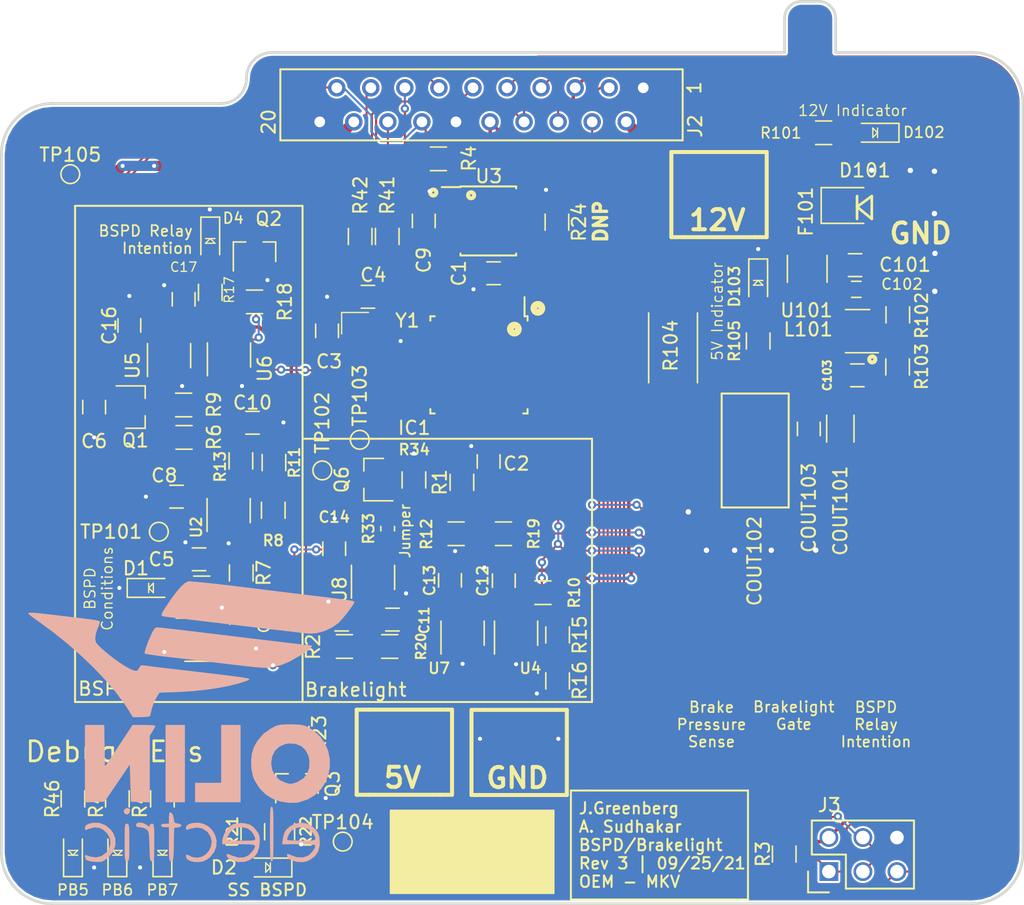
<source format=kicad_pcb>
(kicad_pcb (version 20171130) (host pcbnew "(5.1.10-1-10_14)")
  (layers (0 F.Cu signal) (31 B.Cu signal hide) (34 B.Paste user) (35 F.Paste user) (36 B.SilkS user hide) (37 F.SilkS user) (38 B.Mask user) (39 F.Mask user) (44 Edge.Cuts user))
  (net 0 "")
  (net 1 GND)
  (net 2 VCC)
  (net 3 /MISO)
  (net 4 /RXCAN)
  (net 5 /SCK)
  (net 6 "Net-(C5-Pad1)")
  (net 7 "Net-(D1-Pad2)")
  (net 8 +12V)
  (net 9 "Net-(C2-Pad1)")
  (net 10 "Net-(C3-Pad1)")
  (net 11 "Net-(C4-Pad1)")
  (net 12 "Net-(C6-Pad1)")
  (net 13 "Net-(C10-Pad1)")
  (net 14 "Net-(D4-Pad2)")
  (net 15 "Net-(D5-Pad2)")
  (net 16 "Net-(D12-Pad2)")
  (net 17 "Net-(D13-Pad2)")
  (net 18 /MOSI)
  (net 19 "Net-(IC1-Pad3)")
  (net 20 /TXCAN)
  (net 21 "Net-(IC1-Pad8)")
  (net 22 "Net-(IC1-Pad21)")
  (net 23 "Net-(IC1-Pad23)")
  (net 24 "Net-(IC1-Pad24)")
  (net 25 /RESET)
  (net 26 "Net-(Q1-Pad3)")
  (net 27 "Net-(R5-Pad1)")
  (net 28 "Net-(R11-Pad1)")
  (net 29 "Net-(R13-Pad2)")
  (net 30 "Net-(U3-Pad5)")
  (net 31 "Net-(U5-Pad4)")
  (net 32 "Net-(C101-Pad1)")
  (net 33 "Net-(C103-Pad2)")
  (net 34 "Net-(C103-Pad1)")
  (net 35 "Net-(COUT101-Pad1)")
  (net 36 "Net-(D102-Pad2)")
  (net 37 "Net-(D103-Pad2)")
  (net 38 "Net-(R102-Pad1)")
  (net 39 "Net-(R12-Pad1)")
  (net 40 "Net-(R15-Pad2)")
  (net 41 "Net-(R33-Pad2)")
  (net 42 "Net-(IC1-Pad29)")
  (net 43 "Net-(C7-Pad1)")
  (net 44 "Net-(C11-Pad1)")
  (net 45 "Net-(D2-Pad2)")
  (net 46 /DEBUG_LED_1)
  (net 47 /DEBUG_LED_2)
  (net 48 /DEBUG_LED_3)
  (net 49 /BSPD_CURRENT_SENSE)
  (net 50 /BRAKE_PRESSURE_SENSE)
  (net 51 "Net-(IC1-Pad30)")
  (net 52 /BRAKELIGHT_GATE)
  (net 53 /CAN_HIGH)
  (net 54 /CAN_LOW)
  (net 55 /BRAKELIGHT_LSD)
  (net 56 /RJ45_LED_G)
  (net 57 /BSPD_RELAY_LSD)
  (net 58 /SHUTDOWN_SENSE_BSPD)
  (net 59 "Net-(R2-Pad2)")
  (net 60 "Net-(R20-Pad2)")
  (net 61 "Net-(IC1-Pad32)")
  (net 62 /BSPD_RELAY_INTENTION)
  (net 63 /RJ45_LED_O)
  (net 64 "Net-(IC1-Pad9)")
  (net 65 "Net-(IC1-Pad14)")
  (net 66 "Net-(IC1-Pad15)")
  (net 67 "Net-(IC1-Pad16)")
  (net 68 /~SHUTDOWN_SENSE_BSPD_PIN)
  (module footprints:LED_0805_OEM (layer F.Cu) (at 254.254 56.896 270)
    (fp_text reference D103 (at 0.254 1.778 270) (layer F.SilkS) (effects (font (size 0.8 0.8))))
    (fp_text value LED_0805 hide)
    (pad 1 smd rect (at -1.1 0 90) (size 1.2 1.2) (layers F.Cu F.Paste F.Mask) (net 1 GND))
    (pad 2 smd rect (at 1.1 0 90) (size 1.2 1.2) (layers F.Cu F.Paste F.Mask) (net 37 "Net-(D103-Pad2)"))
  )
  (module TestPoint:TestPoint_Pad_D1.0mm (layer F.Cu) (at 202.946 48.768)
    (fp_text reference TP105 (at 0 -1.448) (layer F.SilkS))
    (fp_text value Test_Point_SMD hide)
    (pad 1 smd circle (at 0 0) (size 1 1) (layers F.Cu F.Mask) (net 58 /SHUTDOWN_SENSE_BSPD))
  )
  (module TestPoint:TestPoint_Pad_D1.0mm (layer F.Cu) (at 223.266 98.552)
    (fp_text reference TP104 (at 0 -1.448) (layer F.SilkS))
    (fp_text value Test_Point_SMD hide)
    (pad 1 smd circle (at 0 0) (size 1 1) (layers F.Cu F.Mask) (net 68 /~SHUTDOWN_SENSE_BSPD_PIN))
  )
  (module TestPoint:TestPoint_Pad_D1.0mm (layer F.Cu) (at 224.536 68.58)
    (fp_text reference TP103 (at 0 -3.302 90) (layer F.SilkS))
    (fp_text value Test_Point_SMD hide)
    (pad 1 smd circle (at 0 0) (size 1 1) (layers F.Cu F.Mask) (net 55 /BRAKELIGHT_LSD))
  )
  (module TestPoint:TestPoint_Pad_D1.0mm (layer F.Cu) (at 221.742 70.866)
    (fp_text reference TP102 (at 0 -3.556 90) (layer F.SilkS))
    (fp_text value Test_Point_SMD hide)
    (pad 1 smd circle (at 0 0) (size 1 1) (layers F.Cu F.Mask) (net 49 /BSPD_CURRENT_SENSE))
  )
  (module TestPoint:TestPoint_Pad_D1.0mm (layer F.Cu) (at 209.55 75.438)
    (fp_text reference TP101 (at -3.556 0) (layer F.SilkS))
    (fp_text value Test_Point_SMD hide)
    (pad 1 smd circle (at 0 0) (size 1 1) (layers F.Cu F.Mask) (net 6 "Net-(C5-Pad1)"))
  )
  (module footprints:C_0805_OEM (layer F.Cu) (at 211.4 58.1 90)
    (fp_text reference C17 (at 2.4 0 180) (layer F.SilkS) (effects (font (size 0.7 0.7) (thickness 0.1))))
    (fp_text value C_0.1uF hide)
    (pad 2 smd rect (at 1 0 90) (size 1 1.25) (layers F.Cu F.Paste F.Mask) (net 1 GND))
    (pad 1 smd rect (at -1 0 90) (size 1 1.25) (layers F.Cu F.Paste F.Mask) (net 2 VCC))
  )
  (module footprints:C_0805_OEM (layer F.Cu) (at 207.35 60.05 90)
    (fp_text reference C16 (at 0 -1.5 90) (layer F.SilkS))
    (fp_text value C_0.1uF hide)
    (pad 2 smd rect (at 1 0 90) (size 1 1.25) (layers F.Cu F.Paste F.Mask) (net 1 GND))
    (pad 1 smd rect (at -1 0 90) (size 1 1.25) (layers F.Cu F.Paste F.Mask) (net 2 VCC))
  )
  (module footprints:C_0805_OEM (layer F.Cu) (at 215.7 81.85 90)
    (fp_text reference C15 (at 0 1.7 90) (layer F.SilkS) (effects (font (size 0.8 0.8) (thickness 0.125))))
    (fp_text value C_0.1uF hide)
    (pad 2 smd rect (at 1 0 90) (size 1 1.25) (layers F.Cu F.Paste F.Mask) (net 1 GND))
    (pad 1 smd rect (at -1 0 90) (size 1 1.25) (layers F.Cu F.Paste F.Mask) (net 2 VCC))
  )
  (module footprints:Olin_Electric_Smaller (layer B.Cu) (at 212 89.6 180)
    (fp_text reference G*** hide)
    (fp_text value LOGO hide)
  )
  (module footprints:Test_Point_SMD (layer F.Cu) (at 236.42574 90.88374)
    (fp_text reference TP6 hide)
    (fp_text value Test_Point_SMD hide)
    (pad 1 smd rect (at 0 0) (size 4.5 3) (layers F.Cu F.Paste F.Mask) (net 1 GND))
  )
  (module footprints:Test_Point_SMD (layer F.Cu) (at 227.8634 90.8685)
    (fp_text reference TP5 hide)
    (fp_text value Test_Point_SMD hide)
    (pad 1 smd rect (at 0 0) (size 4.5 3) (layers F.Cu F.Paste F.Mask) (net 2 VCC))
  )
  (module footprints:Test_Point_SMD (layer F.Cu) (at 251.333 49.3014)
    (fp_text reference TP4 hide)
    (fp_text value Test_Point_SMD hide)
    (pad 1 smd rect (at 0 0) (size 4.5 3) (layers F.Cu F.Paste F.Mask) (net 8 +12V))
  )
  (module footprints:Test_Point_SMD (layer F.Cu) (at 263.0424 86.1568)
    (fp_text reference TP3 hide)
    (fp_text value Test_Point_SMD hide)
    (pad 1 smd rect (at 0 0) (size 4.5 3) (layers F.Cu F.Paste F.Mask) (net 62 /BSPD_RELAY_INTENTION))
  )
  (module footprints:Test_Point_SMD (layer F.Cu) (at 256.9083 86.106)
    (fp_text reference TP2 hide)
    (fp_text value Test_Point_SMD hide)
    (pad 1 smd rect (at 0 0) (size 4.5 3) (layers F.Cu F.Paste F.Mask) (net 41 "Net-(R33-Pad2)"))
  )
  (module footprints:Test_Point_SMD (layer F.Cu) (at 250.7742 86.1314)
    (fp_text reference TP1 hide)
    (fp_text value Test_Point_SMD hide)
    (pad 1 smd rect (at 0 0) (size 4.5 3) (layers F.Cu F.Paste F.Mask) (net 50 /BRAKE_PRESSURE_SENSE))
  )
  (module footprints:R_0805_OEM (layer F.Cu) (at 259.13754 45.67978)
    (fp_text reference R101 (at -3.1919 0.0199) (layer F.SilkS) (effects (font (size 0.8 0.8) (thickness 0.125))))
    (fp_text value R_1K hide)
    (pad 2 smd rect (at 0.95 0) (size 0.7 1.3) (layers F.Cu F.Paste F.Mask) (net 36 "Net-(D102-Pad2)"))
    (pad 1 smd rect (at -0.95 0) (size 0.7 1.3) (layers F.Cu F.Paste F.Mask) (net 32 "Net-(C101-Pad1)"))
  )
  (module footprints:TQFP-32_7x7mm_Pitch0.8mm (layer F.Cu) (at 233.426 62.992 270)
    (fp_text reference IC1 (at 4.699 4.826 180) (layer F.SilkS))
    (fp_text value ATMEGA16M1 hide)
    (pad 32 smd rect (at -2.8 -4.25) (size 1.6 0.55) (layers F.Cu F.Paste F.Mask) (net 61 "Net-(IC1-Pad32)"))
    (pad 31 smd rect (at -2 -4.25) (size 1.6 0.55) (layers F.Cu F.Paste F.Mask) (net 25 /RESET))
    (pad 30 smd rect (at -1.2 -4.25) (size 1.6 0.55) (layers F.Cu F.Paste F.Mask) (net 51 "Net-(IC1-Pad30)"))
    (pad 29 smd rect (at -0.4 -4.25) (size 1.6 0.55) (layers F.Cu F.Paste F.Mask) (net 42 "Net-(IC1-Pad29)"))
    (pad 28 smd rect (at 0.4 -4.25) (size 1.6 0.55) (layers F.Cu F.Paste F.Mask) (net 48 /DEBUG_LED_3))
    (pad 27 smd rect (at 1.2 -4.25) (size 1.6 0.55) (layers F.Cu F.Paste F.Mask) (net 47 /DEBUG_LED_2))
    (pad 26 smd rect (at 2 -4.25) (size 1.6 0.55) (layers F.Cu F.Paste F.Mask) (net 46 /DEBUG_LED_1))
    (pad 25 smd rect (at 2.8 -4.25) (size 1.6 0.55) (layers F.Cu F.Paste F.Mask) (net 68 /~SHUTDOWN_SENSE_BSPD_PIN))
    (pad 24 smd rect (at 4.25 -2.8 270) (size 1.6 0.55) (layers F.Cu F.Paste F.Mask) (net 24 "Net-(IC1-Pad24)"))
    (pad 23 smd rect (at 4.25 -2 270) (size 1.6 0.55) (layers F.Cu F.Paste F.Mask) (net 23 "Net-(IC1-Pad23)"))
    (pad 22 smd rect (at 4.25 -1.2 270) (size 1.6 0.55) (layers F.Cu F.Paste F.Mask) (net 50 /BRAKE_PRESSURE_SENSE))
    (pad 21 smd rect (at 4.25 -0.4 270) (size 1.6 0.55) (layers F.Cu F.Paste F.Mask) (net 22 "Net-(IC1-Pad21)"))
    (pad 20 smd rect (at 4.25 0.4 270) (size 1.6 0.55) (layers F.Cu F.Paste F.Mask) (net 1 GND))
    (pad 19 smd rect (at 4.25 1.2 270) (size 1.6 0.55) (layers F.Cu F.Paste F.Mask) (net 9 "Net-(C2-Pad1)"))
    (pad 18 smd rect (at 4.25 2 270) (size 1.6 0.55) (layers F.Cu F.Paste F.Mask) (net 52 /BRAKELIGHT_GATE))
    (pad 17 smd rect (at 4.25 2.8 270) (size 1.6 0.55) (layers F.Cu F.Paste F.Mask) (net 49 /BSPD_CURRENT_SENSE))
    (pad 16 smd rect (at 2.8 4.25) (size 1.6 0.55) (layers F.Cu F.Paste F.Mask) (net 67 "Net-(IC1-Pad16)"))
    (pad 15 smd rect (at 2 4.25) (size 1.6 0.55) (layers F.Cu F.Paste F.Mask) (net 66 "Net-(IC1-Pad15)"))
    (pad 14 smd rect (at 1.2 4.25) (size 1.6 0.55) (layers F.Cu F.Paste F.Mask) (net 65 "Net-(IC1-Pad14)"))
    (pad 13 smd rect (at 0.4 4.25) (size 1.6 0.55) (layers F.Cu F.Paste F.Mask) (net 62 /BSPD_RELAY_INTENTION))
    (pad 12 smd rect (at -0.4 4.25) (size 1.6 0.55) (layers F.Cu F.Paste F.Mask) (net 5 /SCK))
    (pad 11 smd rect (at -1.2 4.25) (size 1.6 0.55) (layers F.Cu F.Paste F.Mask) (net 10 "Net-(C3-Pad1)"))
    (pad 10 smd rect (at -2 4.25) (size 1.6 0.55) (layers F.Cu F.Paste F.Mask) (net 11 "Net-(C4-Pad1)"))
    (pad 9 smd rect (at -2.8 4.25) (size 1.6 0.55) (layers F.Cu F.Paste F.Mask) (net 64 "Net-(IC1-Pad9)"))
    (pad 8 smd rect (at -4.25 2.8 270) (size 1.6 0.55) (layers F.Cu F.Paste F.Mask) (net 21 "Net-(IC1-Pad8)"))
    (pad 7 smd rect (at -4.25 2 270) (size 1.6 0.55) (layers F.Cu F.Paste F.Mask) (net 4 /RXCAN))
    (pad 6 smd rect (at -4.25 1.2 270) (size 1.6 0.55) (layers F.Cu F.Paste F.Mask) (net 20 /TXCAN))
    (pad 5 smd rect (at -4.25 0.4 270) (size 1.6 0.55) (layers F.Cu F.Paste F.Mask) (net 1 GND))
    (pad 4 smd rect (at -4.25 -0.4 270) (size 1.6 0.55) (layers F.Cu F.Paste F.Mask) (net 2 VCC))
    (pad 3 smd rect (at -4.25 -1.2 270) (size 1.6 0.55) (layers F.Cu F.Paste F.Mask) (net 19 "Net-(IC1-Pad3)"))
    (pad 2 smd rect (at -4.25 -2 270) (size 1.6 0.55) (layers F.Cu F.Paste F.Mask) (net 18 /MOSI))
    (pad 1 smd rect (at -4.25 -2.8 270) (size 1.6 0.55) (layers F.Cu F.Paste F.Mask) (net 3 /MISO))
  )
  (module footprints:R_0805_OEM (layer F.Cu) (at 209.8169 95.3618 270)
    (fp_text reference R44 (at 0 1.6775 90) (layer F.SilkS))
    (fp_text value R_200 hide)
    (pad 2 smd rect (at 0.95 0 270) (size 0.7 1.3) (layers F.Cu F.Paste F.Mask) (net 15 "Net-(D5-Pad2)"))
    (pad 1 smd rect (at -0.95 0 270) (size 0.7 1.3) (layers F.Cu F.Paste F.Mask) (net 48 /DEBUG_LED_3))
  )
  (module footprints:SOT-23F (layer F.Cu) (at 219.8494 94.252 90)
    (fp_text reference Q3 (at 0 2.667 90) (layer F.SilkS))
    (fp_text value SSM3K333R hide)
    (pad 3 smd rect (at 1.05 0 90) (size 0.9 0.8) (layers F.Cu F.Paste F.Mask) (net 68 /~SHUTDOWN_SENSE_BSPD_PIN))
    (pad 2 smd rect (at -1.05 0.95 90) (size 0.9 0.8) (layers F.Cu F.Paste F.Mask) (net 1 GND))
    (pad 1 smd rect (at -1.05 -0.95 90) (size 0.9 0.8) (layers F.Cu F.Paste F.Mask) (net 58 /SHUTDOWN_SENSE_BSPD))
  )
  (module footprints:R_0805_OEM (layer F.Cu) (at 218.1352 70.2818 90)
    (fp_text reference R11 (at 0 1.524 90) (layer F.SilkS) (effects (font (size 0.8 0.8))))
    (fp_text value R_10K hide)
    (pad 2 smd rect (at 0.95 0 90) (size 0.7 1.3) (layers F.Cu F.Paste F.Mask) (net 1 GND))
    (pad 1 smd rect (at -0.95 0 90) (size 0.7 1.3) (layers F.Cu F.Paste F.Mask) (net 28 "Net-(R11-Pad1)"))
  )
  (module footprints:R_0805_OEM (layer F.Cu) (at 224.565726 53.41734 90)
    (fp_text reference R42 (at 3.07454 0.021074 90) (layer F.SilkS))
    (fp_text value R_200 hide)
    (pad 2 smd rect (at 0.95 0 90) (size 0.7 1.3) (layers F.Cu F.Paste F.Mask) (net 63 /RJ45_LED_O))
    (pad 1 smd rect (at -0.95 0 90) (size 0.7 1.3) (layers F.Cu F.Paste F.Mask) (net 64 "Net-(IC1-Pad9)"))
  )
  (module footprints:R_0805_OEM (layer F.Cu) (at 238.2012 79.9846 180)
    (fp_text reference R10 (at -2.3368 0 270) (layer F.SilkS) (effects (font (size 0.8 0.8))))
    (fp_text value R_10K hide)
    (pad 2 smd rect (at 0.95 0 180) (size 0.7 1.3) (layers F.Cu F.Paste F.Mask) (net 50 /BRAKE_PRESSURE_SENSE))
    (pad 1 smd rect (at -0.95 0 180) (size 0.7 1.3) (layers F.Cu F.Paste F.Mask) (net 2 VCC))
  )
  (module footprints:R_0805_OEM (layer F.Cu) (at 228.5746 71.5772 90)
    (fp_text reference R34 (at 2.2606 0.0254 180) (layer F.SilkS) (effects (font (size 0.8 0.8))))
    (fp_text value R_10K hide)
    (pad 2 smd rect (at 0.95 0 90) (size 0.7 1.3) (layers F.Cu F.Paste F.Mask) (net 1 GND))
    (pad 1 smd rect (at -0.95 0 90) (size 0.7 1.3) (layers F.Cu F.Paste F.Mask) (net 52 /BRAKELIGHT_GATE))
  )
  (module footprints:SOT-23-5_OEM (layer F.Cu) (at 212.3948 83.4898)
    (fp_text reference U1 (at 2.9972 0.9102) (layer F.SilkS))
    (fp_text value SN74LVC1G08 hide)
    (pad 5 smd rect (at 1.1 -0.95) (size 1.06 0.65) (layers F.Cu F.Paste F.Mask) (net 2 VCC))
    (pad 4 smd rect (at 1.1 0.95) (size 1.06 0.65) (layers F.Cu F.Paste F.Mask) (net 27 "Net-(R5-Pad1)"))
    (pad 3 smd rect (at -1.1 0.95) (size 1.06 0.65) (layers F.Cu F.Paste F.Mask) (net 1 GND))
    (pad 2 smd rect (at -1.1 0) (size 1.06 0.65) (layers F.Cu F.Paste F.Mask) (net 52 /BRAKELIGHT_GATE))
    (pad 1 smd rect (at -1.1 -0.95) (size 1.06 0.65) (layers F.Cu F.Paste F.Mask) (net 49 /BSPD_CURRENT_SENSE))
  )
  (module footprints:R_0805_OEM (layer F.Cu) (at 232.156 71.755 90)
    (fp_text reference R1 (at 0 -1.65 90) (layer F.SilkS))
    (fp_text value R_100 hide)
    (pad 2 smd rect (at 0.95 0 90) (size 0.7 1.3) (layers F.Cu F.Paste F.Mask) (net 9 "Net-(C2-Pad1)"))
    (pad 1 smd rect (at -0.95 0 90) (size 0.7 1.3) (layers F.Cu F.Paste F.Mask) (net 2 VCC))
  )
  (module footprints:LED_0805_OEM (layer F.Cu) (at 213.3854 53.7718 270)
    (fp_text reference D4 (at -1.7218 -1.7146 180) (layer F.SilkS) (effects (font (size 0.8 0.8) (thickness 0.125))))
    (fp_text value LED_0805 hide)
    (pad 1 smd rect (at -1.1 0 90) (size 1.2 1.2) (layers F.Cu F.Paste F.Mask) (net 1 GND))
    (pad 2 smd rect (at 1.1 0 90) (size 1.2 1.2) (layers F.Cu F.Paste F.Mask) (net 14 "Net-(D4-Pad2)"))
  )
  (module footprints:SOT-23-5_OEM (layer F.Cu) (at 214.757 73.8632 90)
    (fp_text reference U2 (at -1.2446 -2.413 90) (layer F.SilkS) (effects (font (size 0.8 0.8))))
    (fp_text value MCP6001 hide)
    (pad 5 smd rect (at 1.1 -0.95 90) (size 1.06 0.65) (layers F.Cu F.Paste F.Mask) (net 2 VCC))
    (pad 4 smd rect (at 1.1 0.95 90) (size 1.06 0.65) (layers F.Cu F.Paste F.Mask) (net 28 "Net-(R11-Pad1)"))
    (pad 3 smd rect (at -1.1 0.95 90) (size 1.06 0.65) (layers F.Cu F.Paste F.Mask) (net 6 "Net-(C5-Pad1)"))
    (pad 2 smd rect (at -1.1 0 90) (size 1.06 0.65) (layers F.Cu F.Paste F.Mask) (net 1 GND))
    (pad 1 smd rect (at -1.1 -0.95 90) (size 1.06 0.65) (layers F.Cu F.Paste F.Mask) (net 29 "Net-(R13-Pad2)"))
  )
  (module footprints:C_0805_OEM (layer F.Cu) (at 212.5472 77.4954 180)
    (fp_text reference C5 (at 2.794 0) (layer F.SilkS))
    (fp_text value C_10uF hide)
    (pad 2 smd rect (at 1 0 180) (size 1 1.25) (layers F.Cu F.Paste F.Mask) (net 1 GND))
    (pad 1 smd rect (at -1 0 180) (size 1 1.25) (layers F.Cu F.Paste F.Mask) (net 6 "Net-(C5-Pad1)"))
  )
  (module footprints:Crystal_SMD_FA238 (layer F.Cu) (at 225.183143 60.684161)
    (fp_text reference Y1 (at 2.908857 -0.994161 180) (layer F.SilkS))
    (fp_text value Crystal_SMD hide)
    (pad 4 smd rect (at -1.1 -0.8) (size 1.4 1.2) (layers F.Cu F.Mask) (net 1 GND))
    (pad 3 smd rect (at 1.1 -0.8) (size 1.4 1.2) (layers F.Cu F.Mask) (net 11 "Net-(C4-Pad1)"))
    (pad 2 smd rect (at 1.1 0.8) (size 1.4 1.2) (layers F.Cu F.Mask) (net 1 GND))
    (pad 1 smd rect (at -1.1 0.8) (size 1.4 1.2) (layers F.Cu F.Mask) (net 10 "Net-(C3-Pad1)"))
  )
  (module footprints:R_0805_OEM (layer F.Cu) (at 212.7504 79.629 180)
    (fp_text reference R5 (at 0 -1.524) (layer F.SilkS) (effects (font (size 0.8 0.8))))
    (fp_text value R_200 hide)
    (pad 2 smd rect (at 0.95 0 180) (size 0.7 1.3) (layers F.Cu F.Paste F.Mask) (net 7 "Net-(D1-Pad2)"))
    (pad 1 smd rect (at -0.95 0 180) (size 0.7 1.3) (layers F.Cu F.Paste F.Mask) (net 27 "Net-(R5-Pad1)"))
  )
  (module footprints:C_0805_OEM (layer F.Cu) (at 229.3112 52.257316 90)
    (fp_text reference C9 (at -2.921 0 90) (layer F.SilkS))
    (fp_text value C_0.1uF hide)
    (pad 2 smd rect (at 1 0 90) (size 1 1.25) (layers F.Cu F.Paste F.Mask) (net 1 GND))
    (pad 1 smd rect (at -1 0 90) (size 1 1.25) (layers F.Cu F.Paste F.Mask) (net 2 VCC))
  )
  (module footprints:SOT-23-5_OEM (layer F.Cu) (at 214.7824 62.2554 90)
    (fp_text reference U6 (at -1.016 2.667 90) (layer F.SilkS))
    (fp_text value SN74LVC1G02 hide)
    (pad 5 smd rect (at 1.1 -0.95 90) (size 1.06 0.65) (layers F.Cu F.Paste F.Mask) (net 2 VCC))
    (pad 4 smd rect (at 1.1 0.95 90) (size 1.06 0.65) (layers F.Cu F.Paste F.Mask) (net 62 /BSPD_RELAY_INTENTION))
    (pad 3 smd rect (at -1.1 0.95 90) (size 1.06 0.65) (layers F.Cu F.Paste F.Mask) (net 1 GND))
    (pad 2 smd rect (at -1.1 0 90) (size 1.06 0.65) (layers F.Cu F.Paste F.Mask) (net 31 "Net-(U5-Pad4)"))
    (pad 1 smd rect (at -1.1 -0.95 90) (size 1.06 0.65) (layers F.Cu F.Paste F.Mask) (net 13 "Net-(C10-Pad1)"))
  )
  (module footprints:R_0805_OEM (layer F.Cu) (at 206.458 95.3618 270)
    (fp_text reference R45 (at 0 1.5877 90) (layer F.SilkS))
    (fp_text value R_200 hide)
    (pad 2 smd rect (at 0.95 0 270) (size 0.7 1.3) (layers F.Cu F.Paste F.Mask) (net 16 "Net-(D12-Pad2)"))
    (pad 1 smd rect (at -0.95 0 270) (size 0.7 1.3) (layers F.Cu F.Paste F.Mask) (net 47 /DEBUG_LED_2))
  )
  (module footprints:R_0805_OEM (layer F.Cu) (at 218.0844 73.8378 90)
    (fp_text reference R8 (at -2.2606 0 180) (layer F.SilkS) (effects (font (size 0.8 0.8))))
    (fp_text value R_10K hide)
    (pad 2 smd rect (at 0.95 0 90) (size 0.7 1.3) (layers F.Cu F.Paste F.Mask) (net 28 "Net-(R11-Pad1)"))
    (pad 1 smd rect (at -0.95 0 90) (size 0.7 1.3) (layers F.Cu F.Paste F.Mask) (net 2 VCC))
  )
  (module footprints:R_0805_OEM (layer F.Cu) (at 218.7956 97.8154 90)
    (fp_text reference R22 (at 0 1.7272 90) (layer F.SilkS) (effects (font (size 0.8 0.8))))
    (fp_text value R_100K hide)
    (pad 2 smd rect (at 0.95 0 90) (size 0.7 1.3) (layers F.Cu F.Paste F.Mask) (net 58 /SHUTDOWN_SENSE_BSPD))
    (pad 1 smd rect (at -0.95 0 90) (size 0.7 1.3) (layers F.Cu F.Paste F.Mask) (net 1 GND))
  )
  (module footprints:SOT-23-5_OEM (layer F.Cu) (at 236.1946 83.0072 90)
    (fp_text reference U4 (at -2.6162 1.0668) (layer F.SilkS) (effects (font (size 0.8 0.8))))
    (fp_text value MCP6001 hide)
    (pad 5 smd rect (at 1.1 -0.95 90) (size 1.06 0.65) (layers F.Cu F.Paste F.Mask) (net 2 VCC))
    (pad 4 smd rect (at 1.1 0.95 90) (size 1.06 0.65) (layers F.Cu F.Paste F.Mask) (net 50 /BRAKE_PRESSURE_SENSE))
    (pad 3 smd rect (at -1.1 0.95 90) (size 1.06 0.65) (layers F.Cu F.Paste F.Mask) (net 40 "Net-(R15-Pad2)"))
    (pad 2 smd rect (at -1.1 0 90) (size 1.06 0.65) (layers F.Cu F.Paste F.Mask) (net 1 GND))
    (pad 1 smd rect (at -1.1 -0.95 90) (size 1.06 0.65) (layers F.Cu F.Paste F.Mask) (net 59 "Net-(R2-Pad2)"))
  )
  (module footprints:R_0805_OEM (layer F.Cu) (at 239.2934 86.5632 270)
    (fp_text reference R16 (at -0.0254 -1.651 270) (layer F.SilkS))
    (fp_text value R_1K hide)
    (pad 2 smd rect (at 0.95 0 270) (size 0.7 1.3) (layers F.Cu F.Paste F.Mask) (net 1 GND))
    (pad 1 smd rect (at -0.95 0 270) (size 0.7 1.3) (layers F.Cu F.Paste F.Mask) (net 40 "Net-(R15-Pad2)"))
  )
  (module footprints:R_0805_OEM (layer F.Cu) (at 226.7712 83.9978)
    (fp_text reference R20 (at 2.3368 0 90) (layer F.SilkS) (effects (font (size 0.7 0.7))))
    (fp_text value R_10K hide)
    (pad 2 smd rect (at 0.95 0) (size 0.7 1.3) (layers F.Cu F.Paste F.Mask) (net 60 "Net-(R20-Pad2)"))
    (pad 1 smd rect (at -0.95 0) (size 0.7 1.3) (layers F.Cu F.Paste F.Mask) (net 44 "Net-(C11-Pad1)"))
  )
  (module footprints:C_0805_OEM (layer F.Cu) (at 216.535 67.31)
    (fp_text reference C10 (at 0 -1.5) (layer F.SilkS))
    (fp_text value C_1uF hide)
    (pad 2 smd rect (at 1 0) (size 1 1.25) (layers F.Cu F.Paste F.Mask) (net 1 GND))
    (pad 1 smd rect (at -1 0) (size 1 1.25) (layers F.Cu F.Paste F.Mask) (net 13 "Net-(C10-Pad1)"))
  )
  (module footprints:C_0805_OEM (layer F.Cu) (at 234.15 70.2 90)
    (fp_text reference C2 (at -0.158 2.07) (layer F.SilkS))
    (fp_text value C_100pF hide)
    (pad 2 smd rect (at 1 0 90) (size 1 1.25) (layers F.Cu F.Paste F.Mask) (net 1 GND))
    (pad 1 smd rect (at -1 0 90) (size 1 1.25) (layers F.Cu F.Paste F.Mask) (net 9 "Net-(C2-Pad1)"))
  )
  (module footprints:LED_0805_OEM (layer F.Cu) (at 209.8169 99.3623 90)
    (fp_text reference D5 hide)
    (fp_text value LED_0805 hide)
    (pad 1 smd rect (at -1.1 0 270) (size 1.2 1.2) (layers F.Cu F.Paste F.Mask) (net 1 GND))
    (pad 2 smd rect (at 1.1 0 270) (size 1.2 1.2) (layers F.Cu F.Paste F.Mask) (net 15 "Net-(D5-Pad2)"))
  )
  (module footprints:LED_0805_OEM (layer F.Cu) (at 208.9912 79.629)
    (fp_text reference D1 (at -1.15316 -1.46304) (layer F.SilkS))
    (fp_text value LED_0805 hide)
    (pad 1 smd rect (at -1.1 0 180) (size 1.2 1.2) (layers F.Cu F.Paste F.Mask) (net 1 GND))
    (pad 2 smd rect (at 1.1 0 180) (size 1.2 1.2) (layers F.Cu F.Paste F.Mask) (net 7 "Net-(D1-Pad2)"))
  )
  (module footprints:SOT-23F (layer F.Cu) (at 216.6874 54.5846 90)
    (fp_text reference Q2 (at 2.4846 1.0626 180) (layer F.SilkS))
    (fp_text value SSM3K333R hide)
    (pad 3 smd rect (at 1.05 0 90) (size 0.9 0.8) (layers F.Cu F.Paste F.Mask) (net 57 /BSPD_RELAY_LSD))
    (pad 2 smd rect (at -1.05 0.95 90) (size 0.9 0.8) (layers F.Cu F.Paste F.Mask) (net 1 GND))
    (pad 1 smd rect (at -1.05 -0.95 90) (size 0.9 0.8) (layers F.Cu F.Paste F.Mask) (net 62 /BSPD_RELAY_INTENTION))
  )
  (module footprints:C_0805_OEM (layer F.Cu) (at 225.148343 57.915561 180)
    (fp_text reference C4 (at -0.403657 1.6256) (layer F.SilkS))
    (fp_text value C_30pF hide)
    (pad 2 smd rect (at 1 0 180) (size 1 1.25) (layers F.Cu F.Paste F.Mask) (net 1 GND))
    (pad 1 smd rect (at -1 0 180) (size 1 1.25) (layers F.Cu F.Paste F.Mask) (net 11 "Net-(C4-Pad1)"))
  )
  (module footprints:C_0805_OEM (layer F.Cu) (at 223.1898 81.9912 180)
    (fp_text reference C7 (at 2.3114 0 90) (layer F.SilkS) (effects (font (size 0.7 0.7))))
    (fp_text value C_1uF hide)
    (pad 2 smd rect (at 1 0 180) (size 1 1.25) (layers F.Cu F.Paste F.Mask) (net 1 GND))
    (pad 1 smd rect (at -1 0 180) (size 1 1.25) (layers F.Cu F.Paste F.Mask) (net 43 "Net-(C7-Pad1)"))
  )
  (module footprints:SOT-23F (layer F.Cu) (at 207.772 66.1416)
    (fp_text reference Q1 (at 0.0254 2.4892) (layer F.SilkS))
    (fp_text value SSM3K333R hide)
    (pad 3 smd rect (at 1.05 0) (size 0.9 0.8) (layers F.Cu F.Paste F.Mask) (net 26 "Net-(Q1-Pad3)"))
    (pad 2 smd rect (at -1.05 0.95) (size 0.9 0.8) (layers F.Cu F.Paste F.Mask) (net 1 GND))
    (pad 1 smd rect (at -1.05 -0.95) (size 0.9 0.8) (layers F.Cu F.Paste F.Mask) (net 12 "Net-(C6-Pad1)"))
  )
  (module footprints:LED_0805_OEM (layer F.Cu) (at 217.6702 100.4824 180)
    (fp_text reference D2 (at 3.2688 0) (layer F.SilkS))
    (fp_text value LED_0805 hide)
    (pad 1 smd rect (at -1.1 0) (size 1.2 1.2) (layers F.Cu F.Paste F.Mask) (net 1 GND))
    (pad 2 smd rect (at 1.1 0) (size 1.2 1.2) (layers F.Cu F.Paste F.Mask) (net 45 "Net-(D2-Pad2)"))
  )
  (module footprints:R_0805_OEM (layer F.Cu) (at 211.4296 68.4022 180)
    (fp_text reference R6 (at -2.2352 0.0254 90) (layer F.SilkS))
    (fp_text value R_10K hide)
    (pad 2 smd rect (at 0.95 0 180) (size 0.7 1.3) (layers F.Cu F.Paste F.Mask) (net 12 "Net-(C6-Pad1)"))
    (pad 1 smd rect (at -0.95 0 180) (size 0.7 1.3) (layers F.Cu F.Paste F.Mask) (net 2 VCC))
  )
  (module footprints:R_0805_OEM (layer F.Cu) (at 256.1971 99.4791 270)
    (fp_text reference R3 (at 0 1.5875 90) (layer F.SilkS))
    (fp_text value R_10k hide)
    (pad 2 smd rect (at 0.95 0 270) (size 0.7 1.3) (layers F.Cu F.Paste F.Mask) (net 25 /RESET))
    (pad 1 smd rect (at -0.95 0 270) (size 0.7 1.3) (layers F.Cu F.Paste F.Mask) (net 2 VCC))
  )
  (module footprints:R_0805_OEM (layer F.Cu) (at 230.4034 47.625 180)
    (fp_text reference R4 (at -2.286 0.0254 90) (layer F.SilkS))
    (fp_text value R_100K hide)
    (pad 2 smd rect (at 0.95 0 180) (size 0.7 1.3) (layers F.Cu F.Paste F.Mask) (net 49 /BSPD_CURRENT_SENSE))
    (pad 1 smd rect (at -0.95 0 180) (size 0.7 1.3) (layers F.Cu F.Paste F.Mask) (net 1 GND))
  )
  (module footprints:SOIC-8_3.9x4.9mm_Pitch1.27mm_OEM (layer F.Cu) (at 234.125384 52.257316)
    (fp_text reference U3 (at 0.037216 -3.336916) (layer F.SilkS))
    (fp_text value CAN_Transceiver hide)
    (pad 8 smd rect (at 2.7 -1.905) (size 1.55 0.6) (layers F.Cu F.Paste F.Mask) (net 1 GND))
    (pad 7 smd rect (at 2.7 -0.635) (size 1.55 0.6) (layers F.Cu F.Paste F.Mask) (net 53 /CAN_HIGH))
    (pad 6 smd rect (at 2.7 0.635) (size 1.55 0.6) (layers F.Cu F.Paste F.Mask) (net 54 /CAN_LOW))
    (pad 5 smd rect (at 2.7 1.905) (size 1.55 0.6) (layers F.Cu F.Paste F.Mask) (net 30 "Net-(U3-Pad5)"))
    (pad 4 smd rect (at -2.7 1.905) (size 1.55 0.6) (layers F.Cu F.Paste F.Mask) (net 4 /RXCAN))
    (pad 3 smd rect (at -2.7 0.635) (size 1.55 0.6) (layers F.Cu F.Paste F.Mask) (net 2 VCC))
    (pad 2 smd rect (at -2.7 -0.635) (size 1.55 0.6) (layers F.Cu F.Paste F.Mask) (net 1 GND))
    (pad 1 smd rect (at -2.7 -1.905) (size 1.55 0.6) (layers F.Cu F.Paste F.Mask) (net 20 /TXCAN))
  )
  (module footprints:R_0805_OEM (layer F.Cu) (at 215.6714 70.1548 270)
    (fp_text reference R13 (at 0.4318 1.5494 90) (layer F.SilkS) (effects (font (size 0.8 0.8))))
    (fp_text value R_10K hide)
    (pad 2 smd rect (at 0.95 0 270) (size 0.7 1.3) (layers F.Cu F.Paste F.Mask) (net 29 "Net-(R13-Pad2)"))
    (pad 1 smd rect (at -0.95 0 270) (size 0.7 1.3) (layers F.Cu F.Paste F.Mask) (net 13 "Net-(C10-Pad1)"))
  )
  (module footprints:C_0805_OEM (layer F.Cu) (at 222.631 76.708 90)
    (fp_text reference C14 (at 2.3622 0) (layer F.SilkS) (effects (font (size 0.8 0.8))))
    (fp_text value C_0.1uF hide)
    (pad 2 smd rect (at 1 0 90) (size 1 1.25) (layers F.Cu F.Paste F.Mask) (net 1 GND))
    (pad 1 smd rect (at -1 0 90) (size 1 1.25) (layers F.Cu F.Paste F.Mask) (net 2 VCC))
  )
  (module footprints:R_0805_OEM (layer F.Cu) (at 215.6968 78.5114 90)
    (fp_text reference R7 (at 0 1.6764 90) (layer F.SilkS))
    (fp_text value R_71.5K hide)
    (pad 2 smd rect (at 0.95 0 90) (size 0.7 1.3) (layers F.Cu F.Paste F.Mask) (net 6 "Net-(C5-Pad1)"))
    (pad 1 smd rect (at -0.95 0 90) (size 0.7 1.3) (layers F.Cu F.Paste F.Mask) (net 27 "Net-(R5-Pad1)"))
  )
  (module footprints:SOT-23-5_OEM (layer F.Cu) (at 225.5266 78.8416 90)
    (fp_text reference U8 (at -0.9398 -2.4892 90) (layer F.SilkS))
    (fp_text value SN74LVC1G32 hide)
    (pad 5 smd rect (at 1.1 -0.95 90) (size 1.06 0.65) (layers F.Cu F.Paste F.Mask) (net 2 VCC))
    (pad 4 smd rect (at 1.1 0.95 90) (size 1.06 0.65) (layers F.Cu F.Paste F.Mask) (net 41 "Net-(R33-Pad2)"))
    (pad 3 smd rect (at -1.1 0.95 90) (size 1.06 0.65) (layers F.Cu F.Paste F.Mask) (net 1 GND))
    (pad 2 smd rect (at -1.1 0 90) (size 1.06 0.65) (layers F.Cu F.Paste F.Mask) (net 44 "Net-(C11-Pad1)"))
    (pad 1 smd rect (at -1.1 -0.95 90) (size 1.06 0.65) (layers F.Cu F.Paste F.Mask) (net 43 "Net-(C7-Pad1)"))
  )
  (module footprints:R_0805_OEM (layer F.Cu) (at 239.2934 83.1342 270)
    (fp_text reference R15 (at 0 -1.65 90) (layer F.SilkS))
    (fp_text value R_10K hide)
    (pad 2 smd rect (at 0.95 0 270) (size 0.7 1.3) (layers F.Cu F.Paste F.Mask) (net 40 "Net-(R15-Pad2)"))
    (pad 1 smd rect (at -0.95 0 270) (size 0.7 1.3) (layers F.Cu F.Paste F.Mask) (net 2 VCC))
  )
  (module footprints:SOT-23F (layer F.Cu) (at 225.6028 71.5518 180)
    (fp_text reference Q6 (at 2.413 0 90) (layer F.SilkS))
    (fp_text value SSM3K333R hide)
    (pad 3 smd rect (at 1.05 0 180) (size 0.9 0.8) (layers F.Cu F.Paste F.Mask) (net 55 /BRAKELIGHT_LSD))
    (pad 2 smd rect (at -1.05 0.95 180) (size 0.9 0.8) (layers F.Cu F.Paste F.Mask) (net 1 GND))
    (pad 1 smd rect (at -1.05 -0.95 180) (size 0.9 0.8) (layers F.Cu F.Paste F.Mask) (net 52 /BRAKELIGHT_GATE))
  )
  (module footprints:R_0805_OEM (layer F.Cu) (at 216.5604 97.8154 270)
    (fp_text reference R21 (at 0 1.524 270) (layer F.SilkS) (effects (font (size 0.8 0.8))))
    (fp_text value R_10K hide)
    (pad 2 smd rect (at 0.95 0 270) (size 0.7 1.3) (layers F.Cu F.Paste F.Mask) (net 45 "Net-(D2-Pad2)"))
    (pad 1 smd rect (at -0.95 0 270) (size 0.7 1.3) (layers F.Cu F.Paste F.Mask) (net 58 /SHUTDOWN_SENSE_BSPD))
  )
  (module footprints:R_0805_OEM (layer F.Cu) (at 216.6874 58.293)
    (fp_text reference R18 (at 2.2606 0 270) (layer F.SilkS))
    (fp_text value R_10K hide)
    (pad 2 smd rect (at 0.95 0) (size 0.7 1.3) (layers F.Cu F.Paste F.Mask) (net 1 GND))
    (pad 1 smd rect (at -0.95 0) (size 0.7 1.3) (layers F.Cu F.Paste F.Mask) (net 62 /BSPD_RELAY_INTENTION))
  )
  (module footprints:R_0805_OEM (layer F.Cu) (at 213.3854 57.5818 90)
    (fp_text reference R17 (at 0.1818 1.4146 90) (layer F.SilkS) (effects (font (size 0.7 0.7) (thickness 0.1))))
    (fp_text value R_200 hide)
    (pad 2 smd rect (at 0.95 0 90) (size 0.7 1.3) (layers F.Cu F.Paste F.Mask) (net 14 "Net-(D4-Pad2)"))
    (pad 1 smd rect (at -0.95 0 90) (size 0.7 1.3) (layers F.Cu F.Paste F.Mask) (net 62 /BSPD_RELAY_INTENTION))
  )
  (module footprints:SOT-23-5_OEM (layer F.Cu) (at 232.2068 83.0072 90)
    (fp_text reference U7 (at -2.6162 -1.7526) (layer F.SilkS) (effects (font (size 0.8 0.8))))
    (fp_text value MCP6001 hide)
    (pad 5 smd rect (at 1.1 -0.95 90) (size 1.06 0.65) (layers F.Cu F.Paste F.Mask) (net 2 VCC))
    (pad 4 smd rect (at 1.1 0.95 90) (size 1.06 0.65) (layers F.Cu F.Paste F.Mask) (net 39 "Net-(R12-Pad1)"))
    (pad 3 smd rect (at -1.1 0.95 90) (size 1.06 0.65) (layers F.Cu F.Paste F.Mask) (net 50 /BRAKE_PRESSURE_SENSE))
    (pad 2 smd rect (at -1.1 0 90) (size 1.06 0.65) (layers F.Cu F.Paste F.Mask) (net 1 GND))
    (pad 1 smd rect (at -1.1 -0.95 90) (size 1.06 0.65) (layers F.Cu F.Paste F.Mask) (net 60 "Net-(R20-Pad2)"))
  )
  (module footprints:R_0805_OEM (layer F.Cu) (at 235.2548 75.5904 180)
    (fp_text reference R19 (at -2.2606 0 90) (layer F.SilkS) (effects (font (size 0.8 0.8))))
    (fp_text value R_499 hide)
    (pad 2 smd rect (at 0.95 0 180) (size 0.7 1.3) (layers F.Cu F.Paste F.Mask) (net 39 "Net-(R12-Pad1)"))
    (pad 1 smd rect (at -0.95 0 180) (size 0.7 1.3) (layers F.Cu F.Paste F.Mask) (net 1 GND))
  )
  (module footprints:R_0805_OEM (layer F.Cu) (at 211.4042 65.98412)
    (fp_text reference R9 (at 2.2606 -0.02032 90) (layer F.SilkS))
    (fp_text value R_100K hide)
    (pad 2 smd rect (at 0.95 0) (size 0.7 1.3) (layers F.Cu F.Paste F.Mask) (net 2 VCC))
    (pad 1 smd rect (at -0.95 0) (size 0.7 1.3) (layers F.Cu F.Paste F.Mask) (net 26 "Net-(Q1-Pad3)"))
  )
  (module footprints:C_0805_OEM (layer F.Cu) (at 234.5182 56.1594 180)
    (fp_text reference C1 (at 2.5908 0 90) (layer F.SilkS))
    (fp_text value C_0.1uF hide)
    (pad 2 smd rect (at 1 0 180) (size 1 1.25) (layers F.Cu F.Paste F.Mask) (net 1 GND))
    (pad 1 smd rect (at -1 0 180) (size 1 1.25) (layers F.Cu F.Paste F.Mask) (net 2 VCC))
  )
  (module footprints:C_0805_OEM (layer F.Cu) (at 231.267 79.0608 90)
    (fp_text reference C13 (at -0.016 -1.524 270) (layer F.SilkS) (effects (font (size 0.8 0.8))))
    (fp_text value C_0.1uF hide)
    (pad 2 smd rect (at 1 0 90) (size 1 1.25) (layers F.Cu F.Paste F.Mask) (net 1 GND))
    (pad 1 smd rect (at -1 0 90) (size 1 1.25) (layers F.Cu F.Paste F.Mask) (net 2 VCC))
  )
  (module footprints:R_0805_OEM (layer F.Cu) (at 226.586284 53.410268 270)
    (fp_text reference R41 (at -3.067468 -0.007116 90) (layer F.SilkS))
    (fp_text value R_200 hide)
    (pad 2 smd rect (at 0.95 0 270) (size 0.7 1.3) (layers F.Cu F.Paste F.Mask) (net 21 "Net-(IC1-Pad8)"))
    (pad 1 smd rect (at -0.95 0 270) (size 0.7 1.3) (layers F.Cu F.Paste F.Mask) (net 56 /RJ45_LED_G))
  )
  (module footprints:C_0805_OEM (layer F.Cu) (at 235.2802 79.0862 90)
    (fp_text reference C12 (at -0.0254 -1.5748 270) (layer F.SilkS) (effects (font (size 0.8 0.8))))
    (fp_text value C_0.1uF hide)
    (pad 2 smd rect (at 1 0 90) (size 1 1.25) (layers F.Cu F.Paste F.Mask) (net 1 GND))
    (pad 1 smd rect (at -1 0 90) (size 1 1.25) (layers F.Cu F.Paste F.Mask) (net 2 VCC))
  )
  (module footprints:C_0805_OEM (layer F.Cu) (at 204.724 66.1416 270)
    (fp_text reference C6 (at 2.54 0 180) (layer F.SilkS))
    (fp_text value C_0.1uF hide)
    (pad 2 smd rect (at 1 0 270) (size 1 1.25) (layers F.Cu F.Paste F.Mask) (net 1 GND))
    (pad 1 smd rect (at -1 0 270) (size 1 1.25) (layers F.Cu F.Paste F.Mask) (net 12 "Net-(C6-Pad1)"))
  )
  (module footprints:R_0805_OEM (layer F.Cu) (at 239.2426 52.3494 270)
    (fp_text reference R24 (at 0 -1.65 90) (layer F.SilkS))
    (fp_text value R_120_DNP hide)
    (pad 2 smd rect (at 0.95 0 270) (size 0.7 1.3) (layers F.Cu F.Paste F.Mask) (net 54 /CAN_LOW))
    (pad 1 smd rect (at -0.95 0 270) (size 0.7 1.3) (layers F.Cu F.Paste F.Mask) (net 53 /CAN_HIGH))
  )
  (module footprints:R_0805_OEM (layer F.Cu) (at 223.393 83.9978 180)
    (fp_text reference R2 (at 2.3368 -0.0254 90) (layer F.SilkS))
    (fp_text value R_10K hide)
    (pad 2 smd rect (at 0.95 0 180) (size 0.7 1.3) (layers F.Cu F.Paste F.Mask) (net 59 "Net-(R2-Pad2)"))
    (pad 1 smd rect (at -0.95 0 180) (size 0.7 1.3) (layers F.Cu F.Paste F.Mask) (net 43 "Net-(C7-Pad1)"))
  )
  (module footprints:R_0805_OEM (layer F.Cu) (at 203.1445 95.3618 270)
    (fp_text reference R46 (at 0 1.5393 90) (layer F.SilkS))
    (fp_text value R_200 hide)
    (pad 2 smd rect (at 0.95 0 270) (size 0.7 1.3) (layers F.Cu F.Paste F.Mask) (net 17 "Net-(D13-Pad2)"))
    (pad 1 smd rect (at -0.95 0 270) (size 0.7 1.3) (layers F.Cu F.Paste F.Mask) (net 46 /DEBUG_LED_1))
  )
  (module footprints:LED_0805_OEM (layer F.Cu) (at 203.1445 99.3623 90)
    (fp_text reference D13 hide)
    (fp_text value LED_0805 hide)
    (pad 1 smd rect (at -1.1 0 270) (size 1.2 1.2) (layers F.Cu F.Paste F.Mask) (net 1 GND))
    (pad 2 smd rect (at 1.1 0 270) (size 1.2 1.2) (layers F.Cu F.Paste F.Mask) (net 17 "Net-(D13-Pad2)"))
  )
  (module footprints:SOT-23-5_OEM (layer F.Cu) (at 210.312 62.3062 90)
    (fp_text reference U5 (at -0.7438 -2.712 90) (layer F.SilkS))
    (fp_text value SN74LVC1G02 hide)
    (pad 5 smd rect (at 1.1 -0.95 90) (size 1.06 0.65) (layers F.Cu F.Paste F.Mask) (net 2 VCC))
    (pad 4 smd rect (at 1.1 0.95 90) (size 1.06 0.65) (layers F.Cu F.Paste F.Mask) (net 31 "Net-(U5-Pad4)"))
    (pad 3 smd rect (at -1.1 0.95 90) (size 1.06 0.65) (layers F.Cu F.Paste F.Mask) (net 1 GND))
    (pad 2 smd rect (at -1.1 0 90) (size 1.06 0.65) (layers F.Cu F.Paste F.Mask) (net 26 "Net-(Q1-Pad3)"))
    (pad 1 smd rect (at -1.1 -0.95 90) (size 1.06 0.65) (layers F.Cu F.Paste F.Mask) (net 62 /BSPD_RELAY_INTENTION))
  )
  (module footprints:C_0805_OEM (layer F.Cu) (at 222.0976 60.452 90)
    (fp_text reference C3 (at -2.286 0.1524 180) (layer F.SilkS))
    (fp_text value C_30pF hide)
    (pad 2 smd rect (at 1 0 90) (size 1 1.25) (layers F.Cu F.Paste F.Mask) (net 1 GND))
    (pad 1 smd rect (at -1 0 90) (size 1 1.25) (layers F.Cu F.Paste F.Mask) (net 10 "Net-(C3-Pad1)"))
  )
  (module footprints:R_0805_OEM (layer F.Cu) (at 219.8624 90.551 270)
    (fp_text reference R23 (at 0 -1.65 90) (layer F.SilkS))
    (fp_text value R_10K hide)
    (pad 2 smd rect (at 0.95 0 270) (size 0.7 1.3) (layers F.Cu F.Paste F.Mask) (net 68 /~SHUTDOWN_SENSE_BSPD_PIN))
    (pad 1 smd rect (at -0.95 0 270) (size 0.7 1.3) (layers F.Cu F.Paste F.Mask) (net 2 VCC))
  )
  (module footprints:R_0603_1608Metric (layer F.Cu) (at 226.6188 75.2095 270)
    (fp_text reference R33 (at -0.0001 1.4224 90) (layer F.SilkS) (effects (font (size 0.8 0.8))))
    (fp_text value R_0 hide)
    (pad 2 smd roundrect (at 0.7875 0 270) (size 0.875 0.95) (layers F.Cu F.Paste F.Mask) (net 41 "Net-(R33-Pad2)"))
    (pad 1 smd roundrect (at -0.7875 0 270) (size 0.875 0.95) (layers F.Cu F.Paste F.Mask) (net 52 /BRAKELIGHT_GATE))
  )
  (module footprints:R_0805_OEM (layer F.Cu) (at 231.7242 75.5904 180)
    (fp_text reference R12 (at 2.2098 -0.0254 270) (layer F.SilkS) (effects (font (size 0.8 0.8))))
    (fp_text value R_2.2K hide)
    (pad 2 smd rect (at 0.95 0 180) (size 0.7 1.3) (layers F.Cu F.Paste F.Mask) (net 2 VCC))
    (pad 1 smd rect (at -0.95 0 180) (size 0.7 1.3) (layers F.Cu F.Paste F.Mask) (net 39 "Net-(R12-Pad1)"))
  )
  (module footprints:C_0805_OEM (layer F.Cu) (at 226.9744 81.9912)
    (fp_text reference C11 (at 2.378 0.05 270) (layer F.SilkS) (effects (font (size 0.7 0.7))))
    (fp_text value C_1uF hide)
    (pad 2 smd rect (at 1 0) (size 1 1.25) (layers F.Cu F.Paste F.Mask) (net 1 GND))
    (pad 1 smd rect (at -1 0) (size 1 1.25) (layers F.Cu F.Paste F.Mask) (net 44 "Net-(C11-Pad1)"))
  )
  (module footprints:LED_0805_OEM (layer F.Cu) (at 206.458 99.3623 90)
    (fp_text reference D12 hide)
    (fp_text value LED_0805 hide)
    (pad 1 smd rect (at -1.1 0 270) (size 1.2 1.2) (layers F.Cu F.Paste F.Mask) (net 1 GND))
    (pad 2 smd rect (at 1.1 0 270) (size 1.2 1.2) (layers F.Cu F.Paste F.Mask) (net 16 "Net-(D12-Pad2)"))
  )
  (module footprints:C_0805_OEM (layer F.Cu) (at 210.8708 72.8218 180)
    (fp_text reference C8 (at 0.9144 1.5748) (layer F.SilkS))
    (fp_text value C_0.1uF hide)
    (pad 2 smd rect (at 1 0 180) (size 1 1.25) (layers F.Cu F.Paste F.Mask) (net 1 GND))
    (pad 1 smd rect (at -1 0 180) (size 1 1.25) (layers F.Cu F.Paste F.Mask) (net 2 VCC))
  )
  (module footprints:R_2512_OEM (layer F.Cu) (at 247.904 61.722 270)
    (fp_text reference R104 (at -0.1587 0.17778 90) (layer F.SilkS))
    (fp_text value R_0_2512 hide)
    (pad 2 smd rect (at 3.1 0 270) (size 1 3.2) (layers F.Cu F.Paste F.Mask) (net 35 "Net-(COUT101-Pad1)"))
    (pad 1 smd rect (at -3.1 0 270) (size 1 3.2) (layers F.Cu F.Paste F.Mask) (net 2 VCC))
  )
  (module footprints:R_0805_OEM (layer F.Cu) (at 264.66802 59.25832 90)
    (fp_text reference R102 (at -0.05068 1.77798 270) (layer F.SilkS) (effects (font (size 0.9 0.9))))
    (fp_text value R_25K hide)
    (pad 2 smd rect (at 0.95 0 90) (size 0.7 1.3) (layers F.Cu F.Paste F.Mask) (net 1 GND))
    (pad 1 smd rect (at -0.95 0 90) (size 0.7 1.3) (layers F.Cu F.Paste F.Mask) (net 38 "Net-(R102-Pad1)"))
  )
  (module footprints:SOT-23-6_OEM (layer F.Cu) (at 261.6657 60.4777 180)
    (fp_text reference U101 (at 3.8092 1.5526 180) (layer F.SilkS))
    (fp_text value TPS560430YF hide)
    (pad 5 smd rect (at 1.1 0 180) (size 1.06 0.65) (layers F.Cu F.Paste F.Mask) (net 32 "Net-(C101-Pad1)"))
    (pad 6 smd rect (at 1.1 -0.95 180) (size 1.06 0.65) (layers F.Cu F.Paste F.Mask) (net 34 "Net-(C103-Pad1)"))
    (pad 4 smd rect (at 1.1 0.95 180) (size 1.06 0.65) (layers F.Cu F.Paste F.Mask) (net 32 "Net-(C101-Pad1)"))
    (pad 3 smd rect (at -1.1 0.95 180) (size 1.06 0.65) (layers F.Cu F.Paste F.Mask) (net 38 "Net-(R102-Pad1)"))
    (pad 2 smd rect (at -1.1 0 180) (size 1.06 0.65) (layers F.Cu F.Paste F.Mask) (net 1 GND))
    (pad 1 smd rect (at -1.1 -0.95 180) (size 1.06 0.65) (layers F.Cu F.Paste F.Mask) (net 33 "Net-(C103-Pad2)"))
  )
  (module footprints:C_0805_OEM (layer F.Cu) (at 258.031 67.7724 270)
    (fp_text reference COUT103 (at 5.8777 -0.0005 90) (layer F.SilkS))
    (fp_text value C_47uF hide)
    (pad 2 smd rect (at 1 0 270) (size 1 1.25) (layers F.Cu F.Paste F.Mask) (net 1 GND))
    (pad 1 smd rect (at -1 0 270) (size 1 1.25) (layers F.Cu F.Paste F.Mask) (net 35 "Net-(COUT101-Pad1)"))
  )
  (module footprints:C_0805_OEM (layer F.Cu) (at 261.6505 63.7719)
    (fp_text reference C103 (at -2.244 0.0032 90) (layer F.SilkS) (effects (font (size 0.6 0.6))))
    (fp_text value C_0.1uF hide)
    (pad 2 smd rect (at 1 0) (size 1 1.25) (layers F.Cu F.Paste F.Mask) (net 33 "Net-(C103-Pad2)"))
    (pad 1 smd rect (at -1 0) (size 1 1.25) (layers F.Cu F.Paste F.Mask) (net 34 "Net-(C103-Pad1)"))
  )
  (module footprints:LED_0805_OEM (layer F.Cu) (at 262.95454 45.67978 180)
    (fp_text reference D102 (at -3.6591 0.0309) (layer F.SilkS) (effects (font (size 0.8 0.8) (thickness 0.125))))
    (fp_text value LED_0805 hide)
    (pad 1 smd rect (at -1.1 0) (size 1.2 1.2) (layers F.Cu F.Paste F.Mask) (net 1 GND))
    (pad 2 smd rect (at 1.1 0) (size 1.2 1.2) (layers F.Cu F.Paste F.Mask) (net 36 "Net-(D102-Pad2)"))
  )
  (module footprints:C_1206_OEM (layer F.Cu) (at 260.3805 67.7484 270)
    (fp_text reference COUT101 (at 6.1267 -0.001 90) (layer F.SilkS))
    (fp_text value C_22uF hide)
    (pad 2 smd rect (at 1.5 0 270) (size 1 1.6) (layers F.Cu F.Paste F.Mask) (net 1 GND))
    (pad 1 smd rect (at -1.5 0 270) (size 1 1.6) (layers F.Cu F.Paste F.Mask) (net 35 "Net-(COUT101-Pad1)"))
  )
  (module footprints:R_0805_OEM (layer F.Cu) (at 264.65278 63.14452 90)
    (fp_text reference R103 (at 0.02552 1.79322 270) (layer F.SilkS) (effects (font (size 0.9 0.9))))
    (fp_text value R_100K hide)
    (pad 2 smd rect (at 0.95 0 90) (size 0.7 1.3) (layers F.Cu F.Paste F.Mask) (net 38 "Net-(R102-Pad1)"))
    (pad 1 smd rect (at -0.95 0 90) (size 0.7 1.3) (layers F.Cu F.Paste F.Mask) (net 35 "Net-(COUT101-Pad1)"))
  )
  (module footprints:R_0805_OEM (layer F.Cu) (at 254.254 61.214 90)
    (fp_text reference R105 (at 0 -1.778 90) (layer F.SilkS) (effects (font (size 0.8 0.8))))
    (fp_text value R_200 hide)
    (pad 2 smd rect (at 0.95 0 90) (size 0.7 1.3) (layers F.Cu F.Paste F.Mask) (net 37 "Net-(D103-Pad2)"))
    (pad 1 smd rect (at -0.95 0 90) (size 0.7 1.3) (layers F.Cu F.Paste F.Mask) (net 35 "Net-(COUT101-Pad1)"))
  )
  (module footprints:Fuse_1812 (layer F.Cu) (at 254.0305 66.6294 270)
    (fp_text reference COUT102 (at 10.9957 0.049 90) (layer F.SilkS))
    (fp_text value C_33uF hide)
    (pad 1 smd rect (at 0 0 270) (size 1.78 3.5) (layers F.Cu F.Paste F.Mask) (net 35 "Net-(COUT101-Pad1)"))
    (pad 2 smd rect (at 5.28 0 270) (size 1.78 3.5) (layers F.Cu F.Paste F.Mask) (net 1 GND))
  )
  (module footprints:C_0805_OEM (layer F.Cu) (at 261.48032 55.55246)
    (fp_text reference C101 (at 3.72108 -0.02806) (layer F.SilkS))
    (fp_text value C_0.1uF hide)
    (pad 2 smd rect (at 1 0) (size 1 1.25) (layers F.Cu F.Paste F.Mask) (net 1 GND))
    (pad 1 smd rect (at -1 0) (size 1 1.25) (layers F.Cu F.Paste F.Mask) (net 32 "Net-(C101-Pad1)"))
  )
  (module footprints:Pin_Header_Straight_2x03 (layer F.Cu) (at 259.5245 100.7872 90)
    (fp_text reference J3 (at 4.953 0.0381 180) (layer F.SilkS))
    (fp_text value CONN_02X03 hide)
    (pad 6 thru_hole circle (at 2.54 5.08 90) (size 1.4 1.4) (drill 1.016) (layers *.Cu *.Mask) (net 1 GND))
    (pad 5 thru_hole circle (at 0 5.08 90) (size 1.4 1.4) (drill 1.016) (layers *.Cu *.Mask) (net 25 /RESET))
    (pad 4 thru_hole circle (at 2.54 2.54 90) (size 1.4 1.4) (drill 1.016) (layers *.Cu *.Mask) (net 18 /MOSI))
    (pad 3 thru_hole circle (at 0 2.54 90) (size 1.4 1.4) (drill 1.016) (layers *.Cu *.Mask) (net 5 /SCK))
    (pad 2 thru_hole circle (at 2.54 0 90) (size 1.4 1.4) (drill 1.016) (layers *.Cu *.Mask) (net 2 VCC))
    (pad 1 thru_hole rect (at 0 0 90) (size 1.4 1.4) (drill 1.016) (layers *.Cu *.Mask) (net 3 /MISO))
  )
  (module footprints:micromatch_female_ra_20 (layer F.Cu) (at 240.6015 42.32656 270)
    (fp_text reference J2 (at 2.8575 -8.9535 90) (layer F.SilkS))
    (fp_text value MM_F_RA_20 hide)
    (fp_text user 1 (at 0 -8.89 90) (layer F.SilkS))
    (fp_text user 20 (at 2.54 22.86 90) (layer F.SilkS))
    (pad 20 thru_hole circle (at 2.54 19.05 270) (size 1.3 1.3) (drill 0.8) (layers *.Cu *.Mask) (net 1 GND))
    (pad 19 thru_hole circle (at 0 17.78 270) (size 1.3 1.3) (drill 0.8) (layers *.Cu *.Mask) (net 49 /BSPD_CURRENT_SENSE))
    (pad 18 thru_hole circle (at 2.54 16.51 270) (size 1.3 1.3) (drill 0.8) (layers *.Cu *.Mask) (net 58 /SHUTDOWN_SENSE_BSPD))
    (pad 17 thru_hole circle (at 0 15.24 270) (size 1.3 1.3) (drill 0.8) (layers *.Cu *.Mask) (net 57 /BSPD_RELAY_LSD))
    (pad 16 thru_hole circle (at 2.54 13.97 270) (size 1.3 1.3) (drill 0.8) (layers *.Cu *.Mask) (net 63 /RJ45_LED_O))
    (pad 15 thru_hole circle (at 0 12.7 270) (size 1.3 1.3) (drill 0.8) (layers *.Cu *.Mask) (net 56 /RJ45_LED_G))
    (pad 14 thru_hole circle (at 2.54 11.43 270) (size 1.3 1.3) (drill 0.8) (layers *.Cu *.Mask) (net 49 /BSPD_CURRENT_SENSE))
    (pad 13 thru_hole circle (at 0 10.16 270) (size 1.3 1.3) (drill 0.8) (layers *.Cu *.Mask) (net 55 /BRAKELIGHT_LSD))
    (pad 12 thru_hole circle (at 2.54 8.89 270) (size 1.3 1.3) (drill 0.8) (layers *.Cu *.Mask) (net 1 GND))
    (pad 11 thru_hole circle (at 0 7.62 270) (size 1.3 1.3) (drill 0.8) (layers *.Cu *.Mask) (net 50 /BRAKE_PRESSURE_SENSE))
    (pad 10 thru_hole circle (at 2.54 6.35 270) (size 1.3 1.3) (drill 0.8) (layers *.Cu *.Mask) (net 2 VCC))
    (pad 9 thru_hole circle (at 0 5.08 270) (size 1.3 1.3) (drill 0.8) (layers *.Cu *.Mask) (net 25 /RESET))
    (pad 8 thru_hole circle (at 2.54 3.81 270) (size 1.3 1.3) (drill 0.8) (layers *.Cu *.Mask) (net 5 /SCK))
    (pad 6 thru_hole circle (at 2.54 1.27 270) (size 1.3 1.3) (drill 0.8) (layers *.Cu *.Mask) (net 3 /MISO))
    (pad 4 thru_hole circle (at 2.54 -1.27 270) (size 1.3 1.3) (drill 0.8) (layers *.Cu *.Mask) (net 54 /CAN_LOW))
    (pad 2 thru_hole circle (at 2.54 -3.81 270) (size 1.3 1.3) (drill 0.8) (layers *.Cu *.Mask) (net 8 +12V))
    (pad 7 thru_hole circle (at 0 2.54 270) (size 1.3 1.3) (drill 0.8) (layers *.Cu *.Mask) (net 18 /MOSI))
    (pad 1 thru_hole circle (at 0 -5.08 270) (size 1.3 1.3) (drill 0.8) (layers *.Cu *.Mask) (net 1 GND))
    (pad 3 thru_hole circle (at 0 -2.54 270) (size 1.3 1.3) (drill 0.8) (layers *.Cu *.Mask) (net 53 /CAN_HIGH))
    (pad 5 thru_hole circle (at 0 0 270) (size 1.3 1.3) (drill 0.8) (layers *.Cu *.Mask) (net 2 VCC))
  )
  (module footprints:DO-214AA (layer F.Cu) (at 262.128 51.1048)
    (fp_text reference D101 (at 0.0762 -2.6162) (layer F.SilkS))
    (fp_text value D_Zener_18V hide)
    (pad 1 smd rect (at -2.032 0 180) (size 1.778 2.159) (layers F.Cu F.Paste F.Mask) (net 32 "Net-(C101-Pad1)"))
    (pad 2 smd rect (at 2.032 0 180) (size 1.778 2.159) (layers F.Cu F.Paste F.Mask) (net 1 GND))
  )
  (module footprints:Fuse_1210 (layer F.Cu) (at 257.9116 55.8292 90)
    (fp_text reference F101 (at 4.2672 -0.1016 270) (layer F.SilkS))
    (fp_text value F_500mA_16V hide)
    (pad 2 smd rect (at 1.45 0 90) (size 0.9 2.5) (layers F.Cu F.Paste F.Mask) (net 8 +12V))
    (pad 1 smd rect (at -1.45 0 90) (size 0.9 2.5) (layers F.Cu F.Paste F.Mask) (net 32 "Net-(C101-Pad1)"))
  )
  (module Capacitors_SMD:C_0603 (layer F.Cu) (at 261.571 57.3584)
    (fp_text reference C102 (at 3.4018 -0.3862) (layer F.SilkS) (effects (font (size 0.8 0.8) (thickness 0.125))))
    (fp_text value C_2.2uF)
    (pad 2 smd rect (at 0.75 0) (size 0.8 0.75) (layers F.Cu F.Paste F.Mask) (net 1 GND))
    (pad 1 smd rect (at -0.75 0) (size 0.8 0.75) (layers F.Cu F.Paste F.Mask) (net 32 "Net-(C101-Pad1)"))
  )
  (module footprints:L_100uH (layer F.Cu) (at 257.96496 63.2768 270)
    (fp_text reference L101 (at -2.9267 -0.01654 180) (layer F.SilkS))
    (fp_text value L_100uH hide)
    (pad 2 smd rect (at 1.6 0 270) (size 1.2 2) (layers F.Cu F.Paste F.Mask) (net 35 "Net-(COUT101-Pad1)"))
    (pad 1 smd rect (at -1.6 0 270) (size 1.2 2) (layers F.Cu F.Paste F.Mask) (net 34 "Net-(C103-Pad1)"))
  )
  (gr_line (start 240.284 94.742) (end 241.554 94.742) (layer F.SilkS) (width 0.15))
  (gr_line (start 240.284 102.87) (end 240.284 94.742) (layer F.SilkS) (width 0.15))
  (gr_line (start 253.492 102.87) (end 240.284 102.87) (layer F.SilkS) (width 0.15))
  (gr_line (start 253.492 94.742) (end 253.492 102.87) (layer F.SilkS) (width 0.15))
  (gr_line (start 241.554 94.742) (end 253.492 94.742) (layer F.SilkS) (width 0.15))
  (gr_arc (start 257.492499 37.1475) (end 257.492499 35.8775) (angle -90) (layer Edge.Cuts) (width 0.2))
  (gr_arc (start 258.7625 37.1475) (end 260.0325 37.1475) (angle -90) (layer Edge.Cuts) (width 0.2))
  (gr_line (start 248.602499 39.6875) (end 252.412499 39.6875) (layer Edge.Cuts) (width 0.2))
  (gr_line (start 260.0325 39.6875) (end 260.0325 37.1475) (layer Edge.Cuts) (width 0.2))
  (gr_line (start 257.492499 35.877501) (end 258.7625 35.877501) (layer Edge.Cuts) (width 0.2))
  (gr_line (start 256.222499 39.6875) (end 256.222499 37.1475) (layer Edge.Cuts) (width 0.2))
  (gr_text "BSPD\nConditions" (at 205.05928 79.6798 90) (layer F.SilkS) (effects (font (size 0.8 0.8) (thickness 0.1))))
  (gr_line (start 197.802501 99.377499) (end 197.802501 47.307499) (layer Edge.Cuts) (width 0.2))
  (gr_line (start 263.8425 39.687499) (end 270.192501 39.687499) (layer Edge.Cuts) (width 0.2))
  (gr_arc (start 214.1855 41.592499) (end 214.1855 43.497499) (angle -90) (layer Edge.Cuts) (width 0.2))
  (gr_arc (start 201.612501 99.377499) (end 197.802501 99.377499) (angle -90) (layer Edge.Cuts) (width 0.2))
  (gr_line (start 274.002501 99.377499) (end 274.002501 43.4975) (layer Edge.Cuts) (width 0.2))
  (gr_line (start 201.612501 103.187499) (end 270.192501 103.187499) (layer Edge.Cuts) (width 0.2))
  (gr_arc (start 201.612501 47.307499) (end 201.612501 43.497499) (angle -90) (layer Edge.Cuts) (width 0.2))
  (gr_line (start 217.99804 39.687499) (end 248.6025 39.687499) (layer Edge.Cuts) (width 0.2))
  (gr_line (start 252.4125 39.687499) (end 256.2225 39.687499) (layer Edge.Cuts) (width 0.2))
  (gr_line (start 260.032501 39.687499) (end 263.8425 39.687499) (layer Edge.Cuts) (width 0.2))
  (gr_arc (start 270.192501 43.4975) (end 274.002501 43.4975) (angle -90) (layer Edge.Cuts) (width 0.2))
  (gr_arc (start 270.192501 99.377499) (end 270.192501 103.187499) (angle -90) (layer Edge.Cuts) (width 0.2))
  (gr_line (start 201.612501 43.497499) (end 214.1855 43.497499) (layer Edge.Cuts) (width 0.2))
  (gr_arc (start 217.9955 41.592499) (end 217.9955 39.687499) (angle -90) (layer Edge.Cuts) (width 0.2))
  (gr_text PB7 (at 209.8169 102.1588) (layer F.SilkS) (effects (font (size 0.8 0.8) (thickness 0.125))))
  (gr_text PB6 (at 206.458 102.1588) (layer F.SilkS) (effects (font (size 0.8 0.8) (thickness 0.125))))
  (gr_text PB5 (at 203.1445 102.1588) (layer F.SilkS) (effects (font (size 0.8 0.8) (thickness 0.125))))
  (gr_line (start 239.09274 88.72474) (end 233.75874 88.72474) (layer F.SilkS) (width 0.3))
  (gr_text GND (at 236.29874 93.80474) (layer F.SilkS) (effects (font (size 1.5 1.5) (thickness 0.3))))
  (gr_line (start 239.09274 95.07474) (end 239.98174 95.07474) (layer F.SilkS) (width 0.3))
  (gr_line (start 232.86974 88.72474) (end 233.75874 88.72474) (layer F.SilkS) (width 0.3))
  (gr_line (start 232.86974 95.07474) (end 233.75874 95.07474) (layer F.SilkS) (width 0.3))
  (gr_line (start 232.86974 88.72474) (end 232.86974 95.07474) (layer F.SilkS) (width 0.3))
  (gr_line (start 233.75874 95.07474) (end 239.09274 95.07474) (layer F.SilkS) (width 0.3))
  (gr_line (start 239.98174 88.72474) (end 239.09274 88.72474) (layer F.SilkS) (width 0.3))
  (gr_line (start 239.98174 95.07474) (end 239.98174 88.72474) (layer F.SilkS) (width 0.3))
  (gr_line (start 230.5304 88.7095) (end 225.1964 88.7095) (layer F.SilkS) (width 0.3))
  (gr_text 5V (at 227.7364 93.7895) (layer F.SilkS) (effects (font (size 1.5 1.5) (thickness 0.3))))
  (gr_line (start 230.5304 95.0595) (end 231.4194 95.0595) (layer F.SilkS) (width 0.3))
  (gr_line (start 224.3074 88.7095) (end 225.1964 88.7095) (layer F.SilkS) (width 0.3))
  (gr_line (start 224.3074 95.0595) (end 225.1964 95.0595) (layer F.SilkS) (width 0.3))
  (gr_line (start 224.3074 88.7095) (end 224.3074 95.0595) (layer F.SilkS) (width 0.3))
  (gr_line (start 225.1964 95.0595) (end 230.5304 95.0595) (layer F.SilkS) (width 0.3))
  (gr_line (start 231.4194 88.7095) (end 230.5304 88.7095) (layer F.SilkS) (width 0.3))
  (gr_line (start 231.4194 95.0595) (end 231.4194 88.7095) (layer F.SilkS) (width 0.3))
  (gr_line (start 247.777 47.117) (end 248.666 47.117) (layer F.SilkS) (width 0.3))
  (gr_line (start 254.889 47.117) (end 254 47.117) (layer F.SilkS) (width 0.3))
  (gr_line (start 254 53.467) (end 254.889 53.467) (layer F.SilkS) (width 0.3))
  (gr_line (start 247.777 53.467) (end 248.666 53.467) (layer F.SilkS) (width 0.3))
  (gr_line (start 247.777 47.117) (end 247.777 53.467) (layer F.SilkS) (width 0.3))
  (gr_line (start 254 47.117) (end 248.666 47.117) (layer F.SilkS) (width 0.3))
  (gr_line (start 254.889 53.467) (end 254.889 47.117) (layer F.SilkS) (width 0.3))
  (gr_line (start 248.666 53.467) (end 254 53.467) (layer F.SilkS) (width 0.3))
  (gr_text 12V (at 251.206 52.197) (layer F.SilkS) (effects (font (size 1.5 1.5) (thickness 0.3))))
  (gr_text "BSPD\nRelay\nIntention" (at 263.0424 89.8144) (layer F.SilkS) (effects (font (size 0.8 0.8) (thickness 0.125))))
  (gr_text "Brakelight\nGate" (at 256.9083 89.1519) (layer F.SilkS) (effects (font (size 0.8 0.8) (thickness 0.125))))
  (gr_text "Brake\nPressure\nSense" (at 250.7742 89.8144) (layer F.SilkS) (effects (font (size 0.8 0.8) (thickness 0.125))))
  (gr_text "BSPD Relay\nIntention" (at 212.15 53.65) (layer F.SilkS) (effects (font (size 0.8 0.8) (thickness 0.125)) (justify right)))
  (gr_line (start 220.2688 51.1302) (end 220.2688 68.5038) (layer F.SilkS) (width 0.15))
  (gr_line (start 203.3016 51.1302) (end 220.2688 51.1302) (layer F.SilkS) (width 0.15))
  (gr_line (start 203.3016 88.138) (end 203.3016 51.1302) (layer F.SilkS) (width 0.15))
  (gr_line (start 219.9894 88.138) (end 203.3016 88.138) (layer F.SilkS) (width 0.15))
  (gr_line (start 224.79 68.5038) (end 226.2378 68.5038) (layer F.SilkS) (width 0.15))
  (gr_line (start 220.2688 68.5038) (end 224.79 68.5038) (layer F.SilkS) (width 0.15))
  (gr_line (start 220.2688 88.138) (end 220.2688 68.5038) (layer F.SilkS) (width 0.15))
  (gr_line (start 241.8588 88.138) (end 219.9894 88.138) (layer F.SilkS) (width 0.15))
  (gr_line (start 241.8588 68.5038) (end 241.8588 88.138) (layer F.SilkS) (width 0.15))
  (gr_line (start 226.2378 68.5038) (end 241.8588 68.5038) (layer F.SilkS) (width 0.15))
  (gr_poly (pts (xy 239.014 102.4128) (xy 226.822 102.4128) (xy 226.822 96.2152) (xy 239.014 96.2152)) (layer F.SilkS) (width 0.1))
  (gr_circle (center 232.8418 50.3428) (end 232.918 50.3428) (layer F.SilkS) (width 0.3))
  (gr_circle (center 230.0224 50.1396) (end 230.0986 50.1396) (layer F.SilkS) (width 0.3))
  (gr_circle (center 262.763 62.5856) (end 262.8392 62.5856) (layer F.SilkS) (width 0.3))
  (gr_text Jumper (at 227.9142 75.3872 90) (layer F.SilkS) (effects (font (size 0.75 0.75) (thickness 0.125))))
  (gr_text Brakelight (at 224.2312 87.2236) (layer F.SilkS) (effects (font (size 1 1))))
  (gr_text BSPD (at 205.5114 87.1474) (layer F.SilkS) (effects (font (size 1 1))))
  (gr_text "SS BSPD" (at 217.6272 102.1588) (layer F.SilkS) (effects (font (size 0.9 0.9))))
  (gr_text DNP (at 242.5 52.3 90) (layer F.SilkS) (effects (font (size 1 1) (thickness 0.25))))
  (gr_text "Debug LEDs" (at 206.248 91.8464) (layer F.SilkS) (effects (font (size 1.5 1.5) (thickness 0.2))))
  (gr_text GND (at 266.3698 53.1876) (layer F.SilkS) (effects (font (size 1.5 1.5) (thickness 0.3))))
  (gr_text "12V Indicator" (at 257.16484 44.02328) (layer F.SilkS) (effects (font (size 0.8 0.8) (thickness 0.1)) (justify left)))
  (gr_text "5V Indicator" (at 251.206 62.738 90) (layer F.SilkS) (effects (font (size 0.8 0.8) (thickness 0.1)) (justify left)))
  (gr_text "J.Greenberg\nA. Sudhakar\nBSPD/Brakelight\nRev 3 | 09/25/21\nOEM - MKV\n" (at 240.792 98.806) (layer F.SilkS) (effects (font (size 0.85 0.85)) (justify left)))
  (segment (start 262.571 58.2374) (end 261.956299 58.852101) (width 0.254) (layer F.Cu) (net 1))
  (segment (start 250.961445 76.81988) (end 250.963985 76.82242) (width 0.25) (layer B.Cu) (net 1))
  (via (at 255.23192 76.81988) (size 0.8) (drill 0.4) (layers F.Cu B.Cu) (net 1))
  (segment (start 258.507 69.2484) (end 258.031 68.7724) (width 0.254) (layer F.Cu) (net 1))
  (segment (start 262.73508 48.48872) (end 262.72238 48.47602) (width 0.381) (layer B.Cu) (net 1))
  (via (at 262.72238 48.47602) (size 0.8) (drill 0.4) (layers F.Cu B.Cu) (net 1))
  (segment (start 247.8075 69.6901) (end 248.112299 69.994899) (width 0.254) (layer B.Cu) (net 1))
  (segment (start 267.42646 54.68886) (end 267.43916 54.67616) (width 0.381) (layer B.Cu) (net 1))
  (segment (start 264.66802 58.30832) (end 263.39592 58.30832) (width 0.254) (layer F.Cu) (net 1))
  (segment (start 262.26782 55.55246) (end 262.26782 57.05522) (width 0.254) (layer F.Cu) (net 1))
  (segment (start 263.39592 58.30832) (end 262.571 57.4834) (width 0.254) (layer F.Cu) (net 1))
  (segment (start 266.62386 58.30832) (end 267.42646 57.50572) (width 0.254) (layer F.Cu) (net 1))
  (via (at 267.42646 57.50572) (size 0.8) (drill 0.4) (layers F.Cu B.Cu) (net 1))
  (via (at 267.40106 51.7069) (size 0.8) (drill 0.4) (layers F.Cu B.Cu) (net 1))
  (segment (start 254.769 71.9094) (end 254.0305 71.9094) (width 0.254) (layer F.Cu) (net 1))
  (segment (start 261.956299 60.452299) (end 261.9817 60.4777) (width 0.254) (layer F.Cu) (net 1))
  (segment (start 264.66802 58.30832) (end 266.62386 58.30832) (width 0.254) (layer F.Cu) (net 1))
  (segment (start 267.42646 57.50572) (end 267.42646 54.68886) (width 0.381) (layer B.Cu) (net 1))
  (via (at 249.04194 73.95476) (size 0.8) (drill 0.4) (layers F.Cu B.Cu) (net 1))
  (segment (start 248.112299 72.219939) (end 249.04194 73.14958) (width 0.254) (layer B.Cu) (net 1))
  (segment (start 258.031 68.7724) (end 257.906 68.7724) (width 0.254) (layer F.Cu) (net 1))
  (segment (start 257.906 68.7724) (end 254.769 71.9094) (width 0.254) (layer F.Cu) (net 1))
  (segment (start 250.39576 76.81988) (end 250.29416 76.92148) (width 0.25) (layer F.Cu) (net 1))
  (via (at 267.40106 48.55222) (size 0.8) (drill 0.4) (layers F.Cu B.Cu) (net 1))
  (segment (start 262.26782 57.05522) (end 262.571 57.3584) (width 0.254) (layer F.Cu) (net 1))
  (segment (start 250.963985 76.82242) (end 252.4938 76.82242) (width 0.25) (layer B.Cu) (net 1))
  (segment (start 261.956299 58.852101) (end 261.956299 60.452299) (width 0.254) (layer F.Cu) (net 1))
  (segment (start 254.0305 71.9094) (end 254.0305 75.61846) (width 0.254) (layer F.Cu) (net 1))
  (segment (start 262.571 57.3584) (end 262.571 58.2374) (width 0.254) (layer F.Cu) (net 1))
  (via (at 252.49634 76.81988) (size 0.8) (drill 0.4) (layers F.Cu B.Cu) (net 1))
  (segment (start 258.56694 76.78432) (end 255.26748 76.78432) (width 0.25) (layer B.Cu) (net 1))
  (via (at 267.43916 54.67616) (size 0.8) (drill 0.4) (layers F.Cu B.Cu) (net 1))
  (via (at 250.39576 76.81988) (size 0.8) (drill 0.4) (layers F.Cu B.Cu) (net 1))
  (segment (start 254.0305 75.61846) (end 255.23192 76.81988) (width 0.254) (layer F.Cu) (net 1))
  (segment (start 265.66624 48.55222) (end 265.60274 48.48872) (width 0.381) (layer F.Cu) (net 1))
  (segment (start 267.40106 51.7069) (end 267.40106 51.141215) (width 0.381) (layer B.Cu) (net 1))
  (segment (start 261.9817 60.4777) (end 262.7657 60.4777) (width 0.254) (layer F.Cu) (net 1))
  (via (at 265.60274 48.48872) (size 0.8) (drill 0.4) (layers F.Cu B.Cu) (net 1))
  (segment (start 260.3805 69.2484) (end 258.507 69.2484) (width 0.254) (layer F.Cu) (net 1))
  (segment (start 248.112299 69.994899) (end 248.112299 72.219939) (width 0.254) (layer B.Cu) (net 1))
  (segment (start 267.43916 51.745) (end 267.40106 51.7069) (width 0.381) (layer F.Cu) (net 1))
  (segment (start 252.4938 76.82242) (end 252.49634 76.81988) (width 0.25) (layer B.Cu) (net 1))
  (segment (start 267.40106 51.141215) (end 267.40106 48.55222) (width 0.381) (layer B.Cu) (net 1))
  (segment (start 250.39576 76.81988) (end 250.961445 76.81988) (width 0.25) (layer B.Cu) (net 1))
  (segment (start 249.04194 73.14958) (end 249.04194 73.95476) (width 0.25) (layer B.Cu) (net 1))
  (segment (start 255.26748 76.78432) (end 255.23192 76.81988) (width 0.25) (layer B.Cu) (net 1))
  (segment (start 265.60274 48.48872) (end 262.73508 48.48872) (width 0.381) (layer B.Cu) (net 1))
  (segment (start 262.571 57.4834) (end 262.571 57.3584) (width 0.254) (layer F.Cu) (net 1))
  (via (at 258.5466 76.8096) (size 0.8) (drill 0.4) (layers F.Cu B.Cu) (net 1))
  (segment (start 258.56694 76.78432) (end 258.56694 76.78926) (width 0.254) (layer B.Cu) (net 1))
  (segment (start 258.56694 76.78926) (end 258.5466 76.8096) (width 0.254) (layer B.Cu) (net 1))
  (via (at 204.724 100.4824) (size 0.6096) (drill 0.3048) (layers F.Cu B.Cu) (net 1))
  (segment (start 203.1445 100.4623) (end 204.7039 100.4623) (width 0.1524) (layer F.Cu) (net 1))
  (segment (start 204.7039 100.4623) (end 204.724 100.4824) (width 0.1524) (layer F.Cu) (net 1))
  (via (at 208.153 100.4824) (size 0.6096) (drill 0.3048) (layers F.Cu B.Cu) (net 1))
  (segment (start 206.458 100.4623) (end 208.1329 100.4623) (width 0.1524) (layer F.Cu) (net 1))
  (segment (start 208.1329 100.4623) (end 208.153 100.4824) (width 0.1524) (layer F.Cu) (net 1))
  (segment (start 204.7441 100.4623) (end 204.724 100.4824) (width 0.1524) (layer F.Cu) (net 1))
  (segment (start 206.458 100.4623) (end 204.7441 100.4623) (width 0.1524) (layer F.Cu) (net 1))
  (segment (start 208.1731 100.4623) (end 208.153 100.4824) (width 0.1524) (layer F.Cu) (net 1))
  (segment (start 209.8169 100.4623) (end 208.1731 100.4623) (width 0.1524) (layer F.Cu) (net 1))
  (segment (start 224.148343 59.818961) (end 224.083143 59.884161) (width 0.1524) (layer F.Cu) (net 1))
  (segment (start 224.148343 57.915561) (end 224.148343 59.818961) (width 0.1524) (layer F.Cu) (net 1))
  (via (at 227.584 61.214) (size 0.6096) (drill 0.3048) (layers F.Cu B.Cu) (net 1))
  (segment (start 226.283143 61.484161) (end 227.313839 61.484161) (width 0.1524) (layer F.Cu) (net 1))
  (segment (start 227.313839 61.484161) (end 227.584 61.214) (width 0.1524) (layer F.Cu) (net 1))
  (via (at 222.097602 57.912) (size 0.6096) (drill 0.3048) (layers F.Cu B.Cu) (net 1))
  (segment (start 222.0976 59.452) (end 222.0976 57.912002) (width 0.1524) (layer F.Cu) (net 1))
  (segment (start 222.0976 57.912002) (end 222.097602 57.912) (width 0.1524) (layer F.Cu) (net 1))
  (segment (start 222.101163 57.915561) (end 222.097602 57.912) (width 0.1524) (layer F.Cu) (net 1))
  (segment (start 224.148343 57.915561) (end 222.101163 57.915561) (width 0.1524) (layer F.Cu) (net 1))
  (segment (start 224.083143 59.884161) (end 223.888982 59.69) (width 0.1524) (layer F.Cu) (net 1))
  (segment (start 222.3356 59.69) (end 222.0976 59.452) (width 0.1524) (layer F.Cu) (net 1))
  (segment (start 223.888982 59.69) (end 222.3356 59.69) (width 0.1524) (layer F.Cu) (net 1))
  (via (at 238.4298 49.9364) (size 0.6096) (drill 0.3048) (layers F.Cu B.Cu) (net 1))
  (segment (start 236.825384 50.352316) (end 238.013884 50.352316) (width 0.1524) (layer F.Cu) (net 1))
  (segment (start 238.013884 50.352316) (end 238.4298 49.9364) (width 0.1524) (layer F.Cu) (net 1))
  (segment (start 218.7956 100.457) (end 218.7702 100.4824) (width 0.1524) (layer F.Cu) (net 1))
  (segment (start 218.7956 98.7654) (end 218.7956 100.457) (width 0.1524) (layer F.Cu) (net 1))
  (segment (start 228.5492 70.6018) (end 228.5746 70.6272) (width 0.1524) (layer F.Cu) (net 1))
  (segment (start 226.6528 70.6018) (end 228.5492 70.6018) (width 0.1524) (layer F.Cu) (net 1))
  (via (at 228.5746 69.596) (size 0.6096) (drill 0.3048) (layers F.Cu B.Cu) (net 1))
  (segment (start 228.5746 70.6272) (end 228.5746 69.596) (width 0.1524) (layer F.Cu) (net 1))
  (via (at 232.2068 85.2932) (size 0.6096) (drill 0.3048) (layers F.Cu B.Cu) (net 1))
  (segment (start 232.2068 84.1072) (end 232.2068 85.2932) (width 0.1524) (layer F.Cu) (net 1))
  (via (at 236.1946 85.3186) (size 0.6096) (drill 0.3048) (layers F.Cu B.Cu) (net 1))
  (segment (start 236.1946 84.1072) (end 236.1946 85.3186) (width 0.1524) (layer F.Cu) (net 1))
  (segment (start 236.2048 76.3928) (end 236.2048 75.5904) (width 0.1524) (layer F.Cu) (net 1))
  (segment (start 236.2048 77.939) (end 236.2048 76.3928) (width 0.1524) (layer F.Cu) (net 1))
  (segment (start 236.0576 78.0862) (end 236.2048 77.939) (width 0.1524) (layer F.Cu) (net 1))
  (segment (start 235.2802 78.0862) (end 236.0576 78.0862) (width 0.1524) (layer F.Cu) (net 1))
  (via (at 231.648 76.8858) (size 0.6096) (drill 0.3048) (layers F.Cu B.Cu) (net 1))
  (segment (start 231.267 78.0608) (end 231.267 77.2668) (width 0.1524) (layer F.Cu) (net 1))
  (segment (start 231.267 77.2668) (end 231.648 76.8858) (width 0.1524) (layer F.Cu) (net 1))
  (via (at 222.1992 80.645) (size 0.6096) (drill 0.3048) (layers F.Cu B.Cu) (net 1))
  (segment (start 222.1898 81.9912) (end 222.1898 80.6544) (width 0.1524) (layer F.Cu) (net 1))
  (segment (start 222.1898 80.6544) (end 222.1992 80.645) (width 0.1524) (layer F.Cu) (net 1))
  (segment (start 226.7022 79.9416) (end 226.4766 79.9416) (width 0.1524) (layer F.Cu) (net 1))
  (segment (start 227.9744 81.9912) (end 227.9744 81.2138) (width 0.1524) (layer F.Cu) (net 1))
  (segment (start 227.9744 81.9912) (end 227.9744 80.0514) (width 0.1524) (layer F.Cu) (net 1))
  (via (at 227.9904 80.0354) (size 0.6096) (drill 0.3048) (layers F.Cu B.Cu) (net 1))
  (segment (start 227.9744 80.0514) (end 227.9904 80.0354) (width 0.1524) (layer F.Cu) (net 1))
  (segment (start 227.8966 79.9416) (end 227.9904 80.0354) (width 0.1524) (layer F.Cu) (net 1))
  (segment (start 226.4766 79.9416) (end 227.8966 79.9416) (width 0.1524) (layer F.Cu) (net 1))
  (via (at 222.6564 74.4474) (size 0.6096) (drill 0.3048) (layers F.Cu B.Cu) (net 1))
  (segment (start 222.631 75.708) (end 222.631 74.4728) (width 0.1524) (layer F.Cu) (net 1))
  (segment (start 222.631 74.4728) (end 222.6564 74.4474) (width 0.1524) (layer F.Cu) (net 1))
  (via (at 237.744 87.503) (size 0.6096) (drill 0.3048) (layers F.Cu B.Cu) (net 1))
  (segment (start 239.2934 87.5132) (end 237.7542 87.5132) (width 0.1524) (layer F.Cu) (net 1))
  (segment (start 237.7542 87.5132) (end 237.744 87.503) (width 0.1524) (layer F.Cu) (net 1))
  (via (at 220.1672 98.755204) (size 0.6096) (drill 0.3048) (layers F.Cu B.Cu) (net 1))
  (segment (start 218.7956 98.7654) (end 220.157004 98.7654) (width 0.1524) (layer F.Cu) (net 1))
  (segment (start 220.157004 98.7654) (end 220.1672 98.755204) (width 0.1524) (layer F.Cu) (net 1))
  (via (at 221.996 95.3008) (size 0.6096) (drill 0.3048) (layers F.Cu B.Cu) (net 1))
  (segment (start 220.7994 95.302) (end 221.9948 95.302) (width 0.1524) (layer F.Cu) (net 1))
  (segment (start 221.9948 95.302) (end 221.996 95.3008) (width 0.1524) (layer F.Cu) (net 1))
  (via (at 233.8324 78.105) (size 0.6096) (drill 0.3048) (layers F.Cu B.Cu) (net 1))
  (segment (start 235.2802 78.0862) (end 233.8512 78.0862) (width 0.1524) (layer F.Cu) (net 1))
  (segment (start 233.8512 78.0862) (end 233.8324 78.105) (width 0.1524) (layer F.Cu) (net 1))
  (via (at 217.6526 56.6674) (size 0.6096) (drill 0.3048) (layers F.Cu B.Cu) (net 1))
  (segment (start 217.6374 55.6346) (end 217.6374 56.6522) (width 0.1524) (layer F.Cu) (net 1))
  (segment (start 217.6374 56.6522) (end 217.6526 56.6674) (width 0.1524) (layer F.Cu) (net 1))
  (segment (start 217.6374 56.6826) (end 217.6526 56.6674) (width 0.1524) (layer F.Cu) (net 1))
  (segment (start 217.6374 58.293) (end 217.6374 56.6826) (width 0.1524) (layer F.Cu) (net 1))
  (via (at 211.28736 64.57188) (size 0.6096) (drill 0.3048) (layers F.Cu B.Cu) (net 1))
  (segment (start 211.262 63.4062) (end 211.262 64.54652) (width 0.1524) (layer F.Cu) (net 1))
  (segment (start 211.262 64.54652) (end 211.28736 64.57188) (width 0.1524) (layer F.Cu) (net 1))
  (segment (start 215.7324 63.3554) (end 215.7324 64.5516) (width 0.1524) (layer F.Cu) (net 1))
  (via (at 215.75268 64.57188) (size 0.6096) (drill 0.3048) (layers F.Cu B.Cu) (net 1))
  (segment (start 215.7324 64.5516) (end 215.75268 64.57188) (width 0.1524) (layer F.Cu) (net 1))
  (segment (start 206.672 67.1416) (end 206.722 67.0916) (width 0.1524) (layer F.Cu) (net 1))
  (segment (start 204.724 67.1416) (end 206.672 67.1416) (width 0.1524) (layer F.Cu) (net 1))
  (via (at 204.724 68.4022) (size 0.6096) (drill 0.3048) (layers F.Cu B.Cu) (net 1))
  (via (at 214.757 76.3016) (size 0.6096) (drill 0.3048) (layers F.Cu B.Cu) (net 1))
  (segment (start 214.757 74.9632) (end 214.757 76.3016) (width 0.1524) (layer F.Cu) (net 1))
  (segment (start 218.1352 67.9102) (end 217.535 67.31) (width 0.1524) (layer F.Cu) (net 1))
  (segment (start 218.1352 69.3318) (end 218.1352 67.9102) (width 0.1524) (layer F.Cu) (net 1))
  (via (at 218.8464 67.2846) (size 0.6096) (drill 0.3048) (layers F.Cu B.Cu) (net 1))
  (segment (start 217.535 67.31) (end 218.821 67.31) (width 0.1524) (layer F.Cu) (net 1))
  (segment (start 218.821 67.31) (end 218.8464 67.2846) (width 0.1524) (layer F.Cu) (net 1))
  (via (at 211.5312 76.2254) (size 0.6096) (drill 0.3048) (layers F.Cu B.Cu) (net 1))
  (segment (start 211.5472 77.4954) (end 211.5472 76.2414) (width 0.1524) (layer F.Cu) (net 1))
  (segment (start 211.5472 76.2414) (end 211.5312 76.2254) (width 0.1524) (layer F.Cu) (net 1))
  (via (at 208.5848 72.8218) (size 0.6096) (drill 0.3048) (layers F.Cu B.Cu) (net 1))
  (segment (start 209.8708 72.8218) (end 208.5848 72.8218) (width 0.1524) (layer F.Cu) (net 1))
  (via (at 206.6036 79.629) (size 0.6096) (drill 0.3048) (layers F.Cu B.Cu) (net 1))
  (segment (start 207.8912 79.629) (end 206.6036 79.629) (width 0.1524) (layer F.Cu) (net 1))
  (via (at 209.9564 84.4042) (size 0.6096) (drill 0.3048) (layers F.Cu B.Cu) (net 1))
  (segment (start 211.2948 84.4398) (end 209.992 84.4398) (width 0.1524) (layer F.Cu) (net 1))
  (segment (start 209.992 84.4398) (end 209.9564 84.4042) (width 0.1524) (layer F.Cu) (net 1))
  (segment (start 204.724 67.1416) (end 204.724 68.4022) (width 0.1524) (layer F.Cu) (net 1))
  (via (at 233.50474 90.88374) (size 0.6096) (drill 0.3048) (layers F.Cu B.Cu) (net 1))
  (segment (start 236.42574 90.88374) (end 233.50474 90.88374) (width 0.1524) (layer F.Cu) (net 1))
  (via (at 239.34674 90.88374) (size 0.6096) (drill 0.3048) (layers F.Cu B.Cu) (net 1))
  (segment (start 236.42574 90.88374) (end 239.34674 90.88374) (width 0.1524) (layer F.Cu) (net 1))
  (segment (start 264.05454 46.94052) (end 265.60274 48.48872) (width 0.254) (layer F.Cu) (net 1))
  (segment (start 264.05454 45.67978) (end 264.05454 46.94052) (width 0.254) (layer F.Cu) (net 1))
  (segment (start 231.7115 47.2669) (end 231.7115 44.8437) (width 0.1524) (layer F.Cu) (net 1))
  (segment (start 231.3534 47.625) (end 231.7115 47.2669) (width 0.1524) (layer F.Cu) (net 1))
  (segment (start 229.6762 51.622316) (end 229.3112 51.257316) (width 0.1524) (layer F.Cu) (net 1))
  (segment (start 231.425384 51.622316) (end 229.6762 51.622316) (width 0.1524) (layer F.Cu) (net 1))
  (segment (start 229.3112 51.257316) (end 229.3112 50.4698) (width 0.1524) (layer F.Cu) (net 1))
  (via (at 229.743 50.038) (size 0.6096) (drill 0.3048) (layers F.Cu B.Cu) (net 1))
  (segment (start 229.3112 50.4698) (end 229.743 50.038) (width 0.1524) (layer F.Cu) (net 1))
  (via (at 233.0196 57.3532) (size 0.6096) (drill 0.3048) (layers F.Cu B.Cu) (net 1))
  (segment (start 233.5182 56.1594) (end 233.5182 56.8546) (width 0.1524) (layer F.Cu) (net 1))
  (segment (start 233.5182 56.8546) (end 233.0196 57.3532) (width 0.1524) (layer F.Cu) (net 1))
  (segment (start 233.0196 58.7356) (end 233.026 58.742) (width 0.1524) (layer F.Cu) (net 1))
  (segment (start 233.0196 57.3532) (end 233.0196 58.7356) (width 0.1524) (layer F.Cu) (net 1))
  (via (at 232.85 69.050002) (size 0.6096) (drill 0.3048) (layers F.Cu B.Cu) (net 1))
  (segment (start 234.000002 69.050002) (end 234.15 69.2) (width 0.1524) (layer F.Cu) (net 1))
  (segment (start 232.85 69.050002) (end 234.000002 69.050002) (width 0.1524) (layer F.Cu) (net 1))
  (via (at 214.25 81.1) (size 0.6096) (drill 0.3048) (layers F.Cu B.Cu) (net 1))
  (segment (start 215.7 80.85) (end 214.5 80.85) (width 0.1524) (layer F.Cu) (net 1))
  (segment (start 214.5 80.85) (end 214.25 81.1) (width 0.1524) (layer F.Cu) (net 1))
  (via (at 207.35 57.85) (size 0.6096) (drill 0.3048) (layers F.Cu B.Cu) (net 1))
  (segment (start 207.35 59.05) (end 207.35 57.85) (width 0.1524) (layer F.Cu) (net 1))
  (via (at 213.35 51.4) (size 0.6096) (drill 0.3048) (layers F.Cu B.Cu) (net 1))
  (segment (start 213.3854 52.6718) (end 213.3854 51.4354) (width 0.1524) (layer F.Cu) (net 1))
  (segment (start 213.3854 51.4354) (end 213.35 51.4) (width 0.1524) (layer F.Cu) (net 1))
  (via (at 209.95 57.05) (size 0.6096) (drill 0.3048) (layers F.Cu B.Cu) (net 1))
  (segment (start 211.4 57.1) (end 210 57.1) (width 0.1524) (layer F.Cu) (net 1))
  (segment (start 210 57.1) (end 209.95 57.05) (width 0.1524) (layer F.Cu) (net 1))
  (segment (start 232.9 69.000002) (end 232.85 69.050002) (width 0.1524) (layer F.Cu) (net 1))
  (segment (start 233.026 67.242) (end 232.9 67.368) (width 0.1524) (layer F.Cu) (net 1))
  (segment (start 232.9 67.368) (end 232.9 69.000002) (width 0.1524) (layer F.Cu) (net 1))
  (via (at 254.254 54.356) (size 0.6096) (drill 0.3048) (layers F.Cu B.Cu) (net 1))
  (segment (start 254.254 55.796) (end 254.254 54.356) (width 0.254) (layer F.Cu) (net 1))
  (segment (start 272.403851 43.485311) (end 272.403851 94.27055) (width 0.254) (layer F.Cu) (net 2))
  (segment (start 272.402454 43.399726) (end 272.403851 43.485311) (width 0.254) (layer F.Cu) (net 2))
  (segment (start 272.398902 43.327436) (end 272.402454 43.399726) (width 0.254) (layer F.Cu) (net 2))
  (segment (start 272.392995 43.255384) (end 272.398902 43.327436) (width 0.254) (layer F.Cu) (net 2))
  (segment (start 272.361157 43.040753) (end 272.374103 43.111895) (width 0.254) (layer F.Cu) (net 2))
  (segment (start 272.345866 42.969946) (end 272.361157 43.040753) (width 0.254) (layer F.Cu) (net 2))
  (segment (start 272.308424 42.830233) (end 272.32831 42.899865) (width 0.254) (layer F.Cu) (net 2))
  (segment (start 272.261917 42.693222) (end 272.28628 42.761313) (width 0.254) (layer F.Cu) (net 2))
  (segment (start 272.206542 42.559539) (end 272.235334 42.625954) (width 0.254) (layer F.Cu) (net 2))
  (segment (start 272.142549 42.429774) (end 272.17561 42.494138) (width 0.254) (layer F.Cu) (net 2))
  (segment (start 272.10741 42.366546) (end 272.142549 42.429774) (width 0.254) (layer F.Cu) (net 2))
  (segment (start 272.070197 42.30446) (end 272.10741 42.366546) (width 0.254) (layer F.Cu) (net 2))
  (segment (start 271.989823 42.184172) (end 272.031 42.243668) (width 0.254) (layer F.Cu) (net 2))
  (segment (start 271.946711 42.126042) (end 271.989823 42.184172) (width 0.254) (layer F.Cu) (net 2))
  (segment (start 271.854906 42.014179) (end 271.901743 42.069383) (width 0.254) (layer F.Cu) (net 2))
  (segment (start 271.806307 41.960558) (end 271.854906 42.014179) (width 0.254) (layer F.Cu) (net 2))
  (segment (start 271.756018 41.908598) (end 271.806307 41.960558) (width 0.254) (layer F.Cu) (net 2))
  (segment (start 271.704046 41.858298) (end 271.756018 41.908598) (width 0.254) (layer F.Cu) (net 2))
  (segment (start 271.595191 41.762838) (end 271.650438 41.809712) (width 0.254) (layer F.Cu) (net 2))
  (segment (start 271.480457 41.674799) (end 271.538563 41.717893) (width 0.254) (layer F.Cu) (net 2))
  (segment (start 271.298062 41.557198) (end 271.360167 41.594423) (width 0.254) (layer F.Cu) (net 2))
  (segment (start 271.170448 41.488986) (end 271.234798 41.52204) (width 0.254) (layer F.Cu) (net 2))
  (segment (start 271.105089 41.458075) (end 271.170448 41.488986) (width 0.254) (layer F.Cu) (net 2))
  (segment (start 271.038681 41.429285) (end 271.105089 41.458075) (width 0.254) (layer F.Cu) (net 2))
  (segment (start 270.971381 41.40269) (end 271.038681 41.429285) (width 0.254) (layer F.Cu) (net 2))
  (segment (start 270.834331 41.356168) (end 270.903247 41.378312) (width 0.254) (layer F.Cu) (net 2))
  (segment (start 270.76476 41.336301) (end 270.834331 41.356168) (width 0.254) (layer F.Cu) (net 2))
  (segment (start 270.552775 41.290516) (end 270.623854 41.30345) (width 0.254) (layer F.Cu) (net 2))
  (segment (start 270.337095 41.2657) (end 270.409228 41.271615) (width 0.254) (layer F.Cu) (net 2))
  (segment (start 270.179134 41.260751) (end 270.264937 41.262155) (width 0.254) (layer F.Cu) (net 2))
  (segment (start 270.623854 41.30345) (end 270.694669 41.318744) (width 0.254) (layer F.Cu) (net 2))
  (segment (start 271.360167 41.594423) (end 271.420941 41.633608) (width 0.254) (layer F.Cu) (net 2))
  (segment (start 272.384722 43.183481) (end 272.392995 43.255384) (width 0.254) (layer F.Cu) (net 2))
  (segment (start 271.650438 41.809712) (end 271.704046 41.858298) (width 0.254) (layer F.Cu) (net 2))
  (segment (start 272.28628 42.761313) (end 272.308424 42.830233) (width 0.254) (layer F.Cu) (net 2))
  (segment (start 272.031 42.243668) (end 272.070197 42.30446) (width 0.254) (layer F.Cu) (net 2))
  (segment (start 271.901743 42.069383) (end 271.946711 42.126042) (width 0.254) (layer F.Cu) (net 2))
  (segment (start 270.264937 41.262155) (end 270.337095 41.2657) (width 0.254) (layer F.Cu) (net 2))
  (segment (start 272.17561 42.494138) (end 272.206542 42.559539) (width 0.254) (layer F.Cu) (net 2))
  (segment (start 271.538563 41.717893) (end 271.595191 41.762838) (width 0.254) (layer F.Cu) (net 2))
  (segment (start 272.32831 42.899865) (end 272.345866 42.969946) (width 0.254) (layer F.Cu) (net 2))
  (segment (start 272.374103 43.111895) (end 272.384722 43.183481) (width 0.254) (layer F.Cu) (net 2))
  (segment (start 270.903247 41.378312) (end 270.971381 41.40269) (width 0.254) (layer F.Cu) (net 2))
  (segment (start 270.4811 41.279884) (end 270.552775 41.290516) (width 0.254) (layer F.Cu) (net 2))
  (segment (start 271.234798 41.52204) (end 271.298062 41.557198) (width 0.254) (layer F.Cu) (net 2))
  (segment (start 272.235334 42.625954) (end 272.261917 42.693222) (width 0.254) (layer F.Cu) (net 2))
  (segment (start 271.420941 41.633608) (end 271.480457 41.674799) (width 0.254) (layer F.Cu) (net 2))
  (segment (start 270.694669 41.318744) (end 270.76476 41.336301) (width 0.254) (layer F.Cu) (net 2))
  (segment (start 272.403851 94.27055) (end 269.9512 96.7232) (width 0.254) (layer F.Cu) (net 2))
  (segment (start 270.409228 41.271615) (end 270.4811 41.279884) (width 0.254) (layer F.Cu) (net 2))
  (segment (start 239.2934 80.1268) (end 239.1512 79.9846) (width 0.254) (layer F.Cu) (net 2))
  (segment (start 239.2934 82.1842) (end 239.2934 80.1268) (width 0.254) (layer F.Cu) (net 2))
  (segment (start 235.2446 80.1218) (end 235.2802 80.0862) (width 0.254) (layer F.Cu) (net 2))
  (segment (start 235.2446 81.9072) (end 235.2446 80.1218) (width 0.254) (layer F.Cu) (net 2))
  (segment (start 231.2568 80.071) (end 231.267 80.0608) (width 0.254) (layer F.Cu) (net 2))
  (segment (start 231.2568 81.9072) (end 231.2568 80.071) (width 0.254) (layer F.Cu) (net 2))
  (segment (start 224.543 77.708) (end 224.5766 77.7416) (width 0.254) (layer F.Cu) (net 2))
  (segment (start 222.631 77.708) (end 224.543 77.708) (width 0.254) (layer F.Cu) (net 2))
  (segment (start 230.7742 74.9148) (end 230.7742 75.5904) (width 0.254) (layer F.Cu) (net 2))
  (segment (start 232.156 72.705) (end 232.156 73.533) (width 0.254) (layer F.Cu) (net 2))
  (segment (start 232.156 73.533) (end 230.7742 74.9148) (width 0.254) (layer F.Cu) (net 2))
  (segment (start 235.4052 80.0862) (end 235.2802 80.0862) (width 0.254) (layer F.Cu) (net 2))
  (segment (start 237.1852 78.3062) (end 235.4052 80.0862) (width 0.254) (layer F.Cu) (net 2))
  (segment (start 239.1512 79.0806) (end 239.1512 79.9846) (width 0.254) (layer F.Cu) (net 2))
  (segment (start 238.3768 78.3062) (end 239.1512 79.0806) (width 0.254) (layer F.Cu) (net 2))
  (segment (start 237.1852 78.3062) (end 238.3768 78.3062) (width 0.254) (layer F.Cu) (net 2))
  (segment (start 212.3542 63.140478) (end 212.3542 65.98412) (width 0.254) (layer F.Cu) (net 2))
  (segment (start 209.968599 62.596799) (end 211.810521 62.596799) (width 0.254) (layer F.Cu) (net 2))
  (segment (start 209.362 61.2062) (end 209.362 61.9902) (width 0.254) (layer F.Cu) (net 2))
  (segment (start 211.810521 62.596799) (end 212.3542 63.140478) (width 0.254) (layer F.Cu) (net 2))
  (segment (start 209.362 61.9902) (end 209.968599 62.596799) (width 0.254) (layer F.Cu) (net 2))
  (segment (start 212.3542 68.3768) (end 212.3796 68.4022) (width 0.254) (layer F.Cu) (net 2))
  (segment (start 212.3542 65.98412) (end 212.3542 68.3768) (width 0.254) (layer F.Cu) (net 2))
  (segment (start 212.3796 69.3062) (end 212.3796 68.4022) (width 0.254) (layer F.Cu) (net 2))
  (segment (start 211.8708 69.815) (end 211.8708 72.8218) (width 0.254) (layer F.Cu) (net 2))
  (segment (start 212.3796 69.3062) (end 211.8708 69.815) (width 0.254) (layer F.Cu) (net 2))
  (segment (start 213.7484 72.8218) (end 213.807 72.7632) (width 0.254) (layer F.Cu) (net 2))
  (segment (start 211.8708 72.8218) (end 213.7484 72.8218) (width 0.254) (layer F.Cu) (net 2))
  (segment (start 251.982249 41.260751) (end 270.179134 41.260751) (width 0.254) (layer F.Cu) (net 2))
  (segment (start 219.8624 86.1268) (end 219.8624 89.601) (width 0.254) (layer F.Cu) (net 2))
  (segment (start 221.0308 84.9584) (end 219.8624 86.1268) (width 0.254) (layer F.Cu) (net 2))
  (segment (start 222.7118 86.6394) (end 221.0308 84.9584) (width 0.254) (layer F.Cu) (net 2))
  (segment (start 239.770122 86.6394) (end 222.7118 86.6394) (width 0.254) (layer F.Cu) (net 2))
  (segment (start 240.5888 85.820722) (end 239.770122 86.6394) (width 0.254) (layer F.Cu) (net 2))
  (segment (start 240.5888 82.5756) (end 240.5888 85.820722) (width 0.254) (layer F.Cu) (net 2))
  (segment (start 239.2934 82.1842) (end 240.1974 82.1842) (width 0.254) (layer F.Cu) (net 2))
  (segment (start 240.1974 82.1842) (end 240.5888 82.5756) (width 0.254) (layer F.Cu) (net 2))
  (segment (start 222.631 78.9178) (end 222.631 77.708) (width 0.254) (layer F.Cu) (net 2))
  (segment (start 221.081611 80.467189) (end 222.631 78.9178) (width 0.254) (layer F.Cu) (net 2))
  (segment (start 221.0308 84.9584) (end 221.081611 84.907589) (width 0.254) (layer F.Cu) (net 2))
  (segment (start 221.081611 84.907589) (end 221.081611 80.467189) (width 0.254) (layer F.Cu) (net 2))
  (segment (start 214.2788 82.5398) (end 213.4948 82.5398) (width 0.254) (layer F.Cu) (net 2))
  (via (at 244.779819 78.9178) (size 0.6096) (drill 0.3048) (layers F.Cu B.Cu) (net 2))
  (via (at 241.8588 78.9178) (size 0.6096) (drill 0.3048) (layers F.Cu B.Cu) (net 2))
  (segment (start 239.314 78.9178) (end 241.427748 78.9178) (width 0.254) (layer F.Cu) (net 2))
  (segment (start 244.779819 78.9178) (end 241.8588 78.9178) (width 0.254) (layer B.Cu) (net 2))
  (segment (start 241.427748 78.9178) (end 241.8588 78.9178) (width 0.254) (layer F.Cu) (net 2))
  (segment (start 239.1512 79.0806) (end 239.314 78.9178) (width 0.254) (layer F.Cu) (net 2))
  (segment (start 261.0485 96.7232) (end 259.5245 98.2472) (width 0.254) (layer F.Cu) (net 2))
  (segment (start 269.9512 96.7232) (end 261.0485 96.7232) (width 0.254) (layer F.Cu) (net 2))
  (segment (start 256.22 98.552) (end 256.1971 98.5291) (width 0.254) (layer F.Cu) (net 2))
  (segment (start 259.5245 98.2472) (end 259.2197 98.552) (width 0.254) (layer F.Cu) (net 2))
  (segment (start 259.2197 98.552) (end 256.22 98.552) (width 0.254) (layer F.Cu) (net 2))
  (segment (start 227.26142 90.26652) (end 227.8634 90.8685) (width 0.254) (layer F.Cu) (net 2))
  (segment (start 219.8624 89.601) (end 220.52792 90.26652) (width 0.254) (layer F.Cu) (net 2))
  (segment (start 220.52792 90.26652) (end 227.26142 90.26652) (width 0.254) (layer F.Cu) (net 2))
  (segment (start 234.2515 44.8437) (end 234.2515 44.86656) (width 0.254) (layer B.Cu) (net 2))
  (segment (start 241.667309 41.260751) (end 251.982249 41.260751) (width 0.254) (layer F.Cu) (net 2))
  (segment (start 240.6015 42.32656) (end 241.667309 41.260751) (width 0.254) (layer F.Cu) (net 2))
  (segment (start 240.6015 42.32656) (end 240.6015 42.3037) (width 0.254) (layer B.Cu) (net 2))
  (segment (start 240.4364 42.49166) (end 240.6015 42.32656) (width 0.254) (layer B.Cu) (net 2))
  (segment (start 240.46179 42.46627) (end 240.6015 42.32656) (width 0.254) (layer F.Cu) (net 2))
  (segment (start 239.7125 46.228) (end 240.46179 45.47871) (width 0.254) (layer F.Cu) (net 2))
  (segment (start 234.2515 44.86656) (end 235.61294 46.228) (width 0.254) (layer F.Cu) (net 2))
  (segment (start 240.46179 45.47871) (end 240.46179 42.46627) (width 0.254) (layer F.Cu) (net 2))
  (segment (start 235.61294 46.228) (end 239.7125 46.228) (width 0.254) (layer F.Cu) (net 2))
  (segment (start 249.7836 43.4594) (end 251.982249 41.260751) (width 0.254) (layer F.Cu) (net 2))
  (segment (start 243.8654 43.4594) (end 249.7836 43.4594) (width 0.254) (layer F.Cu) (net 2))
  (segment (start 243.1796 51.6525) (end 243.1796 44.1452) (width 0.254) (layer F.Cu) (net 2))
  (segment (start 243.1796 44.1452) (end 243.8654 43.4594) (width 0.254) (layer F.Cu) (net 2))
  (segment (start 230.8352 80.0608) (end 231.267 80.0608) (width 0.254) (layer F.Cu) (net 2))
  (segment (start 230.124 77.1446) (end 230.124 79.3496) (width 0.254) (layer F.Cu) (net 2))
  (segment (start 230.124 79.3496) (end 230.8352 80.0608) (width 0.254) (layer F.Cu) (net 2))
  (segment (start 230.7742 75.5904) (end 230.7742 76.4944) (width 0.254) (layer F.Cu) (net 2))
  (segment (start 230.7742 76.4944) (end 230.124 77.1446) (width 0.254) (layer F.Cu) (net 2))
  (segment (start 229.6762 52.892316) (end 229.3112 53.257316) (width 0.254) (layer F.Cu) (net 2))
  (segment (start 231.425384 52.892316) (end 229.6762 52.892316) (width 0.254) (layer F.Cu) (net 2))
  (segment (start 235.3546 56.1594) (end 235.5182 56.1594) (width 0.254) (layer F.Cu) (net 2))
  (segment (start 233.826 57.688) (end 235.3546 56.1594) (width 0.254) (layer F.Cu) (net 2))
  (segment (start 233.826 58.742) (end 233.826 57.688) (width 0.254) (layer F.Cu) (net 2))
  (segment (start 235.5182 56.1594) (end 247.6865 56.1594) (width 0.254) (layer F.Cu) (net 2))
  (segment (start 234.2642 44.8564) (end 234.2515 44.8437) (width 0.254) (layer F.Cu) (net 2))
  (segment (start 234.2642 47.625) (end 234.2642 44.8564) (width 0.254) (layer F.Cu) (net 2))
  (segment (start 228.4322 53.257316) (end 228.2698 53.094916) (width 0.254) (layer F.Cu) (net 2))
  (segment (start 229.3112 53.257316) (end 228.4322 53.257316) (width 0.254) (layer F.Cu) (net 2))
  (segment (start 228.2698 50.111994) (end 229.486794 48.895) (width 0.254) (layer F.Cu) (net 2))
  (segment (start 229.486794 48.895) (end 232.9942 48.895) (width 0.254) (layer F.Cu) (net 2))
  (segment (start 232.9942 48.895) (end 234.2642 47.625) (width 0.254) (layer F.Cu) (net 2))
  (segment (start 228.2698 53.094916) (end 228.2698 50.111994) (width 0.254) (layer F.Cu) (net 2))
  (segment (start 237.1852 74.7522) (end 237.1852 78.3062) (width 0.254) (layer F.Cu) (net 2))
  (segment (start 235.204 72.771) (end 237.1852 74.7522) (width 0.254) (layer F.Cu) (net 2))
  (segment (start 232.156 72.705) (end 232.222 72.771) (width 0.254) (layer F.Cu) (net 2))
  (segment (start 232.222 72.771) (end 235.204 72.771) (width 0.254) (layer F.Cu) (net 2))
  (segment (start 216.814198 84.15) (end 216.8 84.15) (width 0.254) (layer B.Cu) (net 2))
  (segment (start 219.131464 85.395864) (end 218.491114 85.395864) (width 0.254) (layer F.Cu) (net 2))
  (segment (start 218.060062 85.395864) (end 216.814198 84.15) (width 0.254) (layer B.Cu) (net 2))
  (segment (start 218.491114 85.395864) (end 218.060062 85.395864) (width 0.254) (layer F.Cu) (net 2))
  (segment (start 219.8624 86.1268) (end 219.131464 85.395864) (width 0.254) (layer F.Cu) (net 2))
  (via (at 216.8 84.15) (size 0.6096) (drill 0.3048) (layers F.Cu B.Cu) (net 2))
  (via (at 218.060062 85.395864) (size 0.6096) (drill 0.3048) (layers F.Cu B.Cu) (net 2))
  (segment (start 214.589 82.85) (end 215.7 82.85) (width 0.254) (layer F.Cu) (net 2))
  (segment (start 214.2788 82.5398) (end 214.589 82.85) (width 0.254) (layer F.Cu) (net 2))
  (segment (start 217.1804 74.7878) (end 218.0844 74.7878) (width 0.254) (layer F.Cu) (net 2))
  (segment (start 216.789 75.1792) (end 217.1804 74.7878) (width 0.254) (layer F.Cu) (net 2))
  (segment (start 216.789 82.64) (end 216.789 75.1792) (width 0.254) (layer F.Cu) (net 2))
  (segment (start 216.579 82.85) (end 216.789 82.64) (width 0.254) (layer F.Cu) (net 2))
  (segment (start 215.7 82.85) (end 216.579 82.85) (width 0.254) (layer F.Cu) (net 2))
  (segment (start 215.7 83.05) (end 216.8 84.15) (width 0.254) (layer F.Cu) (net 2))
  (segment (start 215.7 82.85) (end 215.7 83.05) (width 0.254) (layer F.Cu) (net 2))
  (segment (start 207.5062 61.2062) (end 207.35 61.05) (width 0.254) (layer F.Cu) (net 2))
  (segment (start 209.362 61.2062) (end 207.5062 61.2062) (width 0.254) (layer F.Cu) (net 2))
  (segment (start 212.279 59.1) (end 211.4 59.1) (width 0.254) (layer F.Cu) (net 2))
  (segment (start 213.3516 60.1726) (end 212.279 59.1) (width 0.254) (layer F.Cu) (net 2))
  (segment (start 209.362 61.2062) (end 209.362 60.4222) (width 0.254) (layer F.Cu) (net 2))
  (segment (start 209.6116 60.1726) (end 213.3516 60.1726) (width 0.254) (layer F.Cu) (net 2))
  (segment (start 209.362 60.4222) (end 209.6116 60.1726) (width 0.254) (layer F.Cu) (net 2))
  (segment (start 217.043 60.1726) (end 213.3516 60.1726) (width 0.254) (layer F.Cu) (net 2))
  (segment (start 219.4306 62.5602) (end 217.043 60.1726) (width 0.254) (layer F.Cu) (net 2))
  (segment (start 219.4306 74.3456) (end 219.4306 62.5602) (width 0.254) (layer F.Cu) (net 2))
  (segment (start 218.0844 74.7878) (end 218.9884 74.7878) (width 0.254) (layer F.Cu) (net 2))
  (segment (start 218.9884 74.7878) (end 219.4306 74.3456) (width 0.254) (layer F.Cu) (net 2))
  (segment (start 213.8226 60.1726) (end 213.3516 60.1726) (width 0.254) (layer F.Cu) (net 2))
  (segment (start 213.8324 61.1554) (end 213.8324 60.1824) (width 0.254) (layer F.Cu) (net 2))
  (segment (start 213.8324 60.1824) (end 213.8226 60.1726) (width 0.254) (layer F.Cu) (net 2))
  (segment (start 247.6865 58.4045) (end 247.904 58.622) (width 0.254) (layer F.Cu) (net 2))
  (segment (start 247.6865 56.1594) (end 247.6865 58.4045) (width 0.254) (layer F.Cu) (net 2))
  (segment (start 245.67 58.622) (end 247.904 58.622) (width 0.254) (layer F.Cu) (net 2))
  (segment (start 244.601998 59.690002) (end 245.67 58.622) (width 0.254) (layer F.Cu) (net 2))
  (segment (start 244.601998 76.039989) (end 244.601998 59.690002) (width 0.254) (layer F.Cu) (net 2))
  (segment (start 244.602078 76.040069) (end 244.601998 76.039989) (width 0.254) (layer F.Cu) (net 2))
  (segment (start 244.602078 78.309007) (end 244.602078 76.040069) (width 0.254) (layer F.Cu) (net 2))
  (segment (start 244.779819 78.486748) (end 244.602078 78.309007) (width 0.254) (layer F.Cu) (net 2))
  (segment (start 244.779819 78.9178) (end 244.779819 78.486748) (width 0.254) (layer F.Cu) (net 2))
  (segment (start 243.1796 51.6525) (end 243.1796 52.6796) (width 0.254) (layer F.Cu) (net 2))
  (segment (start 243.1796 52.6796) (end 245.618 55.118) (width 0.254) (layer F.Cu) (net 2))
  (segment (start 245.618 55.118) (end 246.126 55.118) (width 0.254) (layer F.Cu) (net 2))
  (segment (start 259.5245 100.7237) (end 259.5245 100.7872) (width 0.1524) (layer F.Cu) (net 3))
  (segment (start 254.762 98.706541) (end 255.623459 99.568) (width 0.1524) (layer F.Cu) (net 3))
  (segment (start 258.3688 99.568) (end 259.5245 100.7237) (width 0.1524) (layer F.Cu) (net 3))
  (segment (start 238.5232 58.742) (end 243.941576 64.160376) (width 0.1524) (layer F.Cu) (net 3))
  (segment (start 254.762 96.774) (end 254.762 98.706541) (width 0.1524) (layer F.Cu) (net 3))
  (segment (start 236.226 58.742) (end 238.5232 58.742) (width 0.1524) (layer F.Cu) (net 3))
  (segment (start 243.941576 85.94161) (end 251.80289 93.802924) (width 0.1524) (layer F.Cu) (net 3))
  (segment (start 251.80289 93.802924) (end 251.802891 93.814891) (width 0.1524) (layer F.Cu) (net 3))
  (segment (start 243.941576 64.160376) (end 243.941576 85.94161) (width 0.1524) (layer F.Cu) (net 3))
  (segment (start 255.623459 99.568) (end 258.3688 99.568) (width 0.1524) (layer F.Cu) (net 3))
  (segment (start 251.802891 93.814891) (end 254.762 96.774) (width 0.1524) (layer F.Cu) (net 3))
  (segment (start 260.3769 100.7872) (end 259.5245 100.7872) (width 0.1524) (layer F.Cu) (net 3))
  (segment (start 270.129 97.0788) (end 261.3152 97.0788) (width 0.1524) (layer F.Cu) (net 3))
  (segment (start 272.757921 43.388087) (end 272.75946 43.482373) (width 0.1524) (layer F.Cu) (net 3))
  (segment (start 272.75946 43.482373) (end 272.75946 94.44834) (width 0.1524) (layer F.Cu) (net 3))
  (segment (start 272.70998 42.971363) (end 272.725012 43.053972) (width 0.1524) (layer F.Cu) (net 3))
  (segment (start 272.753799 43.30419) (end 272.757921 43.388087) (width 0.1524) (layer F.Cu) (net 3))
  (segment (start 272.671851 42.807823) (end 272.692233 42.889186) (width 0.1524) (layer F.Cu) (net 3))
  (segment (start 272.746939 43.220518) (end 272.753799 43.30419) (width 0.1524) (layer F.Cu) (net 3))
  (segment (start 272.648767 42.726991) (end 272.671851 42.807823) (width 0.1524) (layer F.Cu) (net 3))
  (segment (start 272.737337 43.137063) (end 272.746939 43.220518) (width 0.1524) (layer F.Cu) (net 3))
  (segment (start 272.623065 42.646998) (end 272.648767 42.726991) (width 0.1524) (layer F.Cu) (net 3))
  (segment (start 272.75946 94.44834) (end 270.129 97.0788) (width 0.1524) (layer F.Cu) (net 3))
  (segment (start 272.725012 43.053972) (end 272.737337 43.137063) (width 0.1524) (layer F.Cu) (net 3))
  (segment (start 272.59478 42.567944) (end 272.623065 42.646998) (width 0.1524) (layer F.Cu) (net 3))
  (segment (start 272.456208 42.262113) (end 272.494589 42.336833) (width 0.1524) (layer F.Cu) (net 3))
  (segment (start 271.096668 41.06983) (end 271.174795 41.100703) (width 0.1524) (layer F.Cu) (net 3))
  (segment (start 271.01756 41.041525) (end 271.096668 41.06983) (width 0.1524) (layer F.Cu) (net 3))
  (segment (start 270.937594 41.015831) (end 271.01756 41.041525) (width 0.1524) (layer F.Cu) (net 3))
  (segment (start 272.415421 42.188721) (end 272.456208 42.262113) (width 0.1524) (layer F.Cu) (net 3))
  (segment (start 270.775408 40.972371) (end 270.856818 40.992764) (width 0.1524) (layer F.Cu) (net 3))
  (segment (start 272.176669 41.843755) (end 272.228885 41.909547) (width 0.1524) (layer F.Cu) (net 3))
  (segment (start 272.37222 42.116645) (end 272.415421 42.188721) (width 0.1524) (layer F.Cu) (net 3))
  (segment (start 270.693257 40.954629) (end 270.775408 40.972371) (width 0.1524) (layer F.Cu) (net 3))
  (segment (start 272.692233 42.889186) (end 272.70998 42.971363) (width 0.1524) (layer F.Cu) (net 3))
  (segment (start 272.122312 41.779688) (end 272.176669 41.843755) (width 0.1524) (layer F.Cu) (net 3))
  (segment (start 272.563907 42.489821) (end 272.59478 42.567944) (width 0.1524) (layer F.Cu) (net 3))
  (segment (start 272.326729 42.046091) (end 272.37222 42.116645) (width 0.1524) (layer F.Cu) (net 3))
  (segment (start 270.610692 40.939605) (end 270.693257 40.954629) (width 0.1524) (layer F.Cu) (net 3))
  (segment (start 270.527522 40.927268) (end 270.610692 40.939605) (width 0.1524) (layer F.Cu) (net 3))
  (segment (start 272.494589 42.336833) (end 272.530502 42.412765) (width 0.1524) (layer F.Cu) (net 3))
  (segment (start 239.9792 40.90514) (end 270.182085 40.90514) (width 0.1524) (layer F.Cu) (net 3))
  (segment (start 272.228885 41.909547) (end 272.278921 41.977014) (width 0.1524) (layer F.Cu) (net 3))
  (segment (start 270.856818 40.992764) (end 270.937594 41.015831) (width 0.1524) (layer F.Cu) (net 3))
  (segment (start 239.3315 44.86656) (end 239.3315 41.55284) (width 0.1524) (layer F.Cu) (net 3))
  (segment (start 270.444086 40.917668) (end 270.527522 40.927268) (width 0.1524) (layer F.Cu) (net 3))
  (segment (start 271.820821 41.487913) (end 271.884942 41.542316) (width 0.1524) (layer F.Cu) (net 3))
  (segment (start 270.276544 40.906686) (end 270.360363 40.910803) (width 0.1524) (layer F.Cu) (net 3))
  (segment (start 271.618529 41.337886) (end 271.68762 41.385704) (width 0.1524) (layer F.Cu) (net 3))
  (segment (start 272.530502 42.412765) (end 272.563907 42.489821) (width 0.1524) (layer F.Cu) (net 3))
  (segment (start 272.278921 41.977014) (end 272.326729 42.046091) (width 0.1524) (layer F.Cu) (net 3))
  (segment (start 270.182085 40.90514) (end 270.276544 40.906686) (width 0.1524) (layer F.Cu) (net 3))
  (segment (start 261.3152 97.0788) (end 260.858 97.536) (width 0.1524) (layer F.Cu) (net 3))
  (segment (start 271.884942 41.542316) (end 271.947153 41.598699) (width 0.1524) (layer F.Cu) (net 3))
  (segment (start 271.174795 41.100703) (end 271.251848 41.134108) (width 0.1524) (layer F.Cu) (net 3))
  (segment (start 270.360363 40.910803) (end 270.444086 40.917668) (width 0.1524) (layer F.Cu) (net 3))
  (segment (start 271.755075 41.435731) (end 271.820821 41.487913) (width 0.1524) (layer F.Cu) (net 3))
  (segment (start 271.32777 41.170015) (end 271.402448 41.208374) (width 0.1524) (layer F.Cu) (net 3))
  (segment (start 271.251848 41.134108) (end 271.32777 41.170015) (width 0.1524) (layer F.Cu) (net 3))
  (segment (start 271.402448 41.208374) (end 271.475902 41.249195) (width 0.1524) (layer F.Cu) (net 3))
  (segment (start 271.475902 41.249195) (end 271.547962 41.292387) (width 0.1524) (layer F.Cu) (net 3))
  (segment (start 271.547962 41.292387) (end 271.618529 41.337886) (width 0.1524) (layer F.Cu) (net 3))
  (segment (start 239.3315 41.55284) (end 239.9792 40.90514) (width 0.1524) (layer F.Cu) (net 3))
  (segment (start 271.68762 41.385704) (end 271.755075 41.435731) (width 0.1524) (layer F.Cu) (net 3))
  (segment (start 260.858 97.536) (end 260.858 100.3061) (width 0.1524) (layer F.Cu) (net 3))
  (segment (start 271.947153 41.598699) (end 272.007499 41.657103) (width 0.1524) (layer F.Cu) (net 3))
  (segment (start 260.858 100.3061) (end 260.3769 100.7872) (width 0.1524) (layer F.Cu) (net 3))
  (segment (start 272.007499 41.657103) (end 272.065889 41.717434) (width 0.1524) (layer F.Cu) (net 3))
  (segment (start 272.065889 41.717434) (end 272.122312 41.779688) (width 0.1524) (layer F.Cu) (net 3))
  (segment (start 231.450784 58.717216) (end 231.426 58.742) (width 0.1524) (layer F.Cu) (net 4))
  (segment (start 231.425384 58.741384) (end 231.426 58.742) (width 0.1524) (layer F.Cu) (net 4))
  (segment (start 231.425384 54.162316) (end 231.425384 58.741384) (width 0.1524) (layer F.Cu) (net 4))
  (segment (start 237.960748 40.295518) (end 236.7915 41.464766) (width 0.1524) (layer F.Cu) (net 5))
  (segment (start 270.187254 40.295521) (end 237.960748 40.295518) (width 0.1524) (layer F.Cu) (net 5))
  (segment (start 236.7915 41.464766) (end 236.7915 44.86656) (width 0.1524) (layer F.Cu) (net 5))
  (segment (start 270.607121 40.322783) (end 270.503849 40.310901) (width 0.1524) (layer F.Cu) (net 5))
  (segment (start 271.311433 40.499205) (end 271.213571 40.464189) (width 0.1524) (layer F.Cu) (net 5))
  (segment (start 271.408101 40.537405) (end 271.311433 40.499205) (width 0.1524) (layer F.Cu) (net 5))
  (segment (start 271.503481 40.578755) (end 271.408101 40.537405) (width 0.1524) (layer F.Cu) (net 5))
  (segment (start 273.362194 43.264327) (end 273.3537 43.160729) (width 0.1524) (layer F.Cu) (net 5))
  (segment (start 272.833678 41.707361) (end 272.774507 41.621866) (width 0.1524) (layer F.Cu) (net 5))
  (segment (start 263.1313 99.7204) (end 272.288 99.7204) (width 0.1524) (layer F.Cu) (net 5))
  (segment (start 262.0645 100.7872) (end 263.1313 99.7204) (width 0.1524) (layer F.Cu) (net 5))
  (segment (start 273.369081 98.639319) (end 273.369081 43.477343) (width 0.1524) (layer F.Cu) (net 5))
  (segment (start 272.993927 41.974724) (end 272.943433 41.883865) (width 0.1524) (layer F.Cu) (net 5))
  (segment (start 273.260767 42.649984) (end 273.232222 42.550027) (width 0.1524) (layer F.Cu) (net 5))
  (segment (start 272.288 99.7204) (end 273.369081 98.639319) (width 0.1524) (layer F.Cu) (net 5))
  (segment (start 273.041423 42.067191) (end 272.993927 41.974724) (width 0.1524) (layer F.Cu) (net 5))
  (segment (start 273.232222 42.550027) (end 273.200417 42.45104) (width 0.1524) (layer F.Cu) (net 5))
  (segment (start 273.200417 42.45104) (end 273.165402 42.353181) (width 0.1524) (layer F.Cu) (net 5))
  (segment (start 273.369081 43.477343) (end 273.367296 43.368153) (width 0.1524) (layer F.Cu) (net 5))
  (segment (start 272.943433 41.883865) (end 272.889977 41.794678) (width 0.1524) (layer F.Cu) (net 5))
  (segment (start 273.165402 42.353181) (end 273.127198 42.256502) (width 0.1524) (layer F.Cu) (net 5))
  (segment (start 273.367296 43.368153) (end 273.362194 43.264327) (width 0.1524) (layer F.Cu) (net 5))
  (segment (start 272.889977 41.794678) (end 272.833678 41.707361) (width 0.1524) (layer F.Cu) (net 5))
  (segment (start 273.127198 42.256502) (end 273.085848 42.161118) (width 0.1524) (layer F.Cu) (net 5))
  (segment (start 273.085848 42.161118) (end 273.041423 42.067191) (width 0.1524) (layer F.Cu) (net 5))
  (segment (start 272.774507 41.621866) (end 272.712591 41.538381) (width 0.1524) (layer F.Cu) (net 5))
  (segment (start 270.400268 40.302408) (end 270.296456 40.297308) (width 0.1524) (layer F.Cu) (net 5))
  (segment (start 271.014633 40.403841) (end 270.913836 40.378592) (width 0.1524) (layer F.Cu) (net 5))
  (segment (start 271.78076 40.721182) (end 271.689894 40.670684) (width 0.1524) (layer F.Cu) (net 5))
  (segment (start 272.712591 41.538381) (end 272.647975 41.456967) (width 0.1524) (layer F.Cu) (net 5))
  (segment (start 270.296456 40.297308) (end 270.187254 40.295521) (width 0.1524) (layer F.Cu) (net 5))
  (segment (start 270.913836 40.378592) (end 270.812198 40.356641) (width 0.1524) (layer F.Cu) (net 5))
  (segment (start 271.689894 40.670684) (end 271.597414 40.623181) (width 0.1524) (layer F.Cu) (net 5))
  (segment (start 272.207646 41.016636) (end 272.126215 40.952006) (width 0.1524) (layer F.Cu) (net 5))
  (segment (start 272.647975 41.456967) (end 272.580718 41.377695) (width 0.1524) (layer F.Cu) (net 5))
  (segment (start 270.812198 40.356641) (end 270.709976 40.33804) (width 0.1524) (layer F.Cu) (net 5))
  (segment (start 271.597414 40.623181) (end 271.503481 40.578755) (width 0.1524) (layer F.Cu) (net 5))
  (segment (start 272.126215 40.952006) (end 272.042766 40.890117) (width 0.1524) (layer F.Cu) (net 5))
  (segment (start 273.3537 43.160729) (end 273.341822 43.057489) (width 0.1524) (layer F.Cu) (net 5))
  (segment (start 272.580718 41.377695) (end 272.510903 41.300664) (width 0.1524) (layer F.Cu) (net 5))
  (segment (start 270.709976 40.33804) (end 270.607121 40.322783) (width 0.1524) (layer F.Cu) (net 5))
  (segment (start 273.341822 43.057489) (end 273.326563 42.954618) (width 0.1524) (layer F.Cu) (net 5))
  (segment (start 272.042766 40.890117) (end 271.957253 40.830932) (width 0.1524) (layer F.Cu) (net 5))
  (segment (start 272.510903 41.300664) (end 272.438614 41.225971) (width 0.1524) (layer F.Cu) (net 5))
  (segment (start 273.307965 42.852416) (end 273.286003 42.750728) (width 0.1524) (layer F.Cu) (net 5))
  (segment (start 272.363952 41.153712) (end 272.286904 41.083881) (width 0.1524) (layer F.Cu) (net 5))
  (segment (start 273.286003 42.750728) (end 273.260767 42.649984) (width 0.1524) (layer F.Cu) (net 5))
  (segment (start 272.286904 41.083881) (end 272.207646 41.016636) (width 0.1524) (layer F.Cu) (net 5))
  (segment (start 271.213571 40.464189) (end 271.114595 40.432387) (width 0.1524) (layer F.Cu) (net 5))
  (segment (start 273.326563 42.954618) (end 273.307965 42.852416) (width 0.1524) (layer F.Cu) (net 5))
  (segment (start 272.438614 41.225971) (end 272.363952 41.153712) (width 0.1524) (layer F.Cu) (net 5))
  (segment (start 271.957253 40.830932) (end 271.869907 40.774614) (width 0.1524) (layer F.Cu) (net 5))
  (segment (start 270.503849 40.310901) (end 270.400268 40.302408) (width 0.1524) (layer F.Cu) (net 5))
  (segment (start 271.114595 40.432387) (end 271.014633 40.403841) (width 0.1524) (layer F.Cu) (net 5))
  (segment (start 271.869907 40.774614) (end 271.78076 40.721182) (width 0.1524) (layer F.Cu) (net 5))
  (segment (start 228.2236 62.592) (end 229.176 62.592) (width 0.1524) (layer F.Cu) (net 5))
  (segment (start 228.1792 62.6364) (end 228.2236 62.592) (width 0.1524) (layer F.Cu) (net 5))
  (segment (start 220.116411 61.516777) (end 221.236034 62.6364) (width 0.1524) (layer F.Cu) (net 5))
  (segment (start 225.7529 44.42197) (end 225.7529 49.868684) (width 0.1524) (layer F.Cu) (net 5))
  (segment (start 235.511338 43.586398) (end 228.590032 43.586398) (width 0.1524) (layer F.Cu) (net 5))
  (segment (start 236.7915 44.86656) (end 235.511338 43.586398) (width 0.1524) (layer F.Cu) (net 5))
  (segment (start 228.590032 43.586398) (end 228.353634 43.35) (width 0.1524) (layer F.Cu) (net 5))
  (segment (start 228.353634 43.35) (end 226.82487 43.35) (width 0.1524) (layer F.Cu) (net 5))
  (segment (start 226.82487 43.35) (end 225.7529 44.42197) (width 0.1524) (layer F.Cu) (net 5))
  (segment (start 221.236034 62.6364) (end 228.1792 62.6364) (width 0.1524) (layer F.Cu) (net 5))
  (segment (start 225.7529 49.868684) (end 220.116411 55.505173) (width 0.1524) (layer F.Cu) (net 5))
  (segment (start 220.116411 55.505173) (end 220.116411 61.516777) (width 0.1524) (layer F.Cu) (net 5))
  (segment (start 215.6968 74.9734) (end 215.707 74.9632) (width 0.1524) (layer F.Cu) (net 6))
  (segment (start 215.6968 77.5614) (end 215.6968 74.9734) (width 0.1524) (layer F.Cu) (net 6))
  (segment (start 215.6308 77.4954) (end 215.6968 77.5614) (width 0.1524) (layer F.Cu) (net 6))
  (segment (start 213.5472 77.4954) (end 215.6308 77.4954) (width 0.1524) (layer F.Cu) (net 6))
  (segment (start 213.5472 76.718) (end 213.5472 77.4954) (width 0.1524) (layer F.Cu) (net 6))
  (segment (start 212.2672 75.438) (end 213.5472 76.718) (width 0.1524) (layer F.Cu) (net 6))
  (segment (start 209.55 75.438) (end 212.2672 75.438) (width 0.1524) (layer F.Cu) (net 6))
  (segment (start 210.0912 79.629) (end 211.8004 79.629) (width 0.1524) (layer F.Cu) (net 7))
  (segment (start 257.9116 51.8922) (end 257.9116 54.3792) (width 0.8) (layer F.Cu) (net 8))
  (segment (start 251.333 49.3014) (end 255.3208 49.3014) (width 0.8) (layer F.Cu) (net 8))
  (segment (start 255.3208 49.3014) (end 257.9116 51.8922) (width 0.8) (layer F.Cu) (net 8))
  (segment (start 248.8184 49.3014) (end 251.333 49.3014) (width 0.8) (layer F.Cu) (net 8))
  (segment (start 244.4115 44.8945) (end 248.8184 49.3014) (width 0.8) (layer F.Cu) (net 8))
  (segment (start 232.156 67.312) (end 232.226 67.242) (width 0.1524) (layer F.Cu) (net 9))
  (segment (start 232.156 70.805) (end 232.156 67.312) (width 0.1524) (layer F.Cu) (net 9))
  (segment (start 233.755 70.805) (end 234.15 71.2) (width 0.1524) (layer F.Cu) (net 9))
  (segment (start 232.156 70.805) (end 233.755 70.805) (width 0.1524) (layer F.Cu) (net 9))
  (segment (start 224.050982 61.452) (end 224.083143 61.484161) (width 0.1524) (layer F.Cu) (net 10))
  (segment (start 222.0976 61.452) (end 224.050982 61.452) (width 0.1524) (layer F.Cu) (net 10))
  (segment (start 227.702838 62.312762) (end 228.2236 61.792) (width 0.1524) (layer F.Cu) (net 10))
  (segment (start 228.2236 61.792) (end 229.176 61.792) (width 0.1524) (layer F.Cu) (net 10))
  (segment (start 224.669562 62.312762) (end 227.702838 62.312762) (width 0.1524) (layer F.Cu) (net 10))
  (segment (start 224.083143 61.484161) (end 224.083143 61.726343) (width 0.1524) (layer F.Cu) (net 10))
  (segment (start 224.083143 61.726343) (end 224.669562 62.312762) (width 0.1524) (layer F.Cu) (net 10))
  (segment (start 226.148343 59.749361) (end 226.283143 59.884161) (width 0.1524) (layer F.Cu) (net 11))
  (segment (start 226.148343 57.915561) (end 226.148343 59.749361) (width 0.1524) (layer F.Cu) (net 11))
  (segment (start 226.283143 59.884161) (end 227.066961 59.884161) (width 0.1524) (layer F.Cu) (net 11))
  (segment (start 228.1748 60.992) (end 229.176 60.992) (width 0.1524) (layer F.Cu) (net 11))
  (segment (start 227.066961 59.884161) (end 228.1748 60.992) (width 0.1524) (layer F.Cu) (net 11))
  (segment (start 206.672 65.1416) (end 206.722 65.1916) (width 0.1524) (layer F.Cu) (net 12))
  (segment (start 204.724 65.1416) (end 206.672 65.1416) (width 0.1524) (layer F.Cu) (net 12))
  (segment (start 209.9772 68.4022) (end 210.4796 68.4022) (width 0.1524) (layer F.Cu) (net 12))
  (segment (start 209.4738 68.4022) (end 209.9772 68.4022) (width 0.1524) (layer F.Cu) (net 12))
  (segment (start 206.722 65.1916) (end 206.722 65.6504) (width 0.1524) (layer F.Cu) (net 12))
  (segment (start 206.722 65.6504) (end 209.4738 68.4022) (width 0.1524) (layer F.Cu) (net 12))
  (segment (start 214.8826 67.31) (end 215.535 67.31) (width 0.1524) (layer F.Cu) (net 13))
  (segment (start 213.8324 66.2598) (end 214.8826 67.31) (width 0.1524) (layer F.Cu) (net 13))
  (segment (start 213.8324 63.3554) (end 213.8324 66.2598) (width 0.1524) (layer F.Cu) (net 13))
  (segment (start 215.535 69.0684) (end 215.6714 69.2048) (width 0.1524) (layer F.Cu) (net 13))
  (segment (start 215.535 67.31) (end 215.535 69.0684) (width 0.1524) (layer F.Cu) (net 13))
  (segment (start 213.3854 55.6242) (end 213.3854 56.6318) (width 0.1524) (layer F.Cu) (net 14))
  (segment (start 213.3854 54.8718) (end 213.3854 55.6242) (width 0.1524) (layer F.Cu) (net 14))
  (segment (start 209.8169 96.8142) (end 209.8169 98.2623) (width 0.1524) (layer F.Cu) (net 15))
  (segment (start 209.8169 96.3118) (end 209.8169 96.8142) (width 0.1524) (layer F.Cu) (net 15))
  (segment (start 206.458 96.8142) (end 206.458 98.2623) (width 0.1524) (layer F.Cu) (net 16))
  (segment (start 206.458 96.3118) (end 206.458 96.8142) (width 0.1524) (layer F.Cu) (net 16))
  (segment (start 203.1445 96.3118) (end 203.1445 98.2623) (width 0.1524) (layer F.Cu) (net 17))
  (via (at 260.1976 96.6724) (size 0.6096) (drill 0.3048) (layers F.Cu B.Cu) (net 18))
  (segment (start 261.7724 98.2472) (end 262.0645 98.2472) (width 0.1524) (layer B.Cu) (net 18))
  (segment (start 260.1976 96.6724) (end 261.7724 98.2472) (width 0.1524) (layer B.Cu) (net 18))
  (segment (start 273.062609 43.378128) (end 273.064271 43.479894) (width 0.1524) (layer F.Cu) (net 18))
  (segment (start 273.057997 43.284265) (end 273.062609 43.378128) (width 0.1524) (layer F.Cu) (net 18))
  (segment (start 273.05032 43.190622) (end 273.057997 43.284265) (width 0.1524) (layer F.Cu) (net 18))
  (segment (start 263.1821 99.3648) (end 262.0645 98.2472) (width 0.1524) (layer F.Cu) (net 18))
  (segment (start 273.039582 43.09729) (end 273.05032 43.190622) (width 0.1524) (layer F.Cu) (net 18))
  (segment (start 272.200671 99.3648) (end 263.1821 99.3648) (width 0.1524) (layer F.Cu) (net 18))
  (segment (start 273.025789 43.004305) (end 273.039582 43.09729) (width 0.1524) (layer F.Cu) (net 18))
  (segment (start 273.008974 42.911894) (end 273.025789 43.004305) (width 0.1524) (layer F.Cu) (net 18))
  (segment (start 272.989118 42.819955) (end 273.008974 42.911894) (width 0.1524) (layer F.Cu) (net 18))
  (segment (start 272.966311 42.728909) (end 272.989118 42.819955) (width 0.1524) (layer F.Cu) (net 18))
  (segment (start 272.940498 42.638518) (end 272.966311 42.728909) (width 0.1524) (layer F.Cu) (net 18))
  (segment (start 272.911739 42.549012) (end 272.940498 42.638518) (width 0.1524) (layer F.Cu) (net 18))
  (segment (start 272.880093 42.460565) (end 272.911739 42.549012) (width 0.1524) (layer F.Cu) (net 18))
  (segment (start 272.845555 42.373167) (end 272.880093 42.460565) (width 0.1524) (layer F.Cu) (net 18))
  (segment (start 272.808175 42.28694) (end 272.845555 42.373167) (width 0.1524) (layer F.Cu) (net 18))
  (segment (start 272.76801 42.202018) (end 272.808175 42.28694) (width 0.1524) (layer F.Cu) (net 18))
  (segment (start 271.291441 40.81905) (end 271.377665 40.856431) (width 0.1524) (layer F.Cu) (net 18))
  (segment (start 271.865201 41.137916) (end 271.940652 41.193873) (width 0.1524) (layer F.Cu) (net 18))
  (segment (start 272.2884 41.509052) (end 272.351501 41.578674) (width 0.1524) (layer F.Cu) (net 18))
  (segment (start 270.286482 40.601996) (end 270.380318 40.606605) (width 0.1524) (layer F.Cu) (net 18))
  (segment (start 270.184749 40.600331) (end 270.286482 40.601996) (width 0.1524) (layer F.Cu) (net 18))
  (segment (start 270.84462 40.67548) (end 270.935717 40.698299) (width 0.1524) (layer F.Cu) (net 18))
  (segment (start 239.787729 40.600331) (end 270.184749 40.600331) (width 0.1524) (layer F.Cu) (net 18))
  (segment (start 270.752727 40.655634) (end 270.84462 40.67548) (width 0.1524) (layer F.Cu) (net 18))
  (segment (start 270.660318 40.638819) (end 270.752727 40.655634) (width 0.1524) (layer F.Cu) (net 18))
  (segment (start 271.204057 40.784519) (end 271.291441 40.81905) (width 0.1524) (layer F.Cu) (net 18))
  (segment (start 271.462583 40.896593) (end 271.546161 40.939523) (width 0.1524) (layer F.Cu) (net 18))
  (segment (start 238.0615 42.32656) (end 239.787729 40.600331) (width 0.1524) (layer F.Cu) (net 18))
  (segment (start 273.064271 43.479894) (end 273.064271 98.5012) (width 0.1524) (layer F.Cu) (net 18))
  (segment (start 272.470733 41.723957) (end 272.526723 41.799452) (width 0.1524) (layer F.Cu) (net 18))
  (segment (start 270.380318 40.606605) (end 270.473964 40.614284) (width 0.1524) (layer F.Cu) (net 18))
  (segment (start 273.064271 98.5012) (end 272.200671 99.3648) (width 0.1524) (layer F.Cu) (net 18))
  (segment (start 272.526723 41.799452) (end 272.580197 41.876715) (width 0.1524) (layer F.Cu) (net 18))
  (segment (start 271.377665 40.856431) (end 271.462583 40.896593) (width 0.1524) (layer F.Cu) (net 18))
  (segment (start 270.935717 40.698299) (end 271.026071 40.724101) (width 0.1524) (layer F.Cu) (net 18))
  (segment (start 272.580197 41.876715) (end 272.631105 41.955671) (width 0.1524) (layer F.Cu) (net 18))
  (segment (start 270.473964 40.614284) (end 270.567331 40.625026) (width 0.1524) (layer F.Cu) (net 18))
  (segment (start 271.546161 40.939523) (end 271.62833 40.985187) (width 0.1524) (layer F.Cu) (net 18))
  (segment (start 271.62833 40.985187) (end 271.708926 41.033495) (width 0.1524) (layer F.Cu) (net 18))
  (segment (start 272.41232 41.650357) (end 272.470733 41.723957) (width 0.1524) (layer F.Cu) (net 18))
  (segment (start 271.708926 41.033495) (end 271.787891 41.084409) (width 0.1524) (layer F.Cu) (net 18))
  (segment (start 271.787891 41.084409) (end 271.865201 41.137916) (width 0.1524) (layer F.Cu) (net 18))
  (segment (start 271.940652 41.193873) (end 272.014225 41.252267) (width 0.1524) (layer F.Cu) (net 18))
  (segment (start 272.351501 41.578674) (end 272.41232 41.650357) (width 0.1524) (layer F.Cu) (net 18))
  (segment (start 272.014225 41.252267) (end 272.085942 41.313115) (width 0.1524) (layer F.Cu) (net 18))
  (segment (start 272.725064 42.11841) (end 272.76801 42.202018) (width 0.1524) (layer F.Cu) (net 18))
  (segment (start 272.085942 41.313115) (end 272.155551 41.376204) (width 0.1524) (layer F.Cu) (net 18))
  (segment (start 272.155551 41.376204) (end 272.223066 41.441546) (width 0.1524) (layer F.Cu) (net 18))
  (segment (start 272.223066 41.441546) (end 272.2884 41.509052) (width 0.1524) (layer F.Cu) (net 18))
  (segment (start 271.026071 40.724101) (end 271.115561 40.752855) (width 0.1524) (layer F.Cu) (net 18))
  (segment (start 270.567331 40.625026) (end 270.660318 40.638819) (width 0.1524) (layer F.Cu) (net 18))
  (segment (start 272.631105 41.955671) (end 272.679429 42.036295) (width 0.1524) (layer F.Cu) (net 18))
  (segment (start 271.115561 40.752855) (end 271.204057 40.784519) (width 0.1524) (layer F.Cu) (net 18))
  (segment (start 272.679429 42.036295) (end 272.725064 42.11841) (width 0.1524) (layer F.Cu) (net 18))
  (segment (start 252.1077 93.688634) (end 255.129566 96.7105) (width 0.1524) (layer F.Cu) (net 18))
  (segment (start 252.1077 93.661766) (end 252.1077 93.688634) (width 0.1524) (layer F.Cu) (net 18))
  (segment (start 244.246386 85.800452) (end 252.1077 93.661766) (width 0.1524) (layer F.Cu) (net 18))
  (segment (start 244.246386 64.185814) (end 244.246386 85.800452) (width 0.1524) (layer F.Cu) (net 18))
  (segment (start 235.426 58.055518) (end 235.899718 57.5818) (width 0.1524) (layer F.Cu) (net 18))
  (segment (start 244.246388 63.665088) (end 244.246388 64.185812) (width 0.1524) (layer F.Cu) (net 18))
  (segment (start 235.899718 57.5818) (end 238.1631 57.5818) (width 0.1524) (layer F.Cu) (net 18))
  (segment (start 260.1595 96.7105) (end 260.1976 96.6724) (width 0.1524) (layer F.Cu) (net 18))
  (segment (start 255.129566 96.7105) (end 260.1595 96.7105) (width 0.1524) (layer F.Cu) (net 18))
  (segment (start 235.426 58.742) (end 235.426 58.055518) (width 0.1524) (layer F.Cu) (net 18))
  (segment (start 244.246388 64.185812) (end 244.246386 64.185814) (width 0.1524) (layer F.Cu) (net 18))
  (segment (start 238.1631 57.5818) (end 244.246388 63.665088) (width 0.1524) (layer F.Cu) (net 18))
  (segment (start 232.013116 50.352316) (end 231.425384 50.352316) (width 0.1524) (layer F.Cu) (net 20))
  (segment (start 232.537 50.8762) (end 232.013116 50.352316) (width 0.1524) (layer F.Cu) (net 20))
  (segment (start 232.537 55.604118) (end 232.537 50.8762) (width 0.1524) (layer F.Cu) (net 20))
  (segment (start 232.226 58.742) (end 232.226 55.915118) (width 0.1524) (layer F.Cu) (net 20))
  (segment (start 232.226 55.915118) (end 232.537 55.604118) (width 0.1524) (layer F.Cu) (net 20))
  (segment (start 226.586284 55.129684) (end 226.586284 54.862668) (width 0.1524) (layer F.Cu) (net 21))
  (segment (start 226.586284 54.862668) (end 226.586284 54.360268) (width 0.1524) (layer F.Cu) (net 21))
  (segment (start 230.1986 58.742) (end 226.586284 55.129684) (width 0.1524) (layer F.Cu) (net 21))
  (segment (start 230.626 58.742) (end 230.1986 58.742) (width 0.1524) (layer F.Cu) (net 21))
  (segment (start 271.652266 100.7872) (end 268.4018 100.7872) (width 0.1524) (layer F.Cu) (net 25))
  (segment (start 273.644064 43.017692) (end 273.657084 43.130866) (width 0.1524) (layer F.Cu) (net 25))
  (segment (start 273.627349 42.905006) (end 273.644064 43.017692) (width 0.1524) (layer F.Cu) (net 25))
  (segment (start 273.582896 42.681531) (end 273.606956 42.792932) (width 0.1524) (layer F.Cu) (net 25))
  (segment (start 273.555226 42.571068) (end 273.582896 42.681531) (width 0.1524) (layer F.Cu) (net 25))
  (segment (start 273.523945 42.461529) (end 273.555226 42.571068) (width 0.1524) (layer F.Cu) (net 25))
  (segment (start 273.314836 41.93236) (end 273.363527 42.035308) (width 0.1524) (layer F.Cu) (net 25))
  (segment (start 271.62929 40.301074) (end 271.732248 40.349769) (width 0.1524) (layer F.Cu) (net 25))
  (segment (start 273.40884 42.139833) (end 273.450721 42.245815) (width 0.1524) (layer F.Cu) (net 25))
  (segment (start 270.759597 40.037254) (end 270.871672 40.057647) (width 0.1524) (layer F.Cu) (net 25))
  (segment (start 271.524763 40.255759) (end 271.62929 40.301074) (width 0.1524) (layer F.Cu) (net 25))
  (segment (start 271.093523 40.109374) (end 271.203082 40.14066) (width 0.1524) (layer F.Cu) (net 25))
  (segment (start 270.646904 40.020538) (end 270.759597 40.037254) (width 0.1524) (layer F.Cu) (net 25))
  (segment (start 272.954445 41.352798) (end 273.022295 41.444285) (width 0.1524) (layer F.Cu) (net 25))
  (segment (start 273.207442 41.731439) (end 273.262765 41.830986) (width 0.1524) (layer F.Cu) (net 25))
  (segment (start 273.666392 43.24439) (end 273.671984 43.358195) (width 0.1524) (layer F.Cu) (net 25))
  (segment (start 270.983062 40.081704) (end 271.093523 40.109374) (width 0.1524) (layer F.Cu) (net 25))
  (segment (start 270.871672 40.057647) (end 270.983062 40.081704) (width 0.1524) (layer F.Cu) (net 25))
  (segment (start 271.311546 40.17551) (end 271.418795 40.213884) (width 0.1524) (layer F.Cu) (net 25))
  (segment (start 271.418795 40.213884) (end 271.524763 40.255759) (width 0.1524) (layer F.Cu) (net 25))
  (segment (start 272.22032 40.642308) (end 272.311798 40.710152) (width 0.1524) (layer F.Cu) (net 25))
  (segment (start 235.5215 42.3037) (end 237.834492 39.990707) (width 0.1524) (layer F.Cu) (net 25))
  (segment (start 273.489089 42.353047) (end 273.523945 42.461529) (width 0.1524) (layer F.Cu) (net 25))
  (segment (start 271.203082 40.14066) (end 271.311546 40.17551) (width 0.1524) (layer F.Cu) (net 25))
  (segment (start 272.809906 41.176679) (end 272.88363 41.263573) (width 0.1524) (layer F.Cu) (net 25))
  (segment (start 273.671984 43.358195) (end 273.673892 43.474852) (width 0.1524) (layer F.Cu) (net 25))
  (segment (start 273.087151 41.537993) (end 273.148861 41.633701) (width 0.1524) (layer F.Cu) (net 25))
  (segment (start 270.306409 39.992619) (end 270.420219 39.99821) (width 0.1524) (layer F.Cu) (net 25))
  (segment (start 270.420219 39.99821) (end 270.533726 40.007517) (width 0.1524) (layer F.Cu) (net 25))
  (segment (start 273.67389 98.765576) (end 271.652266 100.7872) (width 0.1524) (layer F.Cu) (net 25))
  (segment (start 272.030908 40.515745) (end 272.12661 40.577451) (width 0.1524) (layer F.Cu) (net 25))
  (segment (start 271.732248 40.349769) (end 271.833593 40.401825) (width 0.1524) (layer F.Cu) (net 25))
  (segment (start 270.533726 40.007517) (end 270.646904 40.020538) (width 0.1524) (layer F.Cu) (net 25))
  (segment (start 270.189748 39.99071) (end 270.306409 39.992619) (width 0.1524) (layer F.Cu) (net 25))
  (segment (start 272.733404 41.092271) (end 272.809906 41.176679) (width 0.1524) (layer F.Cu) (net 25))
  (segment (start 268.4018 100.7872) (end 264.6045 100.7872) (width 0.1524) (layer F.Cu) (net 25))
  (segment (start 271.833593 40.401825) (end 271.933182 40.457171) (width 0.1524) (layer F.Cu) (net 25))
  (segment (start 273.363527 42.035308) (end 273.40884 42.139833) (width 0.1524) (layer F.Cu) (net 25))
  (segment (start 271.933182 40.457171) (end 272.030908 40.515745) (width 0.1524) (layer F.Cu) (net 25))
  (segment (start 273.606956 42.792932) (end 273.627349 42.905006) (width 0.1524) (layer F.Cu) (net 25))
  (segment (start 272.12661 40.577451) (end 272.22032 40.642308) (width 0.1524) (layer F.Cu) (net 25))
  (segment (start 273.657084 43.130866) (end 273.666392 43.24439) (width 0.1524) (layer F.Cu) (net 25))
  (segment (start 272.311798 40.710152) (end 272.40103 40.780973) (width 0.1524) (layer F.Cu) (net 25))
  (segment (start 272.40103 40.780973) (end 272.487923 40.854696) (width 0.1524) (layer F.Cu) (net 25))
  (segment (start 273.450721 42.245815) (end 273.489089 42.353047) (width 0.1524) (layer F.Cu) (net 25))
  (segment (start 237.834492 39.990707) (end 270.189748 39.99071) (width 0.1524) (layer F.Cu) (net 25))
  (segment (start 272.487923 40.854696) (end 272.572331 40.931198) (width 0.1524) (layer F.Cu) (net 25))
  (segment (start 272.572331 40.931198) (end 272.654181 41.010413) (width 0.1524) (layer F.Cu) (net 25))
  (segment (start 273.673892 43.474852) (end 273.67389 98.765576) (width 0.1524) (layer F.Cu) (net 25))
  (segment (start 272.654181 41.010413) (end 272.733404 41.092271) (width 0.1524) (layer F.Cu) (net 25))
  (segment (start 273.148861 41.633701) (end 273.207442 41.731439) (width 0.1524) (layer F.Cu) (net 25))
  (segment (start 273.262765 41.830986) (end 273.314836 41.93236) (width 0.1524) (layer F.Cu) (net 25))
  (segment (start 272.88363 41.263573) (end 272.954445 41.352798) (width 0.1524) (layer F.Cu) (net 25))
  (segment (start 273.022295 41.444285) (end 273.087151 41.537993) (width 0.1524) (layer F.Cu) (net 25))
  (segment (start 255.3947 100.4291) (end 256.1971 100.4291) (width 0.1524) (layer F.Cu) (net 25))
  (segment (start 253.1872 95.630266) (end 253.1872 98.2216) (width 0.1524) (layer F.Cu) (net 25))
  (segment (start 237.676 60.992) (end 238.6284 60.992) (width 0.1524) (layer F.Cu) (net 25))
  (segment (start 253.1872 98.2216) (end 255.3947 100.4291) (width 0.1524) (layer F.Cu) (net 25))
  (segment (start 251.498082 93.929183) (end 251.498082 93.941148) (width 0.1524) (layer F.Cu) (net 25))
  (segment (start 243.636765 66.000365) (end 243.636765 86.067866) (width 0.1524) (layer F.Cu) (net 25))
  (segment (start 238.6284 60.992) (end 243.636765 66.000365) (width 0.1524) (layer F.Cu) (net 25))
  (segment (start 243.636765 86.067866) (end 251.498082 93.929183) (width 0.1524) (layer F.Cu) (net 25))
  (segment (start 251.498082 93.941148) (end 253.1872 95.630266) (width 0.1524) (layer F.Cu) (net 25))
  (segment (start 263.904501 101.487199) (end 264.6045 100.7872) (width 0.1524) (layer F.Cu) (net 25))
  (segment (start 263.4869 101.9048) (end 263.904501 101.487199) (width 0.1524) (layer F.Cu) (net 25))
  (segment (start 257.1704 101.9048) (end 263.4869 101.9048) (width 0.1524) (layer F.Cu) (net 25))
  (segment (start 256.1971 100.4291) (end 256.1971 100.9315) (width 0.1524) (layer F.Cu) (net 25))
  (segment (start 256.1971 100.9315) (end 257.1704 101.9048) (width 0.1524) (layer F.Cu) (net 25))
  (segment (start 210.312 65.84192) (end 210.4542 65.98412) (width 0.1524) (layer F.Cu) (net 26))
  (segment (start 210.312 63.4062) (end 210.312 65.84192) (width 0.1524) (layer F.Cu) (net 26))
  (segment (start 210.29672 66.1416) (end 210.4542 65.98412) (width 0.1524) (layer F.Cu) (net 26))
  (segment (start 208.822 66.1416) (end 210.29672 66.1416) (width 0.1524) (layer F.Cu) (net 26))
  (segment (start 215.5292 79.629) (end 215.6968 79.4614) (width 0.1524) (layer F.Cu) (net 27))
  (segment (start 213.7004 79.629) (end 215.5292 79.629) (width 0.1524) (layer F.Cu) (net 27))
  (segment (start 215.6714 79.4868) (end 215.6968 79.4614) (width 0.1524) (layer F.Cu) (net 27))
  (segment (start 212.471 82.9386) (end 212.471 80.8584) (width 0.1524) (layer F.Cu) (net 27))
  (segment (start 212.471 80.8584) (end 213.7004 79.629) (width 0.1524) (layer F.Cu) (net 27))
  (segment (start 213.4948 84.4398) (end 213.4948 83.9624) (width 0.1524) (layer F.Cu) (net 27))
  (segment (start 213.4948 83.9624) (end 212.471 82.9386) (width 0.1524) (layer F.Cu) (net 27))
  (segment (start 218.0844 71.2826) (end 218.1352 71.2318) (width 0.1524) (layer F.Cu) (net 28))
  (segment (start 218.0844 72.8878) (end 218.0844 71.2826) (width 0.1524) (layer F.Cu) (net 28))
  (segment (start 215.8316 72.8878) (end 215.707 72.7632) (width 0.1524) (layer F.Cu) (net 28))
  (segment (start 218.0844 72.8878) (end 215.8316 72.8878) (width 0.1524) (layer F.Cu) (net 28))
  (segment (start 215.6714 71.6072) (end 215.6714 71.1048) (width 0.1524) (layer F.Cu) (net 29))
  (segment (start 214.757 73.3308) (end 214.757 72.5216) (width 0.1524) (layer F.Cu) (net 29))
  (segment (start 213.807 74.9632) (end 213.807 74.2808) (width 0.1524) (layer F.Cu) (net 29))
  (segment (start 214.757 72.5216) (end 215.6714 71.6072) (width 0.1524) (layer F.Cu) (net 29))
  (segment (start 213.807 74.2808) (end 214.757 73.3308) (width 0.1524) (layer F.Cu) (net 29))
  (segment (start 212.1062 62.2554) (end 214.3648 62.2554) (width 0.1524) (layer F.Cu) (net 31))
  (segment (start 211.262 61.4112) (end 212.1062 62.2554) (width 0.1524) (layer F.Cu) (net 31))
  (segment (start 214.3648 62.2554) (end 214.7824 62.673) (width 0.1524) (layer F.Cu) (net 31))
  (segment (start 214.7824 62.673) (end 214.7824 63.3554) (width 0.1524) (layer F.Cu) (net 31))
  (segment (start 211.262 61.2062) (end 211.262 61.4112) (width 0.1524) (layer F.Cu) (net 31))
  (segment (start 260.4335 57.2209) (end 260.571 57.3584) (width 0.254) (layer F.Cu) (net 32))
  (segment (start 260.69282 57.23658) (end 260.571 57.3584) (width 0.254) (layer F.Cu) (net 32))
  (segment (start 260.5657 59.5277) (end 260.5657 60.4777) (width 0.381) (layer F.Cu) (net 32))
  (segment (start 260.571 59.5224) (end 260.5657 59.5277) (width 0.254) (layer F.Cu) (net 32))
  (segment (start 260.7418 57.2792) (end 260.821 57.3584) (width 0.762) (layer F.Cu) (net 32))
  (segment (start 257.9116 57.2792) (end 260.7418 57.2792) (width 0.762) (layer F.Cu) (net 32))
  (segment (start 260.48032 57.01772) (end 260.821 57.3584) (width 0.762) (layer F.Cu) (net 32))
  (segment (start 260.48032 55.55246) (end 260.48032 57.01772) (width 0.762) (layer F.Cu) (net 32))
  (segment (start 260.48032 51.48912) (end 260.096 51.1048) (width 0.762) (layer F.Cu) (net 32))
  (segment (start 260.48032 55.55246) (end 260.48032 51.48912) (width 0.762) (layer F.Cu) (net 32))
  (segment (start 258.18754 47.38754) (end 258.18754 45.67978) (width 0.762) (layer F.Cu) (net 32))
  (segment (start 260.096 51.1048) (end 260.096 49.296) (width 0.762) (layer F.Cu) (net 32))
  (segment (start 260.096 49.296) (end 258.18754 47.38754) (width 0.762) (layer F.Cu) (net 32))
  (segment (start 260.821 59.2724) (end 260.5657 59.5277) (width 0.762) (layer F.Cu) (net 32))
  (segment (start 260.821 57.3584) (end 260.821 59.2724) (width 0.762) (layer F.Cu) (net 32))
  (segment (start 262.7657 63.6567) (end 262.6505 63.7719) (width 0.254) (layer F.Cu) (net 33))
  (segment (start 262.7657 61.4277) (end 262.7657 63.6567) (width 0.254) (layer F.Cu) (net 33))
  (segment (start 260.5657 61.4277) (end 260.5657 63.6871) (width 0.254) (layer F.Cu) (net 34))
  (segment (start 257.96496 61.6768) (end 260.3166 61.6768) (width 0.254) (layer F.Cu) (net 34))
  (segment (start 260.5657 63.6871) (end 260.6505 63.7719) (width 0.254) (layer F.Cu) (net 34))
  (segment (start 260.3166 61.6768) (end 260.5657 61.4277) (width 0.254) (layer F.Cu) (net 34))
  (segment (start 258.21406 61.4277) (end 257.96496 61.6768) (width 0.25) (layer F.Cu) (net 34))
  (segment (start 258.031 66.7724) (end 254.1735 66.7724) (width 0.254) (layer F.Cu) (net 35))
  (segment (start 254.17274 66.77164) (end 254.0305 66.6294) (width 0.25) (layer F.Cu) (net 35))
  (segment (start 257.96496 66.68274) (end 258.05386 66.77164) (width 0.25) (layer F.Cu) (net 35))
  (segment (start 263.1029 66.2484) (end 264.65278 64.69852) (width 0.254) (layer F.Cu) (net 35))
  (segment (start 264.65278 64.09452) (end 264.95278 64.09452) (width 0.25) (layer F.Cu) (net 35))
  (segment (start 257.96496 66.70636) (end 258.031 66.7724) (width 0.254) (layer F.Cu) (net 35))
  (segment (start 254.1735 66.7724) (end 254.0305 66.6294) (width 0.254) (layer F.Cu) (net 35))
  (segment (start 257.96496 64.8768) (end 257.96496 66.70636) (width 0.254) (layer F.Cu) (net 35))
  (segment (start 254.02542 66.62432) (end 254.0305 66.6294) (width 0.254) (layer F.Cu) (net 35))
  (segment (start 254.02542 64.0283) (end 254.02542 66.62432) (width 0.254) (layer F.Cu) (net 35))
  (segment (start 260.3805 66.2484) (end 258.555 66.2484) (width 0.254) (layer F.Cu) (net 35))
  (segment (start 254.0305 64.03338) (end 254.02542 64.0283) (width 0.25) (layer F.Cu) (net 35))
  (segment (start 258.555 66.2484) (end 258.031 66.7724) (width 0.254) (layer F.Cu) (net 35))
  (segment (start 264.65278 64.69852) (end 264.65278 64.09452) (width 0.254) (layer F.Cu) (net 35))
  (segment (start 260.3805 66.2484) (end 263.1029 66.2484) (width 0.254) (layer F.Cu) (net 35))
  (segment (start 261.85454 45.67978) (end 260.10454 45.67978) (width 0.254) (layer F.Cu) (net 36))
  (segment (start 254.254 60.264) (end 254.254 57.996) (width 0.254) (layer F.Cu) (net 37))
  (segment (start 264.66802 60.20832) (end 263.9874 59.5277) (width 0.254) (layer F.Cu) (net 38))
  (segment (start 264.66802 62.17928) (end 264.65278 62.19452) (width 0.254) (layer F.Cu) (net 38))
  (segment (start 264.66802 60.20832) (end 264.66802 62.17928) (width 0.254) (layer F.Cu) (net 38))
  (segment (start 263.9874 59.5277) (end 262.7657 59.5277) (width 0.254) (layer F.Cu) (net 38))
  (segment (start 233.1766 75.5904) (end 234.3048 75.5904) (width 0.1524) (layer F.Cu) (net 39))
  (segment (start 232.6742 75.5904) (end 233.1766 75.5904) (width 0.1524) (layer F.Cu) (net 39))
  (segment (start 232.6742 81.4246) (end 233.1568 81.9072) (width 0.1524) (layer F.Cu) (net 39))
  (segment (start 232.6742 75.5904) (end 232.6742 81.4246) (width 0.1524) (layer F.Cu) (net 39))
  (segment (start 239.2704 84.1072) (end 239.2934 84.0842) (width 0.1524) (layer F.Cu) (net 40))
  (segment (start 237.1446 84.1072) (end 239.2704 84.1072) (width 0.1524) (layer F.Cu) (net 40))
  (segment (start 239.2934 84.0842) (end 239.2934 85.6132) (width 0.1524) (layer F.Cu) (net 40))
  (segment (start 226.6188 77.5994) (end 226.4766 77.7416) (width 0.1524) (layer F.Cu) (net 41))
  (segment (start 226.6188 75.997) (end 226.6188 77.5994) (width 0.1524) (layer F.Cu) (net 41))
  (via (at 241.863064 75.490602) (size 0.6096) (drill 0.3048) (layers F.Cu B.Cu) (net 41))
  (segment (start 241.432012 75.490602) (end 241.863064 75.490602) (width 0.1524) (layer F.Cu) (net 41))
  (segment (start 238.808547 75.564999) (end 241.357615 75.564999) (width 0.1524) (layer F.Cu) (net 41))
  (segment (start 235.293548 72.05) (end 238.808547 75.564999) (width 0.1524) (layer F.Cu) (net 41))
  (segment (start 241.357615 75.564999) (end 241.432012 75.490602) (width 0.1524) (layer F.Cu) (net 41))
  (segment (start 227.0938 75.997) (end 231.0408 72.05) (width 0.1524) (layer F.Cu) (net 41))
  (segment (start 231.0408 72.05) (end 235.293548 72.05) (width 0.1524) (layer F.Cu) (net 41))
  (segment (start 226.6188 75.997) (end 227.0938 75.997) (width 0.1524) (layer F.Cu) (net 41))
  (segment (start 256.9083 86.106) (end 256.9083 84.4536) (width 0.1524) (layer F.Cu) (net 41))
  (segment (start 246.075191 76.225191) (end 245.654799 75.804799) (width 0.1524) (layer F.Cu) (net 41))
  (segment (start 256.2239 83.7692) (end 247.980934 83.7692) (width 0.1524) (layer F.Cu) (net 41))
  (segment (start 256.9083 84.4536) (end 256.2239 83.7692) (width 0.1524) (layer F.Cu) (net 41))
  (via (at 245.35 75.5) (size 0.6096) (drill 0.3048) (layers F.Cu B.Cu) (net 41))
  (segment (start 245.654799 75.804799) (end 245.35 75.5) (width 0.1524) (layer F.Cu) (net 41))
  (segment (start 247.980934 83.7692) (end 246.075191 81.863457) (width 0.1524) (layer F.Cu) (net 41))
  (segment (start 246.075191 81.863457) (end 246.075191 76.225191) (width 0.1524) (layer F.Cu) (net 41))
  (segment (start 241.863064 75.490602) (end 245.340602 75.490602) (width 0.1524) (layer B.Cu) (net 41))
  (segment (start 245.340602 75.490602) (end 245.35 75.5) (width 0.1524) (layer B.Cu) (net 41))
  (segment (start 224.5766 81.6044) (end 224.1898 81.9912) (width 0.1524) (layer F.Cu) (net 43))
  (segment (start 224.5766 79.9416) (end 224.5766 81.6044) (width 0.1524) (layer F.Cu) (net 43))
  (segment (start 224.1898 83.8446) (end 224.343 83.9978) (width 0.1524) (layer F.Cu) (net 43))
  (segment (start 224.1898 81.9912) (end 224.1898 83.8446) (width 0.1524) (layer F.Cu) (net 43))
  (segment (start 225.5266 81.5434) (end 225.9744 81.9912) (width 0.1524) (layer F.Cu) (net 44))
  (segment (start 225.5266 79.9416) (end 225.5266 81.5434) (width 0.1524) (layer F.Cu) (net 44))
  (segment (start 225.9744 83.8446) (end 225.8212 83.9978) (width 0.1524) (layer F.Cu) (net 44))
  (segment (start 225.9744 81.9912) (end 225.9744 83.8446) (width 0.1524) (layer F.Cu) (net 44))
  (segment (start 216.5604 100.4726) (end 216.5702 100.4824) (width 0.1524) (layer F.Cu) (net 45))
  (segment (start 216.5604 98.7654) (end 216.5604 100.4726) (width 0.1524) (layer F.Cu) (net 45))
  (segment (start 238.6284 64.992) (end 237.676 64.992) (width 0.1524) (layer F.Cu) (net 46))
  (segment (start 242.722332 69.085932) (end 238.6284 64.992) (width 0.1524) (layer F.Cu) (net 46))
  (segment (start 242.722332 100.179136) (end 242.722332 69.085932) (width 0.1524) (layer F.Cu) (net 46))
  (segment (start 240.971159 101.930309) (end 242.722332 100.179136) (width 0.1524) (layer F.Cu) (net 46))
  (segment (start 203.1445 93.9094) (end 203.780031 93.273869) (width 0.1524) (layer F.Cu) (net 46))
  (segment (start 203.780031 93.273869) (end 210.809096 93.273869) (width 0.1524) (layer F.Cu) (net 46))
  (segment (start 210.809096 93.273869) (end 211.72932 94.194093) (width 0.1524) (layer F.Cu) (net 46))
  (segment (start 211.72932 94.194093) (end 211.72932 98.0948) (width 0.1524) (layer F.Cu) (net 46))
  (segment (start 215.564829 101.930309) (end 240.971159 101.930309) (width 0.1524) (layer F.Cu) (net 46))
  (segment (start 203.1445 94.4118) (end 203.1445 93.9094) (width 0.1524) (layer F.Cu) (net 46))
  (segment (start 211.72932 98.0948) (end 215.564829 101.930309) (width 0.1524) (layer F.Cu) (net 46))
  (segment (start 238.6284 64.192) (end 237.676 64.192) (width 0.1524) (layer F.Cu) (net 47))
  (segment (start 243.027143 68.590743) (end 238.6284 64.192) (width 0.1524) (layer F.Cu) (net 47))
  (segment (start 215.438573 102.23512) (end 241.097415 102.23512) (width 0.1524) (layer F.Cu) (net 47))
  (segment (start 206.458 94.4118) (end 206.458 93.81064) (width 0.1524) (layer F.Cu) (net 47))
  (segment (start 206.68996 93.57868) (end 210.68284 93.57868) (width 0.1524) (layer F.Cu) (net 47))
  (segment (start 243.027143 100.305392) (end 243.027143 68.590743) (width 0.1524) (layer F.Cu) (net 47))
  (segment (start 241.097415 102.23512) (end 243.027143 100.305392) (width 0.1524) (layer F.Cu) (net 47))
  (segment (start 206.458 93.81064) (end 206.68996 93.57868) (width 0.1524) (layer F.Cu) (net 47))
  (segment (start 210.68284 93.57868) (end 211.424509 94.320349) (width 0.1524) (layer F.Cu) (net 47))
  (segment (start 211.424509 94.320349) (end 211.424509 98.221056) (width 0.1524) (layer F.Cu) (net 47))
  (segment (start 211.424509 98.221056) (end 215.438573 102.23512) (width 0.1524) (layer F.Cu) (net 47))
  (segment (start 241.223671 102.539931) (end 243.331954 100.431648) (width 0.1524) (layer F.Cu) (net 48))
  (segment (start 238.6284 63.392) (end 237.676 63.392) (width 0.1524) (layer F.Cu) (net 48))
  (segment (start 209.8169 94.4118) (end 210.6193 94.4118) (width 0.1524) (layer F.Cu) (net 48))
  (segment (start 243.331954 100.431648) (end 243.331954 68.095554) (width 0.1524) (layer F.Cu) (net 48))
  (segment (start 210.6193 94.4118) (end 211.119698 94.912198) (width 0.1524) (layer F.Cu) (net 48))
  (segment (start 243.331954 68.095554) (end 238.6284 63.392) (width 0.1524) (layer F.Cu) (net 48))
  (segment (start 211.119698 94.912198) (end 211.119698 98.347312) (width 0.1524) (layer F.Cu) (net 48))
  (segment (start 211.119698 98.347312) (end 215.312317 102.539931) (width 0.1524) (layer F.Cu) (net 48))
  (segment (start 215.312317 102.539931) (end 241.223671 102.539931) (width 0.1524) (layer F.Cu) (net 48))
  (segment (start 210.6124 82.5398) (end 211.2948 82.5398) (width 0.1524) (layer F.Cu) (net 49))
  (segment (start 222.79864 42.3037) (end 218.1733 42.3037) (width 0.1524) (layer F.Cu) (net 49))
  (segment (start 203.6572 52.6796) (end 203.6572 78.8924) (width 0.1524) (layer F.Cu) (net 49))
  (segment (start 222.8215 42.32656) (end 222.79864 42.3037) (width 0.1524) (layer F.Cu) (net 49))
  (segment (start 203.6572 78.8924) (end 207.3046 82.5398) (width 0.1524) (layer F.Cu) (net 49))
  (segment (start 218.1733 42.3037) (end 213.43619 47.040811) (width 0.1524) (layer F.Cu) (net 49))
  (segment (start 207.3046 82.5398) (end 210.6124 82.5398) (width 0.1524) (layer F.Cu) (net 49))
  (segment (start 213.43619 47.040811) (end 209.295989 47.040811) (width 0.1524) (layer F.Cu) (net 49))
  (segment (start 209.295989 47.040811) (end 203.6572 52.6796) (width 0.1524) (layer F.Cu) (net 49))
  (segment (start 229.4534 45.14846) (end 229.1715 44.86656) (width 0.1524) (layer F.Cu) (net 49))
  (segment (start 229.4534 47.625) (end 229.4534 45.14846) (width 0.1524) (layer F.Cu) (net 49))
  (segment (start 229.1715 44.86656) (end 229.1715 44.8437) (width 0.1524) (layer B.Cu) (net 49))
  (segment (start 210.6124 82.7376) (end 210.6124 82.5398) (width 0.1524) (layer F.Cu) (net 49))
  (segment (start 209.422999 84.660233) (end 209.422999 83.927001) (width 0.1524) (layer F.Cu) (net 49))
  (segment (start 223.5118 67.242) (end 220.218 70.5358) (width 0.1524) (layer F.Cu) (net 49))
  (segment (start 230.626 67.242) (end 223.5118 67.242) (width 0.1524) (layer F.Cu) (net 49))
  (segment (start 209.422999 83.927001) (end 210.6124 82.7376) (width 0.1524) (layer F.Cu) (net 49))
  (segment (start 220.218 82.052503) (end 216.824893 85.44561) (width 0.1524) (layer F.Cu) (net 49))
  (segment (start 216.824893 85.44561) (end 210.208376 85.44561) (width 0.1524) (layer F.Cu) (net 49))
  (segment (start 210.208376 85.44561) (end 209.422999 84.660233) (width 0.1524) (layer F.Cu) (net 49))
  (segment (start 228.544361 45.493699) (end 229.1715 44.86656) (width 0.1524) (layer B.Cu) (net 49))
  (segment (start 228.521501 45.493699) (end 228.544361 45.493699) (width 0.1524) (layer B.Cu) (net 49))
  (segment (start 223.3041 42.3037) (end 225.4 44.3996) (width 0.1524) (layer B.Cu) (net 49))
  (segment (start 222.8215 42.3037) (end 223.3041 42.3037) (width 0.1524) (layer B.Cu) (net 49))
  (segment (start 227.7152 46.3) (end 228.521501 45.493699) (width 0.1524) (layer B.Cu) (net 49))
  (segment (start 225.4 44.3996) (end 225.4 45.6) (width 0.1524) (layer B.Cu) (net 49))
  (segment (start 225.4 45.6) (end 226.1 46.3) (width 0.1524) (layer B.Cu) (net 49))
  (segment (start 226.1 46.3) (end 227.7152 46.3) (width 0.1524) (layer B.Cu) (net 49))
  (segment (start 220.218 70.612) (end 220.218 82.052503) (width 0.1524) (layer F.Cu) (net 49))
  (segment (start 220.218 70.5358) (end 220.218 70.612) (width 0.1524) (layer F.Cu) (net 49))
  (segment (start 221.488 70.866) (end 220.6879 70.0659) (width 0.1524) (layer F.Cu) (net 49))
  (segment (start 221.742 70.866) (end 221.488 70.866) (width 0.1524) (layer F.Cu) (net 49))
  (segment (start 232.9815 42.32656) (end 232.9815 42.3037) (width 0.1524) (layer F.Cu) (net 50))
  (segment (start 232.354361 42.953699) (end 232.9815 42.32656) (width 0.1524) (layer F.Cu) (net 50))
  (segment (start 232.331501 42.953699) (end 232.354361 42.953699) (width 0.1524) (layer F.Cu) (net 50))
  (segment (start 232.00361 43.28159) (end 232.331501 42.953699) (width 0.1524) (layer F.Cu) (net 50))
  (segment (start 229.412056 43.28159) (end 232.00361 43.28159) (width 0.1524) (layer F.Cu) (net 50))
  (segment (start 230.2764 66.1416) (end 230.122399 66.295601) (width 0.1524) (layer F.Cu) (net 50))
  (segment (start 226.61879 43.125014) (end 226.618791 41.793978) (width 0.1524) (layer F.Cu) (net 50))
  (segment (start 234.478 66.1416) (end 230.2764 66.1416) (width 0.1524) (layer F.Cu) (net 50))
  (segment (start 228.523077 41.071811) (end 229.084911 41.633645) (width 0.1524) (layer F.Cu) (net 50))
  (segment (start 222.605167 66.295601) (end 219.8116 63.502034) (width 0.1524) (layer F.Cu) (net 50))
  (segment (start 234.626 67.242) (end 234.626 66.2896) (width 0.1524) (layer F.Cu) (net 50))
  (segment (start 234.626 66.2896) (end 234.478 66.1416) (width 0.1524) (layer F.Cu) (net 50))
  (segment (start 225.44809 49.738969) (end 225.44809 44.295714) (width 0.1524) (layer F.Cu) (net 50))
  (segment (start 227.340958 41.071811) (end 228.523077 41.071811) (width 0.1524) (layer F.Cu) (net 50))
  (segment (start 219.8116 63.502034) (end 219.8116 55.375459) (width 0.1524) (layer F.Cu) (net 50))
  (segment (start 230.122399 66.295601) (end 222.605167 66.295601) (width 0.1524) (layer F.Cu) (net 50))
  (segment (start 219.8116 55.375459) (end 225.44809 49.738969) (width 0.1524) (layer F.Cu) (net 50))
  (segment (start 226.618791 41.793978) (end 227.340958 41.071811) (width 0.1524) (layer F.Cu) (net 50))
  (segment (start 225.44809 44.295714) (end 226.61879 43.125014) (width 0.1524) (layer F.Cu) (net 50))
  (segment (start 229.084911 41.633645) (end 229.084911 42.954445) (width 0.1524) (layer F.Cu) (net 50))
  (segment (start 229.084911 42.954445) (end 229.412056 43.28159) (width 0.1524) (layer F.Cu) (net 50))
  (segment (start 237.1446 82.5896) (end 237.1446 81.9072) (width 0.1524) (layer F.Cu) (net 50))
  (segment (start 236.6254 83.1088) (end 237.1446 82.5896) (width 0.1524) (layer F.Cu) (net 50))
  (segment (start 234.6326 83.1088) (end 236.6254 83.1088) (width 0.1524) (layer F.Cu) (net 50))
  (segment (start 233.1568 84.1072) (end 233.6342 84.1072) (width 0.1524) (layer F.Cu) (net 50))
  (segment (start 233.6342 84.1072) (end 234.6326 83.1088) (width 0.1524) (layer F.Cu) (net 50))
  (segment (start 237.1446 80.0912) (end 237.2512 79.9846) (width 0.1524) (layer F.Cu) (net 50))
  (segment (start 237.1446 81.9072) (end 237.1446 80.0912) (width 0.1524) (layer F.Cu) (net 50))
  (via (at 238.118208 78.8904) (size 0.6096) (drill 0.3048) (layers F.Cu B.Cu) (net 50))
  (segment (start 238.118208 79.619992) (end 238.118208 78.8904) (width 0.1524) (layer F.Cu) (net 50))
  (segment (start 237.2512 79.9846) (end 237.7536 79.9846) (width 0.1524) (layer F.Cu) (net 50))
  (segment (start 237.7536 79.9846) (end 238.118208 79.619992) (width 0.1524) (layer F.Cu) (net 50))
  (via (at 238.127837 77.722) (size 0.6096) (drill 0.3048) (layers F.Cu B.Cu) (net 50))
  (segment (start 238.118208 78.8904) (end 238.118208 77.731629) (width 0.1524) (layer B.Cu) (net 50))
  (segment (start 238.118208 77.731629) (end 238.127837 77.722) (width 0.1524) (layer B.Cu) (net 50))
  (via (at 239.3442 75.02652) (size 0.6096) (drill 0.3048) (layers F.Cu B.Cu) (net 50))
  (via (at 239.3188 76.35262) (size 0.6096) (drill 0.3048) (layers F.Cu B.Cu) (net 50))
  (segment (start 239.3188 76.3526) (end 239.3188 76.35262) (width 0.1524) (layer F.Cu) (net 50))
  (segment (start 239.3442 76.32722) (end 239.3188 76.35262) (width 0.1524) (layer B.Cu) (net 50))
  (segment (start 239.3442 75.02652) (end 239.3442 76.32722) (width 0.1524) (layer B.Cu) (net 50))
  (segment (start 238.127837 77.543563) (end 239.3188 76.3526) (width 0.1524) (layer F.Cu) (net 50))
  (segment (start 238.127837 77.722) (end 238.127837 77.543563) (width 0.1524) (layer F.Cu) (net 50))
  (segment (start 239.3442 71.5772) (end 239.3442 75.02652) (width 0.1524) (layer F.Cu) (net 50))
  (segment (start 236.982 69.215) (end 239.3442 71.5772) (width 0.1524) (layer F.Cu) (net 50))
  (segment (start 235.765 69.215) (end 236.982 69.215) (width 0.1524) (layer F.Cu) (net 50))
  (segment (start 234.626 67.242) (end 234.626 68.076) (width 0.1524) (layer F.Cu) (net 50))
  (segment (start 234.626 68.076) (end 235.765 69.215) (width 0.1524) (layer F.Cu) (net 50))
  (segment (start 239.3188 76.3526) (end 239.8162 76.85) (width 0.1524) (layer F.Cu) (net 50))
  (via (at 241.85 76.85) (size 0.6096) (drill 0.3048) (layers F.Cu B.Cu) (net 50))
  (segment (start 239.8162 76.85) (end 241.418948 76.85) (width 0.1524) (layer F.Cu) (net 50))
  (segment (start 241.418948 76.85) (end 241.85 76.85) (width 0.1524) (layer F.Cu) (net 50))
  (via (at 245.35 76.849998) (size 0.6096) (drill 0.3048) (layers F.Cu B.Cu) (net 50))
  (segment (start 247.3198 86.1314) (end 245.35 84.1616) (width 0.1524) (layer F.Cu) (net 50))
  (segment (start 241.85 76.85) (end 245.349997 76.850001) (width 0.1524) (layer B.Cu) (net 50))
  (segment (start 245.349997 76.850001) (end 245.35 76.849998) (width 0.1524) (layer B.Cu) (net 50))
  (segment (start 245.35 84.1616) (end 245.35 77.28105) (width 0.1524) (layer F.Cu) (net 50))
  (segment (start 250.7742 86.1314) (end 247.3198 86.1314) (width 0.1524) (layer F.Cu) (net 50))
  (segment (start 245.35 77.28105) (end 245.35 76.849998) (width 0.1524) (layer F.Cu) (net 50))
  (segment (start 228.5492 72.5018) (end 228.5746 72.5272) (width 0.1524) (layer F.Cu) (net 52))
  (segment (start 226.6528 72.5018) (end 228.5492 72.5018) (width 0.1524) (layer F.Cu) (net 52))
  (segment (start 231.426 68.1944) (end 231.426 67.242) (width 0.1524) (layer F.Cu) (net 52))
  (segment (start 231.426 69.1734) (end 231.426 68.1944) (width 0.1524) (layer F.Cu) (net 52))
  (segment (start 228.5746 72.0248) (end 231.426 69.1734) (width 0.1524) (layer F.Cu) (net 52))
  (segment (start 228.5746 72.5272) (end 228.5746 72.0248) (width 0.1524) (layer F.Cu) (net 52))
  (segment (start 226.6528 74.388) (end 226.6188 74.422) (width 0.1524) (layer F.Cu) (net 52))
  (segment (start 226.6528 72.5018) (end 226.6528 74.388) (width 0.1524) (layer F.Cu) (net 52))
  (via (at 221.2848 76.758801) (size 0.6096) (drill 0.3048) (layers F.Cu B.Cu) (net 52))
  (segment (start 224.719499 76.758801) (end 221.715852 76.758801) (width 0.1524) (layer F.Cu) (net 52))
  (segment (start 221.715852 76.758801) (end 221.2848 76.758801) (width 0.1524) (layer F.Cu) (net 52))
  (segment (start 226.6188 74.8595) (end 224.719499 76.758801) (width 0.1524) (layer F.Cu) (net 52))
  (segment (start 226.6188 74.422) (end 226.6188 74.8595) (width 0.1524) (layer F.Cu) (net 52))
  (via (at 219.6592 76.7588) (size 0.6096) (drill 0.3048) (layers F.Cu B.Cu) (net 52))
  (segment (start 220.090252 76.7588) (end 219.6592 76.7588) (width 0.1524) (layer B.Cu) (net 52))
  (segment (start 221.2848 76.758801) (end 220.090252 76.7588) (width 0.1524) (layer B.Cu) (net 52))
  (segment (start 219.6592 82.180236) (end 219.6592 77.189852) (width 0.1524) (layer F.Cu) (net 52))
  (segment (start 211.2948 83.4898) (end 211.9772 83.4898) (width 0.1524) (layer F.Cu) (net 52))
  (segment (start 212.6996 85.1408) (end 216.698636 85.1408) (width 0.1524) (layer F.Cu) (net 52))
  (segment (start 212.4456 83.9582) (end 212.4456 84.8868) (width 0.1524) (layer F.Cu) (net 52))
  (segment (start 219.6592 77.189852) (end 219.6592 76.7588) (width 0.1524) (layer F.Cu) (net 52))
  (segment (start 212.4456 84.8868) (end 212.6996 85.1408) (width 0.1524) (layer F.Cu) (net 52))
  (segment (start 216.698636 85.1408) (end 219.6592 82.180236) (width 0.1524) (layer F.Cu) (net 52))
  (segment (start 211.9772 83.4898) (end 212.4456 83.9582) (width 0.1524) (layer F.Cu) (net 52))
  (segment (start 239.019684 51.622316) (end 239.2426 51.3994) (width 0.1524) (layer F.Cu) (net 53))
  (segment (start 236.825384 51.622316) (end 239.019684 51.622316) (width 0.1524) (layer F.Cu) (net 53))
  (segment (start 240.8555 50.5889) (end 240.045 51.3994) (width 0.1524) (layer F.Cu) (net 53))
  (segment (start 240.8555 43.942) (end 240.8555 50.5889) (width 0.1524) (layer F.Cu) (net 53))
  (segment (start 240.045 51.3994) (end 239.2426 51.3994) (width 0.1524) (layer F.Cu) (net 53))
  (segment (start 243.1415 42.32656) (end 242.47094 42.32656) (width 0.1524) (layer F.Cu) (net 53))
  (segment (start 242.47094 42.32656) (end 240.8555 43.942) (width 0.1524) (layer F.Cu) (net 53))
  (segment (start 238.835516 52.892316) (end 239.2426 53.2994) (width 0.1524) (layer F.Cu) (net 54))
  (segment (start 236.825384 52.892316) (end 238.835516 52.892316) (width 0.1524) (layer F.Cu) (net 54))
  (segment (start 240.045 53.2994) (end 239.2426 53.2994) (width 0.1524) (layer F.Cu) (net 54))
  (segment (start 241.8715 44.86656) (end 241.8715 51.4729) (width 0.1524) (layer F.Cu) (net 54))
  (segment (start 241.8715 51.4729) (end 240.045 53.2994) (width 0.1524) (layer F.Cu) (net 54))
  (segment (start 228.88194 40.767) (end 219.278934 40.767) (width 0.1524) (layer F.Cu) (net 55))
  (segment (start 203.352389 52.553344) (end 203.352389 79.020689) (width 0.1524) (layer F.Cu) (net 55))
  (segment (start 220.522811 82.178759) (end 220.522811 74.979389) (width 0.1524) (layer F.Cu) (net 55))
  (segment (start 213.309934 46.736) (end 209.169733 46.736) (width 0.1524) (layer F.Cu) (net 55))
  (segment (start 220.522811 74.979389) (end 223.9504 71.5518) (width 0.1524) (layer F.Cu) (net 55))
  (segment (start 223.9504 71.5518) (end 224.5528 71.5518) (width 0.1524) (layer F.Cu) (net 55))
  (segment (start 210.082121 85.75042) (end 216.95115 85.75042) (width 0.1524) (layer F.Cu) (net 55))
  (segment (start 209.169733 46.736) (end 203.352389 52.553344) (width 0.1524) (layer F.Cu) (net 55))
  (segment (start 203.352389 79.020689) (end 210.082121 85.75042) (width 0.1524) (layer F.Cu) (net 55))
  (segment (start 216.95115 85.75042) (end 220.522811 82.178759) (width 0.1524) (layer F.Cu) (net 55))
  (segment (start 219.278934 40.767) (end 213.309934 46.736) (width 0.1524) (layer F.Cu) (net 55))
  (segment (start 230.4415 42.32656) (end 228.88194 40.767) (width 0.1524) (layer F.Cu) (net 55))
  (segment (start 224.536 71.535) (end 224.5528 71.5518) (width 0.1524) (layer F.Cu) (net 55))
  (segment (start 224.536 68.58) (end 224.536 71.535) (width 0.1524) (layer F.Cu) (net 55))
  (segment (start 227.388684 52.460268) (end 227.899996 51.948956) (width 0.1524) (layer F.Cu) (net 56))
  (segment (start 227.899996 51.948956) (end 227.899996 44.314462) (width 0.1524) (layer F.Cu) (net 56))
  (segment (start 227.899996 42.305204) (end 227.899996 43.452358) (width 0.1524) (layer B.Cu) (net 56))
  (segment (start 227.899996 44.314462) (end 227.899996 43.88341) (width 0.1524) (layer F.Cu) (net 56))
  (segment (start 227.9015 42.3037) (end 227.899996 42.305204) (width 0.1524) (layer B.Cu) (net 56))
  (segment (start 227.899996 43.452358) (end 227.899996 43.88341) (width 0.1524) (layer B.Cu) (net 56))
  (via (at 227.899996 43.88341) (size 0.6096) (drill 0.3048) (layers F.Cu B.Cu) (net 56))
  (segment (start 226.586284 52.460268) (end 227.388684 52.460268) (width 0.1524) (layer F.Cu) (net 56))
  (segment (start 217.9406 53.5346) (end 216.6874 53.5346) (width 0.1524) (layer F.Cu) (net 57))
  (segment (start 225.044 46.4312) (end 217.9406 53.5346) (width 0.1524) (layer F.Cu) (net 57))
  (segment (start 225.044 42.64406) (end 225.044 46.4312) (width 0.1524) (layer F.Cu) (net 57))
  (segment (start 225.3615 42.3037) (end 225.3615 42.32656) (width 0.1524) (layer F.Cu) (net 57))
  (segment (start 225.3615 42.32656) (end 225.044 42.64406) (width 0.1524) (layer F.Cu) (net 57))
  (segment (start 218.7956 95.4058) (end 218.8994 95.302) (width 0.1524) (layer F.Cu) (net 58))
  (segment (start 224.0915 44.8945) (end 224.0915 44.86656) (width 0.254) (layer F.Cu) (net 58))
  (segment (start 216.5604 96.8654) (end 218.7956 96.8654) (width 0.762) (layer F.Cu) (net 58))
  (segment (start 218.8994 96.7616) (end 218.7956 96.8654) (width 0.762) (layer F.Cu) (net 58))
  (segment (start 218.8994 95.302) (end 218.8994 96.7616) (width 0.762) (layer F.Cu) (net 58))
  (via (at 209.199996 48.15) (size 0.6096) (drill 0.3048) (layers F.Cu B.Cu) (net 58))
  (segment (start 224.0915 44.86656) (end 220.80806 48.15) (width 0.762) (layer F.Cu) (net 58))
  (segment (start 220.80806 48.15) (end 209.199996 48.15) (width 0.762) (layer F.Cu) (net 58))
  (via (at 206.85 48.15) (size 0.6096) (drill 0.3048) (layers F.Cu B.Cu) (net 58))
  (segment (start 209.199996 48.15) (end 206.85 48.15) (width 0.762) (layer B.Cu) (net 58))
  (segment (start 206.545201 48.454799) (end 206.85 48.15) (width 0.762) (layer F.Cu) (net 58))
  (segment (start 202.742779 83.347779) (end 202.742779 52.257221) (width 0.762) (layer F.Cu) (net 58))
  (segment (start 216.2604 96.8654) (end 202.742779 83.347779) (width 0.762) (layer F.Cu) (net 58))
  (segment (start 216.5604 96.8654) (end 216.2604 96.8654) (width 0.762) (layer F.Cu) (net 58))
  (segment (start 202.946 48.768) (end 202.946 51.816) (width 0.1524) (layer F.Cu) (net 58))
  (segment (start 202.946 51.816) (end 203.065 51.935) (width 0.1524) (layer F.Cu) (net 58))
  (segment (start 203.065 51.935) (end 206.545201 48.454799) (width 0.762) (layer F.Cu) (net 58))
  (segment (start 202.742779 52.257221) (end 203.065 51.935) (width 0.762) (layer F.Cu) (net 58))
  (segment (start 235.2446 84.7896) (end 235.2446 84.1072) (width 0.1524) (layer F.Cu) (net 59))
  (segment (start 234.2076 85.8266) (end 235.2446 84.7896) (width 0.1524) (layer F.Cu) (net 59))
  (segment (start 223.8756 85.8266) (end 234.2076 85.8266) (width 0.1524) (layer F.Cu) (net 59))
  (segment (start 222.443 83.9978) (end 222.443 84.394) (width 0.1524) (layer F.Cu) (net 59))
  (segment (start 222.443 84.394) (end 223.8756 85.8266) (width 0.1524) (layer F.Cu) (net 59))
  (segment (start 231.1474 83.9978) (end 231.2568 84.1072) (width 0.1524) (layer F.Cu) (net 60))
  (segment (start 227.7212 83.9978) (end 231.1474 83.9978) (width 0.1524) (layer F.Cu) (net 60))
  (via (at 220.472 63.373) (size 0.6096) (drill 0.3048) (layers F.Cu B.Cu) (net 62))
  (segment (start 229.176 63.392) (end 220.491 63.392) (width 0.1524) (layer F.Cu) (net 62))
  (segment (start 220.491 63.392) (end 220.472 63.373) (width 0.1524) (layer F.Cu) (net 62))
  (segment (start 215.7374 55.6346) (end 215.7374 58.293) (width 0.1524) (layer F.Cu) (net 62))
  (segment (start 215.4986 58.5318) (end 215.7374 58.293) (width 0.1524) (layer F.Cu) (net 62))
  (segment (start 213.3854 58.5318) (end 215.4986 58.5318) (width 0.1524) (layer F.Cu) (net 62))
  (via (at 218.6686 63.3476) (size 0.6096) (drill 0.3048) (layers F.Cu B.Cu) (net 62))
  (segment (start 220.472 63.373) (end 218.694 63.373) (width 0.1524) (layer B.Cu) (net 62))
  (segment (start 218.694 63.373) (end 218.6686 63.3476) (width 0.1524) (layer B.Cu) (net 62))
  (segment (start 217.9246 63.3476) (end 218.6686 63.3476) (width 0.1524) (layer F.Cu) (net 62))
  (segment (start 215.73236 61.15536) (end 217.9246 63.3476) (width 0.1524) (layer F.Cu) (net 62))
  (via (at 245.1862 73.4314) (size 0.6096) (drill 0.3048) (layers F.Cu B.Cu) (net 62))
  (segment (start 245.1862 73.4314) (end 241.858802 73.4314) (width 0.1524) (layer B.Cu) (net 62))
  (segment (start 229.176 63.392) (end 233.862482 63.392) (width 0.1524) (layer F.Cu) (net 62))
  (segment (start 233.862482 63.392) (end 241.858802 71.38832) (width 0.1524) (layer F.Cu) (net 62))
  (segment (start 241.858802 71.38832) (end 241.858802 73.000348) (width 0.1524) (layer F.Cu) (net 62))
  (via (at 241.858802 73.4314) (size 0.6096) (drill 0.3048) (layers F.Cu B.Cu) (net 62))
  (segment (start 241.858802 73.000348) (end 241.858802 73.4314) (width 0.1524) (layer F.Cu) (net 62))
  (segment (start 246.38 81.7372) (end 247.8024 83.1596) (width 0.1524) (layer F.Cu) (net 62))
  (segment (start 246.38 74.549) (end 246.38 81.7372) (width 0.1524) (layer F.Cu) (net 62))
  (segment (start 245.1862 73.4314) (end 245.2624 73.4314) (width 0.1524) (layer F.Cu) (net 62))
  (segment (start 245.2624 73.4314) (end 246.38 74.549) (width 0.1524) (layer F.Cu) (net 62))
  (segment (start 263.0424 84.5044) (end 263.0424 86.1568) (width 0.1524) (layer F.Cu) (net 62))
  (segment (start 261.6976 83.1596) (end 263.0424 84.5044) (width 0.1524) (layer F.Cu) (net 62))
  (segment (start 247.8024 83.1596) (end 261.6976 83.1596) (width 0.1524) (layer F.Cu) (net 62))
  (segment (start 212.2012 58.15) (end 212.583 58.5318) (width 0.1524) (layer F.Cu) (net 62))
  (segment (start 212.583 58.5318) (end 213.3854 58.5318) (width 0.1524) (layer F.Cu) (net 62))
  (segment (start 210.260566 58.15) (end 212.2012 58.15) (width 0.1524) (layer F.Cu) (net 62))
  (segment (start 209.427165 57.316599) (end 210.260566 58.15) (width 0.1524) (layer F.Cu) (net 62))
  (segment (start 205.85 58.560566) (end 207.093967 57.316599) (width 0.1524) (layer F.Cu) (net 62))
  (segment (start 205.85 61.95) (end 205.85 58.560566) (width 0.1524) (layer F.Cu) (net 62))
  (segment (start 207.3062 63.4062) (end 205.85 61.95) (width 0.1524) (layer F.Cu) (net 62))
  (segment (start 207.093967 57.316599) (end 209.427165 57.316599) (width 0.1524) (layer F.Cu) (net 62))
  (segment (start 209.362 63.4062) (end 207.3062 63.4062) (width 0.1524) (layer F.Cu) (net 62))
  (segment (start 216.8 58.8532) (end 216.8 59.5884) (width 0.1524) (layer F.Cu) (net 62))
  (via (at 216.8 59.5884) (size 0.6096) (drill 0.3048) (layers F.Cu B.Cu) (net 62))
  (segment (start 215.7374 58.293) (end 216.2398 58.293) (width 0.1524) (layer F.Cu) (net 62))
  (segment (start 216.2398 58.293) (end 216.8 58.8532) (width 0.1524) (layer F.Cu) (net 62))
  (via (at 216.997108 60.952892) (size 0.6096) (drill 0.3048) (layers F.Cu B.Cu) (net 62))
  (segment (start 215.7878 61.1) (end 215.7324 61.1554) (width 0.1524) (layer F.Cu) (net 62))
  (segment (start 216.997108 60.952892) (end 216.85 61.1) (width 0.1524) (layer F.Cu) (net 62))
  (segment (start 216.85 61.1) (end 215.7878 61.1) (width 0.1524) (layer F.Cu) (net 62))
  (segment (start 217 60.95) (end 216.997108 60.952892) (width 0.1524) (layer B.Cu) (net 62))
  (segment (start 216.8 59.5884) (end 217 59.7884) (width 0.1524) (layer B.Cu) (net 62))
  (segment (start 217 59.7884) (end 217 60.95) (width 0.1524) (layer B.Cu) (net 62))
  (segment (start 224.865726 52.46734) (end 224.565726 52.46734) (width 0.1524) (layer F.Cu) (net 63))
  (segment (start 226.6315 44.86656) (end 226.6315 50.701566) (width 0.1524) (layer F.Cu) (net 63))
  (segment (start 226.6315 50.701566) (end 224.865726 52.46734) (width 0.1524) (layer F.Cu) (net 63))
  (segment (start 229.176 59.0214) (end 229.176 59.7646) (width 0.1524) (layer F.Cu) (net 64))
  (segment (start 229.176 59.7646) (end 229.176 60.192) (width 0.1524) (layer F.Cu) (net 64))
  (segment (start 224.565726 54.36734) (end 224.565726 54.411126) (width 0.1524) (layer F.Cu) (net 64))
  (segment (start 224.565726 54.411126) (end 229.176 59.0214) (width 0.1524) (layer F.Cu) (net 64))
  (segment (start 229.176 65.792) (end 229.1566 65.8114) (width 0.1524) (layer F.Cu) (net 67))
  (segment (start 219.8624 93.189) (end 219.8494 93.202) (width 0.1524) (layer F.Cu) (net 68))
  (segment (start 219.8624 91.501) (end 219.8624 91.8464) (width 0.1524) (layer F.Cu) (net 68))
  (segment (start 219.8624 91.8464) (end 219.8624 93.189) (width 0.1524) (layer F.Cu) (net 68))
  (segment (start 242.392203 69.555803) (end 242.392203 75.230307) (width 0.1524) (layer F.Cu) (net 68))
  (segment (start 237.676 65.792) (end 238.6284 65.792) (width 0.1524) (layer F.Cu) (net 68))
  (segment (start 242.396465 75.790136) (end 242.392203 75.794398) (width 0.1524) (layer F.Cu) (net 68))
  (segment (start 240.8428 101.6254) (end 229.4844 101.6254) (width 0.1524) (layer F.Cu) (net 68))
  (segment (start 242.396465 75.234569) (end 242.396465 75.790136) (width 0.1524) (layer F.Cu) (net 68))
  (segment (start 242.392203 75.794398) (end 242.392203 100.075997) (width 0.1524) (layer F.Cu) (net 68))
  (segment (start 238.6284 65.792) (end 242.392203 69.555803) (width 0.1524) (layer F.Cu) (net 68))
  (segment (start 242.392203 75.230307) (end 242.396465 75.234569) (width 0.1524) (layer F.Cu) (net 68))
  (segment (start 219.8624 92.0034) (end 219.8624 91.501) (width 0.1524) (layer F.Cu) (net 68))
  (segment (start 242.392203 100.075997) (end 240.8428 101.6254) (width 0.1524) (layer F.Cu) (net 68))
  (segment (start 224.8385 96.9795) (end 219.8624 92.0034) (width 0.1524) (layer F.Cu) (net 68))
  (segment (start 223.266 98.552) (end 224.8385 96.9795) (width 0.1524) (layer F.Cu) (net 68))
  (segment (start 229.4844 101.6254) (end 224.8385 96.9795) (width 0.1524) (layer F.Cu) (net 68))
  (zone (net 1) (net_name GND) (layer F.Cu) (connect_pads yes (clearance 0.1524)) (min_thickness 0.1524) (fill yes (arc_segments 16) (thermal_gap 0.508) (thermal_bridge_width 0.508))
    (polygon (pts (xy 261.9065 59.1501) (xy 261.9065 60.1501) (xy 261.7065 60.3501) (xy 261.5815 60.2251) (xy 261.5315 60.1751) (xy 261.5315 59.1501)))
  )
  (zone (net 35) (net_name "Net-(COUT101-Pad1)") (layer F.Cu) (connect_pads yes (clearance 0.1524)) (min_thickness 0.1524) (fill yes (arc_segments 16) (thermal_gap 0.508) (thermal_bridge_width 0.508))
    (polygon (pts (xy 245.364 65.786) (xy 245.364 61.468) (xy 252.9815 61.3501) (xy 255.6315 61.3501) (xy 256.3065 62.0251) (xy 256.3065 62.8251) (xy 256.7065 63.2251) (xy 259.0815 63.2251) (xy 259.4315 63.5751) (xy 259.4315 64.9751) (xy 259.6815 65.2251) (xy 263.4315 65.2251) (xy 263.6315 65.0251) (xy 263.6315 63.5001) (xy 264.0565 63.0751) (xy 265.5815 63.0751) (xy 266.0315 63.5251) (xy 266.0315 66.9001) (xy 265.5065 67.4251) (xy 256.7315 67.4251) (xy 255.9815 68.1751) (xy 245.364 68.256) (xy 245.364 65.856)))
  )
  (zone (net 1) (net_name GND) (layer F.Cu) (connect_pads yes (clearance 0.1524)) (min_thickness 0.1524) (fill yes (arc_segments 16) (thermal_gap 0.508) (thermal_bridge_width 0.508))
    (polygon (pts (xy 261.2315 68.7001) (xy 261.2315 77.6251) (xy 259.1815 79.6751) (xy 249.3315 79.6751) (xy 247.4565 77.8001) (xy 247.4565 71.4751) (xy 249.0315 69.9001) (xy 255.0315 69.9001) (xy 257.1815 67.7501) (xy 261.1815 67.7501) (xy 261.2315 67.7501) (xy 261.2315 68.7251)))
  )
  (zone (net 1) (net_name GND) (layer F.Cu) (connect_pads yes (clearance 0.1524)) (min_thickness 0.1524) (fill yes (arc_segments 16) (thermal_gap 0.508) (thermal_bridge_width 0.508))
    (polygon (pts (xy 261.8315 59.1751) (xy 261.8315 60.1001) (xy 261.6315 60.1001) (xy 261.5315 60.2001) (xy 261.5315 59.2751) (xy 261.6565 59.1501) (xy 261.8315 59.1501)))
  )
  (zone (net 33) (net_name "Net-(C103-Pad2)") (layer F.Cu) (connect_pads yes (clearance 0.1524)) (min_thickness 0.1524) (fill yes (arc_segments 16) (thermal_gap 0.508) (thermal_bridge_width 0.508))
    (polygon (pts (xy 263.3565 61.0501) (xy 263.3565 64.7501) (xy 263.1815 64.9251) (xy 262.0815 64.9251) (xy 261.8815 64.7251) (xy 261.8815 61.2001) (xy 262.0315 61.0501)))
  )
  (zone (net 34) (net_name "Net-(C103-Pad1)") (layer F.Cu) (connect_pads yes (clearance 0.1524)) (min_thickness 0.254) (fill yes (arc_segments 16) (thermal_gap 0.508) (thermal_bridge_width 0.508))
    (polygon (pts (xy 256.9315 61.0001) (xy 261.1315 61.0001) (xy 261.1565 61.0001) (xy 261.1565 64.7501) (xy 259.9315 64.7501) (xy 259.6815 64.5001) (xy 259.6815 62.9501) (xy 259.3565 62.6251) (xy 257.0315 62.6251) (xy 256.8315 62.4251) (xy 256.8315 61.0751)))
  )
  (zone (net 1) (net_name GND) (layer F.Cu) (connect_pads yes (clearance 0.1524)) (min_thickness 0.1524) (fill yes (arc_segments 16) (thermal_gap 0.508) (thermal_bridge_width 0.508))
    (polygon (pts (xy 262.2065 60.1001) (xy 262.1815 60.1001) (xy 263.3565 60.1001) (xy 263.3565 60.8501) (xy 262.2065 60.8501) (xy 261.7315 60.8501) (xy 261.5315 60.6501) (xy 261.5315 53.7751) (xy 259.9315 52.1751) (xy 259.9315 48.7751) (xy 261.2065 47.5001) (xy 268.1565 47.5001) (xy 268.9065 48.2501) (xy 268.9065 57.8501) (xy 267.8315 58.9251) (xy 262.0815 58.9251) (xy 261.6065 59.4001) (xy 261.6065 60.0751) (xy 261.6065 60.1001) (xy 262.1315 60.1001)))
  )
  (zone (net 1) (net_name GND) (layer B.Cu) (connect_pads yes (clearance 0.1524)) (min_thickness 0.254) (fill yes (arc_segments 32) (thermal_gap 0.508) (thermal_bridge_width 0.508))
    (polygon (pts (xy 276.352 104.394) (xy 197.0405 104.394) (xy 197.0405 35.179) (xy 276.352 35.179)))
  )
  (zone (net 2) (net_name VCC) (layer F.Cu) (connect_pads yes (clearance 0.1524)) (min_thickness 0.254) (fill yes (arc_segments 32) (thermal_gap 0.508) (thermal_bridge_width 0.508))
    (polygon (pts (xy 252.73 60.96) (xy 243.586 60.96) (xy 243.586 54.356) (xy 252.73 54.356)))
  )
)
</source>
